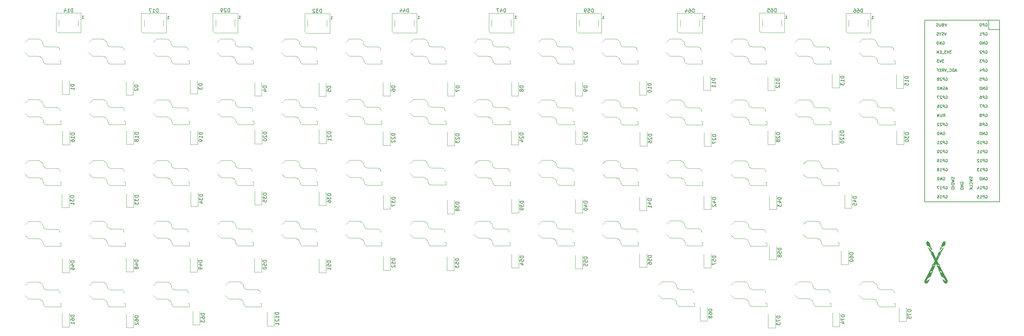
<source format=gbr>
%TF.GenerationSoftware,KiCad,Pcbnew,9.0.6*%
%TF.CreationDate,2025-12-29T21:40:30-05:00*%
%TF.ProjectId,keyboardepi pico,6b657962-6f61-4726-9465-706920706963,rev?*%
%TF.SameCoordinates,Original*%
%TF.FileFunction,Legend,Bot*%
%TF.FilePolarity,Positive*%
%FSLAX46Y46*%
G04 Gerber Fmt 4.6, Leading zero omitted, Abs format (unit mm)*
G04 Created by KiCad (PCBNEW 9.0.6) date 2025-12-29 21:40:30*
%MOMM*%
%LPD*%
G01*
G04 APERTURE LIST*
%ADD10C,0.150000*%
%ADD11C,0.120000*%
%ADD12C,0.000000*%
G04 APERTURE END LIST*
D10*
X253043685Y-10087619D02*
X253043685Y-9087619D01*
X253043685Y-9087619D02*
X252805590Y-9087619D01*
X252805590Y-9087619D02*
X252662733Y-9135238D01*
X252662733Y-9135238D02*
X252567495Y-9230476D01*
X252567495Y-9230476D02*
X252519876Y-9325714D01*
X252519876Y-9325714D02*
X252472257Y-9516190D01*
X252472257Y-9516190D02*
X252472257Y-9659047D01*
X252472257Y-9659047D02*
X252519876Y-9849523D01*
X252519876Y-9849523D02*
X252567495Y-9944761D01*
X252567495Y-9944761D02*
X252662733Y-10040000D01*
X252662733Y-10040000D02*
X252805590Y-10087619D01*
X252805590Y-10087619D02*
X253043685Y-10087619D01*
X251615114Y-9087619D02*
X251805590Y-9087619D01*
X251805590Y-9087619D02*
X251900828Y-9135238D01*
X251900828Y-9135238D02*
X251948447Y-9182857D01*
X251948447Y-9182857D02*
X252043685Y-9325714D01*
X252043685Y-9325714D02*
X252091304Y-9516190D01*
X252091304Y-9516190D02*
X252091304Y-9897142D01*
X252091304Y-9897142D02*
X252043685Y-9992380D01*
X252043685Y-9992380D02*
X251996066Y-10040000D01*
X251996066Y-10040000D02*
X251900828Y-10087619D01*
X251900828Y-10087619D02*
X251710352Y-10087619D01*
X251710352Y-10087619D02*
X251615114Y-10040000D01*
X251615114Y-10040000D02*
X251567495Y-9992380D01*
X251567495Y-9992380D02*
X251519876Y-9897142D01*
X251519876Y-9897142D02*
X251519876Y-9659047D01*
X251519876Y-9659047D02*
X251567495Y-9563809D01*
X251567495Y-9563809D02*
X251615114Y-9516190D01*
X251615114Y-9516190D02*
X251710352Y-9468571D01*
X251710352Y-9468571D02*
X251900828Y-9468571D01*
X251900828Y-9468571D02*
X251996066Y-9516190D01*
X251996066Y-9516190D02*
X252043685Y-9563809D01*
X252043685Y-9563809D02*
X252091304Y-9659047D01*
X250662733Y-9087619D02*
X250853209Y-9087619D01*
X250853209Y-9087619D02*
X250948447Y-9135238D01*
X250948447Y-9135238D02*
X250996066Y-9182857D01*
X250996066Y-9182857D02*
X251091304Y-9325714D01*
X251091304Y-9325714D02*
X251138923Y-9516190D01*
X251138923Y-9516190D02*
X251138923Y-9897142D01*
X251138923Y-9897142D02*
X251091304Y-9992380D01*
X251091304Y-9992380D02*
X251043685Y-10040000D01*
X251043685Y-10040000D02*
X250948447Y-10087619D01*
X250948447Y-10087619D02*
X250757971Y-10087619D01*
X250757971Y-10087619D02*
X250662733Y-10040000D01*
X250662733Y-10040000D02*
X250615114Y-9992380D01*
X250615114Y-9992380D02*
X250567495Y-9897142D01*
X250567495Y-9897142D02*
X250567495Y-9659047D01*
X250567495Y-9659047D02*
X250615114Y-9563809D01*
X250615114Y-9563809D02*
X250662733Y-9516190D01*
X250662733Y-9516190D02*
X250757971Y-9468571D01*
X250757971Y-9468571D02*
X250948447Y-9468571D01*
X250948447Y-9468571D02*
X251043685Y-9516190D01*
X251043685Y-9516190D02*
X251091304Y-9563809D01*
X251091304Y-9563809D02*
X251138923Y-9659047D01*
X255600828Y-11895095D02*
X256057971Y-11895095D01*
X255829399Y-11895095D02*
X255829399Y-11095095D01*
X255829399Y-11095095D02*
X255905590Y-11209380D01*
X255905590Y-11209380D02*
X255981780Y-11285571D01*
X255981780Y-11285571D02*
X256057971Y-11323666D01*
X228812085Y-9960619D02*
X228812085Y-8960619D01*
X228812085Y-8960619D02*
X228573990Y-8960619D01*
X228573990Y-8960619D02*
X228431133Y-9008238D01*
X228431133Y-9008238D02*
X228335895Y-9103476D01*
X228335895Y-9103476D02*
X228288276Y-9198714D01*
X228288276Y-9198714D02*
X228240657Y-9389190D01*
X228240657Y-9389190D02*
X228240657Y-9532047D01*
X228240657Y-9532047D02*
X228288276Y-9722523D01*
X228288276Y-9722523D02*
X228335895Y-9817761D01*
X228335895Y-9817761D02*
X228431133Y-9913000D01*
X228431133Y-9913000D02*
X228573990Y-9960619D01*
X228573990Y-9960619D02*
X228812085Y-9960619D01*
X227383514Y-8960619D02*
X227573990Y-8960619D01*
X227573990Y-8960619D02*
X227669228Y-9008238D01*
X227669228Y-9008238D02*
X227716847Y-9055857D01*
X227716847Y-9055857D02*
X227812085Y-9198714D01*
X227812085Y-9198714D02*
X227859704Y-9389190D01*
X227859704Y-9389190D02*
X227859704Y-9770142D01*
X227859704Y-9770142D02*
X227812085Y-9865380D01*
X227812085Y-9865380D02*
X227764466Y-9913000D01*
X227764466Y-9913000D02*
X227669228Y-9960619D01*
X227669228Y-9960619D02*
X227478752Y-9960619D01*
X227478752Y-9960619D02*
X227383514Y-9913000D01*
X227383514Y-9913000D02*
X227335895Y-9865380D01*
X227335895Y-9865380D02*
X227288276Y-9770142D01*
X227288276Y-9770142D02*
X227288276Y-9532047D01*
X227288276Y-9532047D02*
X227335895Y-9436809D01*
X227335895Y-9436809D02*
X227383514Y-9389190D01*
X227383514Y-9389190D02*
X227478752Y-9341571D01*
X227478752Y-9341571D02*
X227669228Y-9341571D01*
X227669228Y-9341571D02*
X227764466Y-9389190D01*
X227764466Y-9389190D02*
X227812085Y-9436809D01*
X227812085Y-9436809D02*
X227859704Y-9532047D01*
X226383514Y-8960619D02*
X226859704Y-8960619D01*
X226859704Y-8960619D02*
X226907323Y-9436809D01*
X226907323Y-9436809D02*
X226859704Y-9389190D01*
X226859704Y-9389190D02*
X226764466Y-9341571D01*
X226764466Y-9341571D02*
X226526371Y-9341571D01*
X226526371Y-9341571D02*
X226431133Y-9389190D01*
X226431133Y-9389190D02*
X226383514Y-9436809D01*
X226383514Y-9436809D02*
X226335895Y-9532047D01*
X226335895Y-9532047D02*
X226335895Y-9770142D01*
X226335895Y-9770142D02*
X226383514Y-9865380D01*
X226383514Y-9865380D02*
X226431133Y-9913000D01*
X226431133Y-9913000D02*
X226526371Y-9960619D01*
X226526371Y-9960619D02*
X226764466Y-9960619D01*
X226764466Y-9960619D02*
X226859704Y-9913000D01*
X226859704Y-9913000D02*
X226907323Y-9865380D01*
X231369228Y-11768095D02*
X231826371Y-11768095D01*
X231597799Y-11768095D02*
X231597799Y-10968095D01*
X231597799Y-10968095D02*
X231673990Y-11082380D01*
X231673990Y-11082380D02*
X231750180Y-11158571D01*
X231750180Y-11158571D02*
X231826371Y-11196666D01*
X205774285Y-10085619D02*
X205774285Y-9085619D01*
X205774285Y-9085619D02*
X205536190Y-9085619D01*
X205536190Y-9085619D02*
X205393333Y-9133238D01*
X205393333Y-9133238D02*
X205298095Y-9228476D01*
X205298095Y-9228476D02*
X205250476Y-9323714D01*
X205250476Y-9323714D02*
X205202857Y-9514190D01*
X205202857Y-9514190D02*
X205202857Y-9657047D01*
X205202857Y-9657047D02*
X205250476Y-9847523D01*
X205250476Y-9847523D02*
X205298095Y-9942761D01*
X205298095Y-9942761D02*
X205393333Y-10038000D01*
X205393333Y-10038000D02*
X205536190Y-10085619D01*
X205536190Y-10085619D02*
X205774285Y-10085619D01*
X204345714Y-9085619D02*
X204536190Y-9085619D01*
X204536190Y-9085619D02*
X204631428Y-9133238D01*
X204631428Y-9133238D02*
X204679047Y-9180857D01*
X204679047Y-9180857D02*
X204774285Y-9323714D01*
X204774285Y-9323714D02*
X204821904Y-9514190D01*
X204821904Y-9514190D02*
X204821904Y-9895142D01*
X204821904Y-9895142D02*
X204774285Y-9990380D01*
X204774285Y-9990380D02*
X204726666Y-10038000D01*
X204726666Y-10038000D02*
X204631428Y-10085619D01*
X204631428Y-10085619D02*
X204440952Y-10085619D01*
X204440952Y-10085619D02*
X204345714Y-10038000D01*
X204345714Y-10038000D02*
X204298095Y-9990380D01*
X204298095Y-9990380D02*
X204250476Y-9895142D01*
X204250476Y-9895142D02*
X204250476Y-9657047D01*
X204250476Y-9657047D02*
X204298095Y-9561809D01*
X204298095Y-9561809D02*
X204345714Y-9514190D01*
X204345714Y-9514190D02*
X204440952Y-9466571D01*
X204440952Y-9466571D02*
X204631428Y-9466571D01*
X204631428Y-9466571D02*
X204726666Y-9514190D01*
X204726666Y-9514190D02*
X204774285Y-9561809D01*
X204774285Y-9561809D02*
X204821904Y-9657047D01*
X203393333Y-9418952D02*
X203393333Y-10085619D01*
X203631428Y-9038000D02*
X203869523Y-9752285D01*
X203869523Y-9752285D02*
X203250476Y-9752285D01*
X208331428Y-11893095D02*
X208788571Y-11893095D01*
X208559999Y-11893095D02*
X208559999Y-11093095D01*
X208559999Y-11093095D02*
X208636190Y-11207380D01*
X208636190Y-11207380D02*
X208712380Y-11283571D01*
X208712380Y-11283571D02*
X208788571Y-11321666D01*
X177478685Y-10062219D02*
X177478685Y-9062219D01*
X177478685Y-9062219D02*
X177240590Y-9062219D01*
X177240590Y-9062219D02*
X177097733Y-9109838D01*
X177097733Y-9109838D02*
X177002495Y-9205076D01*
X177002495Y-9205076D02*
X176954876Y-9300314D01*
X176954876Y-9300314D02*
X176907257Y-9490790D01*
X176907257Y-9490790D02*
X176907257Y-9633647D01*
X176907257Y-9633647D02*
X176954876Y-9824123D01*
X176954876Y-9824123D02*
X177002495Y-9919361D01*
X177002495Y-9919361D02*
X177097733Y-10014600D01*
X177097733Y-10014600D02*
X177240590Y-10062219D01*
X177240590Y-10062219D02*
X177478685Y-10062219D01*
X176002495Y-9062219D02*
X176478685Y-9062219D01*
X176478685Y-9062219D02*
X176526304Y-9538409D01*
X176526304Y-9538409D02*
X176478685Y-9490790D01*
X176478685Y-9490790D02*
X176383447Y-9443171D01*
X176383447Y-9443171D02*
X176145352Y-9443171D01*
X176145352Y-9443171D02*
X176050114Y-9490790D01*
X176050114Y-9490790D02*
X176002495Y-9538409D01*
X176002495Y-9538409D02*
X175954876Y-9633647D01*
X175954876Y-9633647D02*
X175954876Y-9871742D01*
X175954876Y-9871742D02*
X176002495Y-9966980D01*
X176002495Y-9966980D02*
X176050114Y-10014600D01*
X176050114Y-10014600D02*
X176145352Y-10062219D01*
X176145352Y-10062219D02*
X176383447Y-10062219D01*
X176383447Y-10062219D02*
X176478685Y-10014600D01*
X176478685Y-10014600D02*
X176526304Y-9966980D01*
X175478685Y-10062219D02*
X175288209Y-10062219D01*
X175288209Y-10062219D02*
X175192971Y-10014600D01*
X175192971Y-10014600D02*
X175145352Y-9966980D01*
X175145352Y-9966980D02*
X175050114Y-9824123D01*
X175050114Y-9824123D02*
X175002495Y-9633647D01*
X175002495Y-9633647D02*
X175002495Y-9252695D01*
X175002495Y-9252695D02*
X175050114Y-9157457D01*
X175050114Y-9157457D02*
X175097733Y-9109838D01*
X175097733Y-9109838D02*
X175192971Y-9062219D01*
X175192971Y-9062219D02*
X175383447Y-9062219D01*
X175383447Y-9062219D02*
X175478685Y-9109838D01*
X175478685Y-9109838D02*
X175526304Y-9157457D01*
X175526304Y-9157457D02*
X175573923Y-9252695D01*
X175573923Y-9252695D02*
X175573923Y-9490790D01*
X175573923Y-9490790D02*
X175526304Y-9586028D01*
X175526304Y-9586028D02*
X175478685Y-9633647D01*
X175478685Y-9633647D02*
X175383447Y-9681266D01*
X175383447Y-9681266D02*
X175192971Y-9681266D01*
X175192971Y-9681266D02*
X175097733Y-9633647D01*
X175097733Y-9633647D02*
X175050114Y-9586028D01*
X175050114Y-9586028D02*
X175002495Y-9490790D01*
X180035828Y-11869695D02*
X180492971Y-11869695D01*
X180264399Y-11869695D02*
X180264399Y-11069695D01*
X180264399Y-11069695D02*
X180340590Y-11183980D01*
X180340590Y-11183980D02*
X180416780Y-11260171D01*
X180416780Y-11260171D02*
X180492971Y-11298266D01*
X152891485Y-10009419D02*
X152891485Y-9009419D01*
X152891485Y-9009419D02*
X152653390Y-9009419D01*
X152653390Y-9009419D02*
X152510533Y-9057038D01*
X152510533Y-9057038D02*
X152415295Y-9152276D01*
X152415295Y-9152276D02*
X152367676Y-9247514D01*
X152367676Y-9247514D02*
X152320057Y-9437990D01*
X152320057Y-9437990D02*
X152320057Y-9580847D01*
X152320057Y-9580847D02*
X152367676Y-9771323D01*
X152367676Y-9771323D02*
X152415295Y-9866561D01*
X152415295Y-9866561D02*
X152510533Y-9961800D01*
X152510533Y-9961800D02*
X152653390Y-10009419D01*
X152653390Y-10009419D02*
X152891485Y-10009419D01*
X151462914Y-9342752D02*
X151462914Y-10009419D01*
X151701009Y-8961800D02*
X151939104Y-9676085D01*
X151939104Y-9676085D02*
X151320057Y-9676085D01*
X151034342Y-9009419D02*
X150367676Y-9009419D01*
X150367676Y-9009419D02*
X150796247Y-10009419D01*
X155448628Y-11816895D02*
X155905771Y-11816895D01*
X155677199Y-11816895D02*
X155677199Y-11016895D01*
X155677199Y-11016895D02*
X155753390Y-11131180D01*
X155753390Y-11131180D02*
X155829580Y-11207371D01*
X155829580Y-11207371D02*
X155905771Y-11245466D01*
X125713485Y-10034819D02*
X125713485Y-9034819D01*
X125713485Y-9034819D02*
X125475390Y-9034819D01*
X125475390Y-9034819D02*
X125332533Y-9082438D01*
X125332533Y-9082438D02*
X125237295Y-9177676D01*
X125237295Y-9177676D02*
X125189676Y-9272914D01*
X125189676Y-9272914D02*
X125142057Y-9463390D01*
X125142057Y-9463390D02*
X125142057Y-9606247D01*
X125142057Y-9606247D02*
X125189676Y-9796723D01*
X125189676Y-9796723D02*
X125237295Y-9891961D01*
X125237295Y-9891961D02*
X125332533Y-9987200D01*
X125332533Y-9987200D02*
X125475390Y-10034819D01*
X125475390Y-10034819D02*
X125713485Y-10034819D01*
X124284914Y-9368152D02*
X124284914Y-10034819D01*
X124523009Y-8987200D02*
X124761104Y-9701485D01*
X124761104Y-9701485D02*
X124142057Y-9701485D01*
X123332533Y-9368152D02*
X123332533Y-10034819D01*
X123570628Y-8987200D02*
X123808723Y-9701485D01*
X123808723Y-9701485D02*
X123189676Y-9701485D01*
X128270628Y-11842295D02*
X128727771Y-11842295D01*
X128499199Y-11842295D02*
X128499199Y-11042295D01*
X128499199Y-11042295D02*
X128575390Y-11156580D01*
X128575390Y-11156580D02*
X128651580Y-11232771D01*
X128651580Y-11232771D02*
X128727771Y-11270866D01*
X101278685Y-10161819D02*
X101278685Y-9161819D01*
X101278685Y-9161819D02*
X101040590Y-9161819D01*
X101040590Y-9161819D02*
X100897733Y-9209438D01*
X100897733Y-9209438D02*
X100802495Y-9304676D01*
X100802495Y-9304676D02*
X100754876Y-9399914D01*
X100754876Y-9399914D02*
X100707257Y-9590390D01*
X100707257Y-9590390D02*
X100707257Y-9733247D01*
X100707257Y-9733247D02*
X100754876Y-9923723D01*
X100754876Y-9923723D02*
X100802495Y-10018961D01*
X100802495Y-10018961D02*
X100897733Y-10114200D01*
X100897733Y-10114200D02*
X101040590Y-10161819D01*
X101040590Y-10161819D02*
X101278685Y-10161819D01*
X100373923Y-9161819D02*
X99754876Y-9161819D01*
X99754876Y-9161819D02*
X100088209Y-9542771D01*
X100088209Y-9542771D02*
X99945352Y-9542771D01*
X99945352Y-9542771D02*
X99850114Y-9590390D01*
X99850114Y-9590390D02*
X99802495Y-9638009D01*
X99802495Y-9638009D02*
X99754876Y-9733247D01*
X99754876Y-9733247D02*
X99754876Y-9971342D01*
X99754876Y-9971342D02*
X99802495Y-10066580D01*
X99802495Y-10066580D02*
X99850114Y-10114200D01*
X99850114Y-10114200D02*
X99945352Y-10161819D01*
X99945352Y-10161819D02*
X100231066Y-10161819D01*
X100231066Y-10161819D02*
X100326304Y-10114200D01*
X100326304Y-10114200D02*
X100373923Y-10066580D01*
X99373923Y-9257057D02*
X99326304Y-9209438D01*
X99326304Y-9209438D02*
X99231066Y-9161819D01*
X99231066Y-9161819D02*
X98992971Y-9161819D01*
X98992971Y-9161819D02*
X98897733Y-9209438D01*
X98897733Y-9209438D02*
X98850114Y-9257057D01*
X98850114Y-9257057D02*
X98802495Y-9352295D01*
X98802495Y-9352295D02*
X98802495Y-9447533D01*
X98802495Y-9447533D02*
X98850114Y-9590390D01*
X98850114Y-9590390D02*
X99421542Y-10161819D01*
X99421542Y-10161819D02*
X98802495Y-10161819D01*
X103835828Y-11969295D02*
X104292971Y-11969295D01*
X104064399Y-11969295D02*
X104064399Y-11169295D01*
X104064399Y-11169295D02*
X104140590Y-11283580D01*
X104140590Y-11283580D02*
X104216780Y-11359771D01*
X104216780Y-11359771D02*
X104292971Y-11397866D01*
X75472285Y-10011419D02*
X75472285Y-9011419D01*
X75472285Y-9011419D02*
X75234190Y-9011419D01*
X75234190Y-9011419D02*
X75091333Y-9059038D01*
X75091333Y-9059038D02*
X74996095Y-9154276D01*
X74996095Y-9154276D02*
X74948476Y-9249514D01*
X74948476Y-9249514D02*
X74900857Y-9439990D01*
X74900857Y-9439990D02*
X74900857Y-9582847D01*
X74900857Y-9582847D02*
X74948476Y-9773323D01*
X74948476Y-9773323D02*
X74996095Y-9868561D01*
X74996095Y-9868561D02*
X75091333Y-9963800D01*
X75091333Y-9963800D02*
X75234190Y-10011419D01*
X75234190Y-10011419D02*
X75472285Y-10011419D01*
X74519904Y-9106657D02*
X74472285Y-9059038D01*
X74472285Y-9059038D02*
X74377047Y-9011419D01*
X74377047Y-9011419D02*
X74138952Y-9011419D01*
X74138952Y-9011419D02*
X74043714Y-9059038D01*
X74043714Y-9059038D02*
X73996095Y-9106657D01*
X73996095Y-9106657D02*
X73948476Y-9201895D01*
X73948476Y-9201895D02*
X73948476Y-9297133D01*
X73948476Y-9297133D02*
X73996095Y-9439990D01*
X73996095Y-9439990D02*
X74567523Y-10011419D01*
X74567523Y-10011419D02*
X73948476Y-10011419D01*
X73472285Y-10011419D02*
X73281809Y-10011419D01*
X73281809Y-10011419D02*
X73186571Y-9963800D01*
X73186571Y-9963800D02*
X73138952Y-9916180D01*
X73138952Y-9916180D02*
X73043714Y-9773323D01*
X73043714Y-9773323D02*
X72996095Y-9582847D01*
X72996095Y-9582847D02*
X72996095Y-9201895D01*
X72996095Y-9201895D02*
X73043714Y-9106657D01*
X73043714Y-9106657D02*
X73091333Y-9059038D01*
X73091333Y-9059038D02*
X73186571Y-9011419D01*
X73186571Y-9011419D02*
X73377047Y-9011419D01*
X73377047Y-9011419D02*
X73472285Y-9059038D01*
X73472285Y-9059038D02*
X73519904Y-9106657D01*
X73519904Y-9106657D02*
X73567523Y-9201895D01*
X73567523Y-9201895D02*
X73567523Y-9439990D01*
X73567523Y-9439990D02*
X73519904Y-9535228D01*
X73519904Y-9535228D02*
X73472285Y-9582847D01*
X73472285Y-9582847D02*
X73377047Y-9630466D01*
X73377047Y-9630466D02*
X73186571Y-9630466D01*
X73186571Y-9630466D02*
X73091333Y-9582847D01*
X73091333Y-9582847D02*
X73043714Y-9535228D01*
X73043714Y-9535228D02*
X72996095Y-9439990D01*
X78029428Y-11818895D02*
X78486571Y-11818895D01*
X78257999Y-11818895D02*
X78257999Y-11018895D01*
X78257999Y-11018895D02*
X78334190Y-11133180D01*
X78334190Y-11133180D02*
X78410380Y-11209371D01*
X78410380Y-11209371D02*
X78486571Y-11247466D01*
X55406285Y-10060219D02*
X55406285Y-9060219D01*
X55406285Y-9060219D02*
X55168190Y-9060219D01*
X55168190Y-9060219D02*
X55025333Y-9107838D01*
X55025333Y-9107838D02*
X54930095Y-9203076D01*
X54930095Y-9203076D02*
X54882476Y-9298314D01*
X54882476Y-9298314D02*
X54834857Y-9488790D01*
X54834857Y-9488790D02*
X54834857Y-9631647D01*
X54834857Y-9631647D02*
X54882476Y-9822123D01*
X54882476Y-9822123D02*
X54930095Y-9917361D01*
X54930095Y-9917361D02*
X55025333Y-10012600D01*
X55025333Y-10012600D02*
X55168190Y-10060219D01*
X55168190Y-10060219D02*
X55406285Y-10060219D01*
X53882476Y-10060219D02*
X54453904Y-10060219D01*
X54168190Y-10060219D02*
X54168190Y-9060219D01*
X54168190Y-9060219D02*
X54263428Y-9203076D01*
X54263428Y-9203076D02*
X54358666Y-9298314D01*
X54358666Y-9298314D02*
X54453904Y-9345933D01*
X53549142Y-9060219D02*
X52882476Y-9060219D01*
X52882476Y-9060219D02*
X53311047Y-10060219D01*
X57963428Y-11867695D02*
X58420571Y-11867695D01*
X58191999Y-11867695D02*
X58191999Y-11067695D01*
X58191999Y-11067695D02*
X58268190Y-11181980D01*
X58268190Y-11181980D02*
X58344380Y-11258171D01*
X58344380Y-11258171D02*
X58420571Y-11296266D01*
X31479485Y-9984019D02*
X31479485Y-8984019D01*
X31479485Y-8984019D02*
X31241390Y-8984019D01*
X31241390Y-8984019D02*
X31098533Y-9031638D01*
X31098533Y-9031638D02*
X31003295Y-9126876D01*
X31003295Y-9126876D02*
X30955676Y-9222114D01*
X30955676Y-9222114D02*
X30908057Y-9412590D01*
X30908057Y-9412590D02*
X30908057Y-9555447D01*
X30908057Y-9555447D02*
X30955676Y-9745923D01*
X30955676Y-9745923D02*
X31003295Y-9841161D01*
X31003295Y-9841161D02*
X31098533Y-9936400D01*
X31098533Y-9936400D02*
X31241390Y-9984019D01*
X31241390Y-9984019D02*
X31479485Y-9984019D01*
X29955676Y-9984019D02*
X30527104Y-9984019D01*
X30241390Y-9984019D02*
X30241390Y-8984019D01*
X30241390Y-8984019D02*
X30336628Y-9126876D01*
X30336628Y-9126876D02*
X30431866Y-9222114D01*
X30431866Y-9222114D02*
X30527104Y-9269733D01*
X29098533Y-9317352D02*
X29098533Y-9984019D01*
X29336628Y-8936400D02*
X29574723Y-9650685D01*
X29574723Y-9650685D02*
X28955676Y-9650685D01*
X34036628Y-11791495D02*
X34493771Y-11791495D01*
X34265199Y-11791495D02*
X34265199Y-10991495D01*
X34265199Y-10991495D02*
X34341390Y-11105780D01*
X34341390Y-11105780D02*
X34417580Y-11181971D01*
X34417580Y-11181971D02*
X34493771Y-11220066D01*
X265859419Y-28097314D02*
X264859419Y-28097314D01*
X264859419Y-28097314D02*
X264859419Y-28335409D01*
X264859419Y-28335409D02*
X264907038Y-28478266D01*
X264907038Y-28478266D02*
X265002276Y-28573504D01*
X265002276Y-28573504D02*
X265097514Y-28621123D01*
X265097514Y-28621123D02*
X265287990Y-28668742D01*
X265287990Y-28668742D02*
X265430847Y-28668742D01*
X265430847Y-28668742D02*
X265621323Y-28621123D01*
X265621323Y-28621123D02*
X265716561Y-28573504D01*
X265716561Y-28573504D02*
X265811800Y-28478266D01*
X265811800Y-28478266D02*
X265859419Y-28335409D01*
X265859419Y-28335409D02*
X265859419Y-28097314D01*
X265859419Y-29621123D02*
X265859419Y-29049695D01*
X265859419Y-29335409D02*
X264859419Y-29335409D01*
X264859419Y-29335409D02*
X265002276Y-29240171D01*
X265002276Y-29240171D02*
X265097514Y-29144933D01*
X265097514Y-29144933D02*
X265145133Y-29049695D01*
X264859419Y-30525885D02*
X264859419Y-30049695D01*
X264859419Y-30049695D02*
X265335609Y-30002076D01*
X265335609Y-30002076D02*
X265287990Y-30049695D01*
X265287990Y-30049695D02*
X265240371Y-30144933D01*
X265240371Y-30144933D02*
X265240371Y-30383028D01*
X265240371Y-30383028D02*
X265287990Y-30478266D01*
X265287990Y-30478266D02*
X265335609Y-30525885D01*
X265335609Y-30525885D02*
X265430847Y-30573504D01*
X265430847Y-30573504D02*
X265668942Y-30573504D01*
X265668942Y-30573504D02*
X265764180Y-30525885D01*
X265764180Y-30525885D02*
X265811800Y-30478266D01*
X265811800Y-30478266D02*
X265859419Y-30383028D01*
X265859419Y-30383028D02*
X265859419Y-30144933D01*
X265859419Y-30144933D02*
X265811800Y-30049695D01*
X265811800Y-30049695D02*
X265764180Y-30002076D01*
X31773019Y-61599914D02*
X30773019Y-61599914D01*
X30773019Y-61599914D02*
X30773019Y-61838009D01*
X30773019Y-61838009D02*
X30820638Y-61980866D01*
X30820638Y-61980866D02*
X30915876Y-62076104D01*
X30915876Y-62076104D02*
X31011114Y-62123723D01*
X31011114Y-62123723D02*
X31201590Y-62171342D01*
X31201590Y-62171342D02*
X31344447Y-62171342D01*
X31344447Y-62171342D02*
X31534923Y-62123723D01*
X31534923Y-62123723D02*
X31630161Y-62076104D01*
X31630161Y-62076104D02*
X31725400Y-61980866D01*
X31725400Y-61980866D02*
X31773019Y-61838009D01*
X31773019Y-61838009D02*
X31773019Y-61599914D01*
X30773019Y-62504676D02*
X30773019Y-63123723D01*
X30773019Y-63123723D02*
X31153971Y-62790390D01*
X31153971Y-62790390D02*
X31153971Y-62933247D01*
X31153971Y-62933247D02*
X31201590Y-63028485D01*
X31201590Y-63028485D02*
X31249209Y-63076104D01*
X31249209Y-63076104D02*
X31344447Y-63123723D01*
X31344447Y-63123723D02*
X31582542Y-63123723D01*
X31582542Y-63123723D02*
X31677780Y-63076104D01*
X31677780Y-63076104D02*
X31725400Y-63028485D01*
X31725400Y-63028485D02*
X31773019Y-62933247D01*
X31773019Y-62933247D02*
X31773019Y-62647533D01*
X31773019Y-62647533D02*
X31725400Y-62552295D01*
X31725400Y-62552295D02*
X31677780Y-62504676D01*
X31773019Y-64076104D02*
X31773019Y-63504676D01*
X31773019Y-63790390D02*
X30773019Y-63790390D01*
X30773019Y-63790390D02*
X30915876Y-63695152D01*
X30915876Y-63695152D02*
X31011114Y-63599914D01*
X31011114Y-63599914D02*
X31058733Y-63504676D01*
X210817619Y-93400714D02*
X209817619Y-93400714D01*
X209817619Y-93400714D02*
X209817619Y-93638809D01*
X209817619Y-93638809D02*
X209865238Y-93781666D01*
X209865238Y-93781666D02*
X209960476Y-93876904D01*
X209960476Y-93876904D02*
X210055714Y-93924523D01*
X210055714Y-93924523D02*
X210246190Y-93972142D01*
X210246190Y-93972142D02*
X210389047Y-93972142D01*
X210389047Y-93972142D02*
X210579523Y-93924523D01*
X210579523Y-93924523D02*
X210674761Y-93876904D01*
X210674761Y-93876904D02*
X210770000Y-93781666D01*
X210770000Y-93781666D02*
X210817619Y-93638809D01*
X210817619Y-93638809D02*
X210817619Y-93400714D01*
X209817619Y-94829285D02*
X209817619Y-94638809D01*
X209817619Y-94638809D02*
X209865238Y-94543571D01*
X209865238Y-94543571D02*
X209912857Y-94495952D01*
X209912857Y-94495952D02*
X210055714Y-94400714D01*
X210055714Y-94400714D02*
X210246190Y-94353095D01*
X210246190Y-94353095D02*
X210627142Y-94353095D01*
X210627142Y-94353095D02*
X210722380Y-94400714D01*
X210722380Y-94400714D02*
X210770000Y-94448333D01*
X210770000Y-94448333D02*
X210817619Y-94543571D01*
X210817619Y-94543571D02*
X210817619Y-94734047D01*
X210817619Y-94734047D02*
X210770000Y-94829285D01*
X210770000Y-94829285D02*
X210722380Y-94876904D01*
X210722380Y-94876904D02*
X210627142Y-94924523D01*
X210627142Y-94924523D02*
X210389047Y-94924523D01*
X210389047Y-94924523D02*
X210293809Y-94876904D01*
X210293809Y-94876904D02*
X210246190Y-94829285D01*
X210246190Y-94829285D02*
X210198571Y-94734047D01*
X210198571Y-94734047D02*
X210198571Y-94543571D01*
X210198571Y-94543571D02*
X210246190Y-94448333D01*
X210246190Y-94448333D02*
X210293809Y-94400714D01*
X210293809Y-94400714D02*
X210389047Y-94353095D01*
X210246190Y-95495952D02*
X210198571Y-95400714D01*
X210198571Y-95400714D02*
X210150952Y-95353095D01*
X210150952Y-95353095D02*
X210055714Y-95305476D01*
X210055714Y-95305476D02*
X210008095Y-95305476D01*
X210008095Y-95305476D02*
X209912857Y-95353095D01*
X209912857Y-95353095D02*
X209865238Y-95400714D01*
X209865238Y-95400714D02*
X209817619Y-95495952D01*
X209817619Y-95495952D02*
X209817619Y-95686428D01*
X209817619Y-95686428D02*
X209865238Y-95781666D01*
X209865238Y-95781666D02*
X209912857Y-95829285D01*
X209912857Y-95829285D02*
X210008095Y-95876904D01*
X210008095Y-95876904D02*
X210055714Y-95876904D01*
X210055714Y-95876904D02*
X210150952Y-95829285D01*
X210150952Y-95829285D02*
X210198571Y-95781666D01*
X210198571Y-95781666D02*
X210246190Y-95686428D01*
X210246190Y-95686428D02*
X210246190Y-95495952D01*
X210246190Y-95495952D02*
X210293809Y-95400714D01*
X210293809Y-95400714D02*
X210341428Y-95353095D01*
X210341428Y-95353095D02*
X210436666Y-95305476D01*
X210436666Y-95305476D02*
X210627142Y-95305476D01*
X210627142Y-95305476D02*
X210722380Y-95353095D01*
X210722380Y-95353095D02*
X210770000Y-95400714D01*
X210770000Y-95400714D02*
X210817619Y-95495952D01*
X210817619Y-95495952D02*
X210817619Y-95686428D01*
X210817619Y-95686428D02*
X210770000Y-95781666D01*
X210770000Y-95781666D02*
X210722380Y-95829285D01*
X210722380Y-95829285D02*
X210627142Y-95876904D01*
X210627142Y-95876904D02*
X210436666Y-95876904D01*
X210436666Y-95876904D02*
X210341428Y-95829285D01*
X210341428Y-95829285D02*
X210293809Y-95781666D01*
X210293809Y-95781666D02*
X210246190Y-95686428D01*
X229766019Y-28757714D02*
X228766019Y-28757714D01*
X228766019Y-28757714D02*
X228766019Y-28995809D01*
X228766019Y-28995809D02*
X228813638Y-29138666D01*
X228813638Y-29138666D02*
X228908876Y-29233904D01*
X228908876Y-29233904D02*
X229004114Y-29281523D01*
X229004114Y-29281523D02*
X229194590Y-29329142D01*
X229194590Y-29329142D02*
X229337447Y-29329142D01*
X229337447Y-29329142D02*
X229527923Y-29281523D01*
X229527923Y-29281523D02*
X229623161Y-29233904D01*
X229623161Y-29233904D02*
X229718400Y-29138666D01*
X229718400Y-29138666D02*
X229766019Y-28995809D01*
X229766019Y-28995809D02*
X229766019Y-28757714D01*
X229766019Y-30281523D02*
X229766019Y-29710095D01*
X229766019Y-29995809D02*
X228766019Y-29995809D01*
X228766019Y-29995809D02*
X228908876Y-29900571D01*
X228908876Y-29900571D02*
X229004114Y-29805333D01*
X229004114Y-29805333D02*
X229051733Y-29710095D01*
X228861257Y-30662476D02*
X228813638Y-30710095D01*
X228813638Y-30710095D02*
X228766019Y-30805333D01*
X228766019Y-30805333D02*
X228766019Y-31043428D01*
X228766019Y-31043428D02*
X228813638Y-31138666D01*
X228813638Y-31138666D02*
X228861257Y-31186285D01*
X228861257Y-31186285D02*
X228956495Y-31233904D01*
X228956495Y-31233904D02*
X229051733Y-31233904D01*
X229051733Y-31233904D02*
X229194590Y-31186285D01*
X229194590Y-31186285D02*
X229766019Y-30614857D01*
X229766019Y-30614857D02*
X229766019Y-31233904D01*
X139951619Y-30757905D02*
X138951619Y-30757905D01*
X138951619Y-30757905D02*
X138951619Y-30996000D01*
X138951619Y-30996000D02*
X138999238Y-31138857D01*
X138999238Y-31138857D02*
X139094476Y-31234095D01*
X139094476Y-31234095D02*
X139189714Y-31281714D01*
X139189714Y-31281714D02*
X139380190Y-31329333D01*
X139380190Y-31329333D02*
X139523047Y-31329333D01*
X139523047Y-31329333D02*
X139713523Y-31281714D01*
X139713523Y-31281714D02*
X139808761Y-31234095D01*
X139808761Y-31234095D02*
X139904000Y-31138857D01*
X139904000Y-31138857D02*
X139951619Y-30996000D01*
X139951619Y-30996000D02*
X139951619Y-30757905D01*
X138951619Y-31662667D02*
X138951619Y-32329333D01*
X138951619Y-32329333D02*
X139951619Y-31900762D01*
X121917619Y-62006314D02*
X120917619Y-62006314D01*
X120917619Y-62006314D02*
X120917619Y-62244409D01*
X120917619Y-62244409D02*
X120965238Y-62387266D01*
X120965238Y-62387266D02*
X121060476Y-62482504D01*
X121060476Y-62482504D02*
X121155714Y-62530123D01*
X121155714Y-62530123D02*
X121346190Y-62577742D01*
X121346190Y-62577742D02*
X121489047Y-62577742D01*
X121489047Y-62577742D02*
X121679523Y-62530123D01*
X121679523Y-62530123D02*
X121774761Y-62482504D01*
X121774761Y-62482504D02*
X121870000Y-62387266D01*
X121870000Y-62387266D02*
X121917619Y-62244409D01*
X121917619Y-62244409D02*
X121917619Y-62006314D01*
X120917619Y-62911076D02*
X120917619Y-63530123D01*
X120917619Y-63530123D02*
X121298571Y-63196790D01*
X121298571Y-63196790D02*
X121298571Y-63339647D01*
X121298571Y-63339647D02*
X121346190Y-63434885D01*
X121346190Y-63434885D02*
X121393809Y-63482504D01*
X121393809Y-63482504D02*
X121489047Y-63530123D01*
X121489047Y-63530123D02*
X121727142Y-63530123D01*
X121727142Y-63530123D02*
X121822380Y-63482504D01*
X121822380Y-63482504D02*
X121870000Y-63434885D01*
X121870000Y-63434885D02*
X121917619Y-63339647D01*
X121917619Y-63339647D02*
X121917619Y-63053933D01*
X121917619Y-63053933D02*
X121870000Y-62958695D01*
X121870000Y-62958695D02*
X121822380Y-62911076D01*
X120917619Y-63863457D02*
X120917619Y-64530123D01*
X120917619Y-64530123D02*
X121917619Y-64101552D01*
X49781619Y-30503905D02*
X48781619Y-30503905D01*
X48781619Y-30503905D02*
X48781619Y-30742000D01*
X48781619Y-30742000D02*
X48829238Y-30884857D01*
X48829238Y-30884857D02*
X48924476Y-30980095D01*
X48924476Y-30980095D02*
X49019714Y-31027714D01*
X49019714Y-31027714D02*
X49210190Y-31075333D01*
X49210190Y-31075333D02*
X49353047Y-31075333D01*
X49353047Y-31075333D02*
X49543523Y-31027714D01*
X49543523Y-31027714D02*
X49638761Y-30980095D01*
X49638761Y-30980095D02*
X49734000Y-30884857D01*
X49734000Y-30884857D02*
X49781619Y-30742000D01*
X49781619Y-30742000D02*
X49781619Y-30503905D01*
X48876857Y-31456286D02*
X48829238Y-31503905D01*
X48829238Y-31503905D02*
X48781619Y-31599143D01*
X48781619Y-31599143D02*
X48781619Y-31837238D01*
X48781619Y-31837238D02*
X48829238Y-31932476D01*
X48829238Y-31932476D02*
X48876857Y-31980095D01*
X48876857Y-31980095D02*
X48972095Y-32027714D01*
X48972095Y-32027714D02*
X49067333Y-32027714D01*
X49067333Y-32027714D02*
X49210190Y-31980095D01*
X49210190Y-31980095D02*
X49781619Y-31408667D01*
X49781619Y-31408667D02*
X49781619Y-32027714D01*
X103858219Y-30834105D02*
X102858219Y-30834105D01*
X102858219Y-30834105D02*
X102858219Y-31072200D01*
X102858219Y-31072200D02*
X102905838Y-31215057D01*
X102905838Y-31215057D02*
X103001076Y-31310295D01*
X103001076Y-31310295D02*
X103096314Y-31357914D01*
X103096314Y-31357914D02*
X103286790Y-31405533D01*
X103286790Y-31405533D02*
X103429647Y-31405533D01*
X103429647Y-31405533D02*
X103620123Y-31357914D01*
X103620123Y-31357914D02*
X103715361Y-31310295D01*
X103715361Y-31310295D02*
X103810600Y-31215057D01*
X103810600Y-31215057D02*
X103858219Y-31072200D01*
X103858219Y-31072200D02*
X103858219Y-30834105D01*
X102858219Y-32310295D02*
X102858219Y-31834105D01*
X102858219Y-31834105D02*
X103334409Y-31786486D01*
X103334409Y-31786486D02*
X103286790Y-31834105D01*
X103286790Y-31834105D02*
X103239171Y-31929343D01*
X103239171Y-31929343D02*
X103239171Y-32167438D01*
X103239171Y-32167438D02*
X103286790Y-32262676D01*
X103286790Y-32262676D02*
X103334409Y-32310295D01*
X103334409Y-32310295D02*
X103429647Y-32357914D01*
X103429647Y-32357914D02*
X103667742Y-32357914D01*
X103667742Y-32357914D02*
X103762980Y-32310295D01*
X103762980Y-32310295D02*
X103810600Y-32262676D01*
X103810600Y-32262676D02*
X103858219Y-32167438D01*
X103858219Y-32167438D02*
X103858219Y-31929343D01*
X103858219Y-31929343D02*
X103810600Y-31834105D01*
X103810600Y-31834105D02*
X103762980Y-31786486D01*
X68476019Y-94543714D02*
X67476019Y-94543714D01*
X67476019Y-94543714D02*
X67476019Y-94781809D01*
X67476019Y-94781809D02*
X67523638Y-94924666D01*
X67523638Y-94924666D02*
X67618876Y-95019904D01*
X67618876Y-95019904D02*
X67714114Y-95067523D01*
X67714114Y-95067523D02*
X67904590Y-95115142D01*
X67904590Y-95115142D02*
X68047447Y-95115142D01*
X68047447Y-95115142D02*
X68237923Y-95067523D01*
X68237923Y-95067523D02*
X68333161Y-95019904D01*
X68333161Y-95019904D02*
X68428400Y-94924666D01*
X68428400Y-94924666D02*
X68476019Y-94781809D01*
X68476019Y-94781809D02*
X68476019Y-94543714D01*
X67476019Y-95972285D02*
X67476019Y-95781809D01*
X67476019Y-95781809D02*
X67523638Y-95686571D01*
X67523638Y-95686571D02*
X67571257Y-95638952D01*
X67571257Y-95638952D02*
X67714114Y-95543714D01*
X67714114Y-95543714D02*
X67904590Y-95496095D01*
X67904590Y-95496095D02*
X68285542Y-95496095D01*
X68285542Y-95496095D02*
X68380780Y-95543714D01*
X68380780Y-95543714D02*
X68428400Y-95591333D01*
X68428400Y-95591333D02*
X68476019Y-95686571D01*
X68476019Y-95686571D02*
X68476019Y-95877047D01*
X68476019Y-95877047D02*
X68428400Y-95972285D01*
X68428400Y-95972285D02*
X68380780Y-96019904D01*
X68380780Y-96019904D02*
X68285542Y-96067523D01*
X68285542Y-96067523D02*
X68047447Y-96067523D01*
X68047447Y-96067523D02*
X67952209Y-96019904D01*
X67952209Y-96019904D02*
X67904590Y-95972285D01*
X67904590Y-95972285D02*
X67856971Y-95877047D01*
X67856971Y-95877047D02*
X67856971Y-95686571D01*
X67856971Y-95686571D02*
X67904590Y-95591333D01*
X67904590Y-95591333D02*
X67952209Y-95543714D01*
X67952209Y-95543714D02*
X68047447Y-95496095D01*
X67476019Y-96400857D02*
X67476019Y-97019904D01*
X67476019Y-97019904D02*
X67856971Y-96686571D01*
X67856971Y-96686571D02*
X67856971Y-96829428D01*
X67856971Y-96829428D02*
X67904590Y-96924666D01*
X67904590Y-96924666D02*
X67952209Y-96972285D01*
X67952209Y-96972285D02*
X68047447Y-97019904D01*
X68047447Y-97019904D02*
X68285542Y-97019904D01*
X68285542Y-97019904D02*
X68380780Y-96972285D01*
X68380780Y-96972285D02*
X68428400Y-96924666D01*
X68428400Y-96924666D02*
X68476019Y-96829428D01*
X68476019Y-96829428D02*
X68476019Y-96543714D01*
X68476019Y-96543714D02*
X68428400Y-96448476D01*
X68428400Y-96448476D02*
X68380780Y-96400857D01*
X157934819Y-63073114D02*
X156934819Y-63073114D01*
X156934819Y-63073114D02*
X156934819Y-63311209D01*
X156934819Y-63311209D02*
X156982438Y-63454066D01*
X156982438Y-63454066D02*
X157077676Y-63549304D01*
X157077676Y-63549304D02*
X157172914Y-63596923D01*
X157172914Y-63596923D02*
X157363390Y-63644542D01*
X157363390Y-63644542D02*
X157506247Y-63644542D01*
X157506247Y-63644542D02*
X157696723Y-63596923D01*
X157696723Y-63596923D02*
X157791961Y-63549304D01*
X157791961Y-63549304D02*
X157887200Y-63454066D01*
X157887200Y-63454066D02*
X157934819Y-63311209D01*
X157934819Y-63311209D02*
X157934819Y-63073114D01*
X156934819Y-63977876D02*
X156934819Y-64596923D01*
X156934819Y-64596923D02*
X157315771Y-64263590D01*
X157315771Y-64263590D02*
X157315771Y-64406447D01*
X157315771Y-64406447D02*
X157363390Y-64501685D01*
X157363390Y-64501685D02*
X157411009Y-64549304D01*
X157411009Y-64549304D02*
X157506247Y-64596923D01*
X157506247Y-64596923D02*
X157744342Y-64596923D01*
X157744342Y-64596923D02*
X157839580Y-64549304D01*
X157839580Y-64549304D02*
X157887200Y-64501685D01*
X157887200Y-64501685D02*
X157934819Y-64406447D01*
X157934819Y-64406447D02*
X157934819Y-64120733D01*
X157934819Y-64120733D02*
X157887200Y-64025495D01*
X157887200Y-64025495D02*
X157839580Y-63977876D01*
X157934819Y-65073114D02*
X157934819Y-65263590D01*
X157934819Y-65263590D02*
X157887200Y-65358828D01*
X157887200Y-65358828D02*
X157839580Y-65406447D01*
X157839580Y-65406447D02*
X157696723Y-65501685D01*
X157696723Y-65501685D02*
X157506247Y-65549304D01*
X157506247Y-65549304D02*
X157125295Y-65549304D01*
X157125295Y-65549304D02*
X157030057Y-65501685D01*
X157030057Y-65501685D02*
X156982438Y-65454066D01*
X156982438Y-65454066D02*
X156934819Y-65358828D01*
X156934819Y-65358828D02*
X156934819Y-65168352D01*
X156934819Y-65168352D02*
X156982438Y-65073114D01*
X156982438Y-65073114D02*
X157030057Y-65025495D01*
X157030057Y-65025495D02*
X157125295Y-64977876D01*
X157125295Y-64977876D02*
X157363390Y-64977876D01*
X157363390Y-64977876D02*
X157458628Y-65025495D01*
X157458628Y-65025495D02*
X157506247Y-65073114D01*
X157506247Y-65073114D02*
X157553866Y-65168352D01*
X157553866Y-65168352D02*
X157553866Y-65358828D01*
X157553866Y-65358828D02*
X157506247Y-65454066D01*
X157506247Y-65454066D02*
X157458628Y-65501685D01*
X157458628Y-65501685D02*
X157363390Y-65549304D01*
X121866819Y-44099314D02*
X120866819Y-44099314D01*
X120866819Y-44099314D02*
X120866819Y-44337409D01*
X120866819Y-44337409D02*
X120914438Y-44480266D01*
X120914438Y-44480266D02*
X121009676Y-44575504D01*
X121009676Y-44575504D02*
X121104914Y-44623123D01*
X121104914Y-44623123D02*
X121295390Y-44670742D01*
X121295390Y-44670742D02*
X121438247Y-44670742D01*
X121438247Y-44670742D02*
X121628723Y-44623123D01*
X121628723Y-44623123D02*
X121723961Y-44575504D01*
X121723961Y-44575504D02*
X121819200Y-44480266D01*
X121819200Y-44480266D02*
X121866819Y-44337409D01*
X121866819Y-44337409D02*
X121866819Y-44099314D01*
X120962057Y-45051695D02*
X120914438Y-45099314D01*
X120914438Y-45099314D02*
X120866819Y-45194552D01*
X120866819Y-45194552D02*
X120866819Y-45432647D01*
X120866819Y-45432647D02*
X120914438Y-45527885D01*
X120914438Y-45527885D02*
X120962057Y-45575504D01*
X120962057Y-45575504D02*
X121057295Y-45623123D01*
X121057295Y-45623123D02*
X121152533Y-45623123D01*
X121152533Y-45623123D02*
X121295390Y-45575504D01*
X121295390Y-45575504D02*
X121866819Y-45004076D01*
X121866819Y-45004076D02*
X121866819Y-45623123D01*
X120962057Y-46004076D02*
X120914438Y-46051695D01*
X120914438Y-46051695D02*
X120866819Y-46146933D01*
X120866819Y-46146933D02*
X120866819Y-46385028D01*
X120866819Y-46385028D02*
X120914438Y-46480266D01*
X120914438Y-46480266D02*
X120962057Y-46527885D01*
X120962057Y-46527885D02*
X121057295Y-46575504D01*
X121057295Y-46575504D02*
X121152533Y-46575504D01*
X121152533Y-46575504D02*
X121295390Y-46527885D01*
X121295390Y-46527885D02*
X121866819Y-45956457D01*
X121866819Y-45956457D02*
X121866819Y-46575504D01*
X266646819Y-93578514D02*
X265646819Y-93578514D01*
X265646819Y-93578514D02*
X265646819Y-93816609D01*
X265646819Y-93816609D02*
X265694438Y-93959466D01*
X265694438Y-93959466D02*
X265789676Y-94054704D01*
X265789676Y-94054704D02*
X265884914Y-94102323D01*
X265884914Y-94102323D02*
X266075390Y-94149942D01*
X266075390Y-94149942D02*
X266218247Y-94149942D01*
X266218247Y-94149942D02*
X266408723Y-94102323D01*
X266408723Y-94102323D02*
X266503961Y-94054704D01*
X266503961Y-94054704D02*
X266599200Y-93959466D01*
X266599200Y-93959466D02*
X266646819Y-93816609D01*
X266646819Y-93816609D02*
X266646819Y-93578514D01*
X265646819Y-94483276D02*
X265646819Y-95149942D01*
X265646819Y-95149942D02*
X266646819Y-94721371D01*
X265646819Y-96007085D02*
X265646819Y-95530895D01*
X265646819Y-95530895D02*
X266123009Y-95483276D01*
X266123009Y-95483276D02*
X266075390Y-95530895D01*
X266075390Y-95530895D02*
X266027771Y-95626133D01*
X266027771Y-95626133D02*
X266027771Y-95864228D01*
X266027771Y-95864228D02*
X266075390Y-95959466D01*
X266075390Y-95959466D02*
X266123009Y-96007085D01*
X266123009Y-96007085D02*
X266218247Y-96054704D01*
X266218247Y-96054704D02*
X266456342Y-96054704D01*
X266456342Y-96054704D02*
X266551580Y-96007085D01*
X266551580Y-96007085D02*
X266599200Y-95959466D01*
X266599200Y-95959466D02*
X266646819Y-95864228D01*
X266646819Y-95864228D02*
X266646819Y-95626133D01*
X266646819Y-95626133D02*
X266599200Y-95530895D01*
X266599200Y-95530895D02*
X266551580Y-95483276D01*
X103909019Y-43616714D02*
X102909019Y-43616714D01*
X102909019Y-43616714D02*
X102909019Y-43854809D01*
X102909019Y-43854809D02*
X102956638Y-43997666D01*
X102956638Y-43997666D02*
X103051876Y-44092904D01*
X103051876Y-44092904D02*
X103147114Y-44140523D01*
X103147114Y-44140523D02*
X103337590Y-44188142D01*
X103337590Y-44188142D02*
X103480447Y-44188142D01*
X103480447Y-44188142D02*
X103670923Y-44140523D01*
X103670923Y-44140523D02*
X103766161Y-44092904D01*
X103766161Y-44092904D02*
X103861400Y-43997666D01*
X103861400Y-43997666D02*
X103909019Y-43854809D01*
X103909019Y-43854809D02*
X103909019Y-43616714D01*
X103004257Y-44569095D02*
X102956638Y-44616714D01*
X102956638Y-44616714D02*
X102909019Y-44711952D01*
X102909019Y-44711952D02*
X102909019Y-44950047D01*
X102909019Y-44950047D02*
X102956638Y-45045285D01*
X102956638Y-45045285D02*
X103004257Y-45092904D01*
X103004257Y-45092904D02*
X103099495Y-45140523D01*
X103099495Y-45140523D02*
X103194733Y-45140523D01*
X103194733Y-45140523D02*
X103337590Y-45092904D01*
X103337590Y-45092904D02*
X103909019Y-44521476D01*
X103909019Y-44521476D02*
X103909019Y-45140523D01*
X103909019Y-46092904D02*
X103909019Y-45521476D01*
X103909019Y-45807190D02*
X102909019Y-45807190D01*
X102909019Y-45807190D02*
X103051876Y-45711952D01*
X103051876Y-45711952D02*
X103147114Y-45616714D01*
X103147114Y-45616714D02*
X103194733Y-45521476D01*
X157833219Y-43949914D02*
X156833219Y-43949914D01*
X156833219Y-43949914D02*
X156833219Y-44188009D01*
X156833219Y-44188009D02*
X156880838Y-44330866D01*
X156880838Y-44330866D02*
X156976076Y-44426104D01*
X156976076Y-44426104D02*
X157071314Y-44473723D01*
X157071314Y-44473723D02*
X157261790Y-44521342D01*
X157261790Y-44521342D02*
X157404647Y-44521342D01*
X157404647Y-44521342D02*
X157595123Y-44473723D01*
X157595123Y-44473723D02*
X157690361Y-44426104D01*
X157690361Y-44426104D02*
X157785600Y-44330866D01*
X157785600Y-44330866D02*
X157833219Y-44188009D01*
X157833219Y-44188009D02*
X157833219Y-43949914D01*
X156928457Y-44902295D02*
X156880838Y-44949914D01*
X156880838Y-44949914D02*
X156833219Y-45045152D01*
X156833219Y-45045152D02*
X156833219Y-45283247D01*
X156833219Y-45283247D02*
X156880838Y-45378485D01*
X156880838Y-45378485D02*
X156928457Y-45426104D01*
X156928457Y-45426104D02*
X157023695Y-45473723D01*
X157023695Y-45473723D02*
X157118933Y-45473723D01*
X157118933Y-45473723D02*
X157261790Y-45426104D01*
X157261790Y-45426104D02*
X157833219Y-44854676D01*
X157833219Y-44854676D02*
X157833219Y-45473723D01*
X157166552Y-46330866D02*
X157833219Y-46330866D01*
X156785600Y-46092771D02*
X157499885Y-45854676D01*
X157499885Y-45854676D02*
X157499885Y-46473723D01*
X230223219Y-62060114D02*
X229223219Y-62060114D01*
X229223219Y-62060114D02*
X229223219Y-62298209D01*
X229223219Y-62298209D02*
X229270838Y-62441066D01*
X229270838Y-62441066D02*
X229366076Y-62536304D01*
X229366076Y-62536304D02*
X229461314Y-62583923D01*
X229461314Y-62583923D02*
X229651790Y-62631542D01*
X229651790Y-62631542D02*
X229794647Y-62631542D01*
X229794647Y-62631542D02*
X229985123Y-62583923D01*
X229985123Y-62583923D02*
X230080361Y-62536304D01*
X230080361Y-62536304D02*
X230175600Y-62441066D01*
X230175600Y-62441066D02*
X230223219Y-62298209D01*
X230223219Y-62298209D02*
X230223219Y-62060114D01*
X229556552Y-63488685D02*
X230223219Y-63488685D01*
X229175600Y-63250590D02*
X229889885Y-63012495D01*
X229889885Y-63012495D02*
X229889885Y-63631542D01*
X229223219Y-63917257D02*
X229223219Y-64536304D01*
X229223219Y-64536304D02*
X229604171Y-64202971D01*
X229604171Y-64202971D02*
X229604171Y-64345828D01*
X229604171Y-64345828D02*
X229651790Y-64441066D01*
X229651790Y-64441066D02*
X229699409Y-64488685D01*
X229699409Y-64488685D02*
X229794647Y-64536304D01*
X229794647Y-64536304D02*
X230032742Y-64536304D01*
X230032742Y-64536304D02*
X230127980Y-64488685D01*
X230127980Y-64488685D02*
X230175600Y-64441066D01*
X230175600Y-64441066D02*
X230223219Y-64345828D01*
X230223219Y-64345828D02*
X230223219Y-64060114D01*
X230223219Y-64060114D02*
X230175600Y-63964876D01*
X230175600Y-63964876D02*
X230127980Y-63917257D01*
X251356019Y-61777714D02*
X250356019Y-61777714D01*
X250356019Y-61777714D02*
X250356019Y-62015809D01*
X250356019Y-62015809D02*
X250403638Y-62158666D01*
X250403638Y-62158666D02*
X250498876Y-62253904D01*
X250498876Y-62253904D02*
X250594114Y-62301523D01*
X250594114Y-62301523D02*
X250784590Y-62349142D01*
X250784590Y-62349142D02*
X250927447Y-62349142D01*
X250927447Y-62349142D02*
X251117923Y-62301523D01*
X251117923Y-62301523D02*
X251213161Y-62253904D01*
X251213161Y-62253904D02*
X251308400Y-62158666D01*
X251308400Y-62158666D02*
X251356019Y-62015809D01*
X251356019Y-62015809D02*
X251356019Y-61777714D01*
X250689352Y-63206285D02*
X251356019Y-63206285D01*
X250308400Y-62968190D02*
X251022685Y-62730095D01*
X251022685Y-62730095D02*
X251022685Y-63349142D01*
X250356019Y-64206285D02*
X250356019Y-63730095D01*
X250356019Y-63730095D02*
X250832209Y-63682476D01*
X250832209Y-63682476D02*
X250784590Y-63730095D01*
X250784590Y-63730095D02*
X250736971Y-63825333D01*
X250736971Y-63825333D02*
X250736971Y-64063428D01*
X250736971Y-64063428D02*
X250784590Y-64158666D01*
X250784590Y-64158666D02*
X250832209Y-64206285D01*
X250832209Y-64206285D02*
X250927447Y-64253904D01*
X250927447Y-64253904D02*
X251165542Y-64253904D01*
X251165542Y-64253904D02*
X251260780Y-64206285D01*
X251260780Y-64206285D02*
X251308400Y-64158666D01*
X251308400Y-64158666D02*
X251356019Y-64063428D01*
X251356019Y-64063428D02*
X251356019Y-63825333D01*
X251356019Y-63825333D02*
X251308400Y-63730095D01*
X251308400Y-63730095D02*
X251260780Y-63682476D01*
X157884019Y-30732505D02*
X156884019Y-30732505D01*
X156884019Y-30732505D02*
X156884019Y-30970600D01*
X156884019Y-30970600D02*
X156931638Y-31113457D01*
X156931638Y-31113457D02*
X157026876Y-31208695D01*
X157026876Y-31208695D02*
X157122114Y-31256314D01*
X157122114Y-31256314D02*
X157312590Y-31303933D01*
X157312590Y-31303933D02*
X157455447Y-31303933D01*
X157455447Y-31303933D02*
X157645923Y-31256314D01*
X157645923Y-31256314D02*
X157741161Y-31208695D01*
X157741161Y-31208695D02*
X157836400Y-31113457D01*
X157836400Y-31113457D02*
X157884019Y-30970600D01*
X157884019Y-30970600D02*
X157884019Y-30732505D01*
X157312590Y-31875362D02*
X157264971Y-31780124D01*
X157264971Y-31780124D02*
X157217352Y-31732505D01*
X157217352Y-31732505D02*
X157122114Y-31684886D01*
X157122114Y-31684886D02*
X157074495Y-31684886D01*
X157074495Y-31684886D02*
X156979257Y-31732505D01*
X156979257Y-31732505D02*
X156931638Y-31780124D01*
X156931638Y-31780124D02*
X156884019Y-31875362D01*
X156884019Y-31875362D02*
X156884019Y-32065838D01*
X156884019Y-32065838D02*
X156931638Y-32161076D01*
X156931638Y-32161076D02*
X156979257Y-32208695D01*
X156979257Y-32208695D02*
X157074495Y-32256314D01*
X157074495Y-32256314D02*
X157122114Y-32256314D01*
X157122114Y-32256314D02*
X157217352Y-32208695D01*
X157217352Y-32208695D02*
X157264971Y-32161076D01*
X157264971Y-32161076D02*
X157312590Y-32065838D01*
X157312590Y-32065838D02*
X157312590Y-31875362D01*
X157312590Y-31875362D02*
X157360209Y-31780124D01*
X157360209Y-31780124D02*
X157407828Y-31732505D01*
X157407828Y-31732505D02*
X157503066Y-31684886D01*
X157503066Y-31684886D02*
X157693542Y-31684886D01*
X157693542Y-31684886D02*
X157788780Y-31732505D01*
X157788780Y-31732505D02*
X157836400Y-31780124D01*
X157836400Y-31780124D02*
X157884019Y-31875362D01*
X157884019Y-31875362D02*
X157884019Y-32065838D01*
X157884019Y-32065838D02*
X157836400Y-32161076D01*
X157836400Y-32161076D02*
X157788780Y-32208695D01*
X157788780Y-32208695D02*
X157693542Y-32256314D01*
X157693542Y-32256314D02*
X157503066Y-32256314D01*
X157503066Y-32256314D02*
X157407828Y-32208695D01*
X157407828Y-32208695D02*
X157360209Y-32161076D01*
X157360209Y-32161076D02*
X157312590Y-32065838D01*
X211706619Y-28608314D02*
X210706619Y-28608314D01*
X210706619Y-28608314D02*
X210706619Y-28846409D01*
X210706619Y-28846409D02*
X210754238Y-28989266D01*
X210754238Y-28989266D02*
X210849476Y-29084504D01*
X210849476Y-29084504D02*
X210944714Y-29132123D01*
X210944714Y-29132123D02*
X211135190Y-29179742D01*
X211135190Y-29179742D02*
X211278047Y-29179742D01*
X211278047Y-29179742D02*
X211468523Y-29132123D01*
X211468523Y-29132123D02*
X211563761Y-29084504D01*
X211563761Y-29084504D02*
X211659000Y-28989266D01*
X211659000Y-28989266D02*
X211706619Y-28846409D01*
X211706619Y-28846409D02*
X211706619Y-28608314D01*
X211706619Y-30132123D02*
X211706619Y-29560695D01*
X211706619Y-29846409D02*
X210706619Y-29846409D01*
X210706619Y-29846409D02*
X210849476Y-29751171D01*
X210849476Y-29751171D02*
X210944714Y-29655933D01*
X210944714Y-29655933D02*
X210992333Y-29560695D01*
X211706619Y-31084504D02*
X211706619Y-30513076D01*
X211706619Y-30798790D02*
X210706619Y-30798790D01*
X210706619Y-30798790D02*
X210849476Y-30703552D01*
X210849476Y-30703552D02*
X210944714Y-30608314D01*
X210944714Y-30608314D02*
X210992333Y-30513076D01*
X193774219Y-62438114D02*
X192774219Y-62438114D01*
X192774219Y-62438114D02*
X192774219Y-62676209D01*
X192774219Y-62676209D02*
X192821838Y-62819066D01*
X192821838Y-62819066D02*
X192917076Y-62914304D01*
X192917076Y-62914304D02*
X193012314Y-62961923D01*
X193012314Y-62961923D02*
X193202790Y-63009542D01*
X193202790Y-63009542D02*
X193345647Y-63009542D01*
X193345647Y-63009542D02*
X193536123Y-62961923D01*
X193536123Y-62961923D02*
X193631361Y-62914304D01*
X193631361Y-62914304D02*
X193726600Y-62819066D01*
X193726600Y-62819066D02*
X193774219Y-62676209D01*
X193774219Y-62676209D02*
X193774219Y-62438114D01*
X193107552Y-63866685D02*
X193774219Y-63866685D01*
X192726600Y-63628590D02*
X193440885Y-63390495D01*
X193440885Y-63390495D02*
X193440885Y-64009542D01*
X193774219Y-64914304D02*
X193774219Y-64342876D01*
X193774219Y-64628590D02*
X192774219Y-64628590D01*
X192774219Y-64628590D02*
X192917076Y-64533352D01*
X192917076Y-64533352D02*
X193012314Y-64438114D01*
X193012314Y-64438114D02*
X193059933Y-64342876D01*
X247800019Y-43343724D02*
X246800019Y-43343724D01*
X246800019Y-43343724D02*
X246800019Y-43581819D01*
X246800019Y-43581819D02*
X246847638Y-43724676D01*
X246847638Y-43724676D02*
X246942876Y-43819914D01*
X246942876Y-43819914D02*
X247038114Y-43867533D01*
X247038114Y-43867533D02*
X247228590Y-43915152D01*
X247228590Y-43915152D02*
X247371447Y-43915152D01*
X247371447Y-43915152D02*
X247561923Y-43867533D01*
X247561923Y-43867533D02*
X247657161Y-43819914D01*
X247657161Y-43819914D02*
X247752400Y-43724676D01*
X247752400Y-43724676D02*
X247800019Y-43581819D01*
X247800019Y-43581819D02*
X247800019Y-43343724D01*
X247800019Y-44867533D02*
X247800019Y-44296105D01*
X247800019Y-44581819D02*
X246800019Y-44581819D01*
X246800019Y-44581819D02*
X246942876Y-44486581D01*
X246942876Y-44486581D02*
X247038114Y-44391343D01*
X247038114Y-44391343D02*
X247085733Y-44296105D01*
X246895257Y-45248486D02*
X246847638Y-45296105D01*
X246847638Y-45296105D02*
X246800019Y-45391343D01*
X246800019Y-45391343D02*
X246800019Y-45629438D01*
X246800019Y-45629438D02*
X246847638Y-45724676D01*
X246847638Y-45724676D02*
X246895257Y-45772295D01*
X246895257Y-45772295D02*
X246990495Y-45819914D01*
X246990495Y-45819914D02*
X247085733Y-45819914D01*
X247085733Y-45819914D02*
X247228590Y-45772295D01*
X247228590Y-45772295D02*
X247800019Y-45200867D01*
X247800019Y-45200867D02*
X247800019Y-45819914D01*
X246800019Y-46438962D02*
X246800019Y-46534200D01*
X246800019Y-46534200D02*
X246847638Y-46629438D01*
X246847638Y-46629438D02*
X246895257Y-46677057D01*
X246895257Y-46677057D02*
X246990495Y-46724676D01*
X246990495Y-46724676D02*
X247180971Y-46772295D01*
X247180971Y-46772295D02*
X247419066Y-46772295D01*
X247419066Y-46772295D02*
X247609542Y-46724676D01*
X247609542Y-46724676D02*
X247704780Y-46677057D01*
X247704780Y-46677057D02*
X247752400Y-46629438D01*
X247752400Y-46629438D02*
X247800019Y-46534200D01*
X247800019Y-46534200D02*
X247800019Y-46438962D01*
X247800019Y-46438962D02*
X247752400Y-46343724D01*
X247752400Y-46343724D02*
X247704780Y-46296105D01*
X247704780Y-46296105D02*
X247609542Y-46248486D01*
X247609542Y-46248486D02*
X247419066Y-46200867D01*
X247419066Y-46200867D02*
X247180971Y-46200867D01*
X247180971Y-46200867D02*
X246990495Y-46248486D01*
X246990495Y-46248486D02*
X246895257Y-46296105D01*
X246895257Y-46296105D02*
X246847638Y-46343724D01*
X246847638Y-46343724D02*
X246800019Y-46438962D01*
X211909819Y-44404114D02*
X210909819Y-44404114D01*
X210909819Y-44404114D02*
X210909819Y-44642209D01*
X210909819Y-44642209D02*
X210957438Y-44785066D01*
X210957438Y-44785066D02*
X211052676Y-44880304D01*
X211052676Y-44880304D02*
X211147914Y-44927923D01*
X211147914Y-44927923D02*
X211338390Y-44975542D01*
X211338390Y-44975542D02*
X211481247Y-44975542D01*
X211481247Y-44975542D02*
X211671723Y-44927923D01*
X211671723Y-44927923D02*
X211766961Y-44880304D01*
X211766961Y-44880304D02*
X211862200Y-44785066D01*
X211862200Y-44785066D02*
X211909819Y-44642209D01*
X211909819Y-44642209D02*
X211909819Y-44404114D01*
X211005057Y-45356495D02*
X210957438Y-45404114D01*
X210957438Y-45404114D02*
X210909819Y-45499352D01*
X210909819Y-45499352D02*
X210909819Y-45737447D01*
X210909819Y-45737447D02*
X210957438Y-45832685D01*
X210957438Y-45832685D02*
X211005057Y-45880304D01*
X211005057Y-45880304D02*
X211100295Y-45927923D01*
X211100295Y-45927923D02*
X211195533Y-45927923D01*
X211195533Y-45927923D02*
X211338390Y-45880304D01*
X211338390Y-45880304D02*
X211909819Y-45308876D01*
X211909819Y-45308876D02*
X211909819Y-45927923D01*
X210909819Y-46261257D02*
X210909819Y-46927923D01*
X210909819Y-46927923D02*
X211909819Y-46499352D01*
X67942619Y-61193514D02*
X66942619Y-61193514D01*
X66942619Y-61193514D02*
X66942619Y-61431609D01*
X66942619Y-61431609D02*
X66990238Y-61574466D01*
X66990238Y-61574466D02*
X67085476Y-61669704D01*
X67085476Y-61669704D02*
X67180714Y-61717323D01*
X67180714Y-61717323D02*
X67371190Y-61764942D01*
X67371190Y-61764942D02*
X67514047Y-61764942D01*
X67514047Y-61764942D02*
X67704523Y-61717323D01*
X67704523Y-61717323D02*
X67799761Y-61669704D01*
X67799761Y-61669704D02*
X67895000Y-61574466D01*
X67895000Y-61574466D02*
X67942619Y-61431609D01*
X67942619Y-61431609D02*
X67942619Y-61193514D01*
X66942619Y-62098276D02*
X66942619Y-62717323D01*
X66942619Y-62717323D02*
X67323571Y-62383990D01*
X67323571Y-62383990D02*
X67323571Y-62526847D01*
X67323571Y-62526847D02*
X67371190Y-62622085D01*
X67371190Y-62622085D02*
X67418809Y-62669704D01*
X67418809Y-62669704D02*
X67514047Y-62717323D01*
X67514047Y-62717323D02*
X67752142Y-62717323D01*
X67752142Y-62717323D02*
X67847380Y-62669704D01*
X67847380Y-62669704D02*
X67895000Y-62622085D01*
X67895000Y-62622085D02*
X67942619Y-62526847D01*
X67942619Y-62526847D02*
X67942619Y-62241133D01*
X67942619Y-62241133D02*
X67895000Y-62145895D01*
X67895000Y-62145895D02*
X67847380Y-62098276D01*
X67275952Y-63574466D02*
X67942619Y-63574466D01*
X66895000Y-63336371D02*
X67609285Y-63098276D01*
X67609285Y-63098276D02*
X67609285Y-63717323D01*
X265961019Y-43896114D02*
X264961019Y-43896114D01*
X264961019Y-43896114D02*
X264961019Y-44134209D01*
X264961019Y-44134209D02*
X265008638Y-44277066D01*
X265008638Y-44277066D02*
X265103876Y-44372304D01*
X265103876Y-44372304D02*
X265199114Y-44419923D01*
X265199114Y-44419923D02*
X265389590Y-44467542D01*
X265389590Y-44467542D02*
X265532447Y-44467542D01*
X265532447Y-44467542D02*
X265722923Y-44419923D01*
X265722923Y-44419923D02*
X265818161Y-44372304D01*
X265818161Y-44372304D02*
X265913400Y-44277066D01*
X265913400Y-44277066D02*
X265961019Y-44134209D01*
X265961019Y-44134209D02*
X265961019Y-43896114D01*
X264961019Y-44800876D02*
X264961019Y-45419923D01*
X264961019Y-45419923D02*
X265341971Y-45086590D01*
X265341971Y-45086590D02*
X265341971Y-45229447D01*
X265341971Y-45229447D02*
X265389590Y-45324685D01*
X265389590Y-45324685D02*
X265437209Y-45372304D01*
X265437209Y-45372304D02*
X265532447Y-45419923D01*
X265532447Y-45419923D02*
X265770542Y-45419923D01*
X265770542Y-45419923D02*
X265865780Y-45372304D01*
X265865780Y-45372304D02*
X265913400Y-45324685D01*
X265913400Y-45324685D02*
X265961019Y-45229447D01*
X265961019Y-45229447D02*
X265961019Y-44943733D01*
X265961019Y-44943733D02*
X265913400Y-44848495D01*
X265913400Y-44848495D02*
X265865780Y-44800876D01*
X264961019Y-46038971D02*
X264961019Y-46134209D01*
X264961019Y-46134209D02*
X265008638Y-46229447D01*
X265008638Y-46229447D02*
X265056257Y-46277066D01*
X265056257Y-46277066D02*
X265151495Y-46324685D01*
X265151495Y-46324685D02*
X265341971Y-46372304D01*
X265341971Y-46372304D02*
X265580066Y-46372304D01*
X265580066Y-46372304D02*
X265770542Y-46324685D01*
X265770542Y-46324685D02*
X265865780Y-46277066D01*
X265865780Y-46277066D02*
X265913400Y-46229447D01*
X265913400Y-46229447D02*
X265961019Y-46134209D01*
X265961019Y-46134209D02*
X265961019Y-46038971D01*
X265961019Y-46038971D02*
X265913400Y-45943733D01*
X265913400Y-45943733D02*
X265865780Y-45896114D01*
X265865780Y-45896114D02*
X265770542Y-45848495D01*
X265770542Y-45848495D02*
X265580066Y-45800876D01*
X265580066Y-45800876D02*
X265341971Y-45800876D01*
X265341971Y-45800876D02*
X265151495Y-45848495D01*
X265151495Y-45848495D02*
X265056257Y-45896114D01*
X265056257Y-45896114D02*
X265008638Y-45943733D01*
X265008638Y-45943733D02*
X264961019Y-46038971D01*
X193901219Y-44277114D02*
X192901219Y-44277114D01*
X192901219Y-44277114D02*
X192901219Y-44515209D01*
X192901219Y-44515209D02*
X192948838Y-44658066D01*
X192948838Y-44658066D02*
X193044076Y-44753304D01*
X193044076Y-44753304D02*
X193139314Y-44800923D01*
X193139314Y-44800923D02*
X193329790Y-44848542D01*
X193329790Y-44848542D02*
X193472647Y-44848542D01*
X193472647Y-44848542D02*
X193663123Y-44800923D01*
X193663123Y-44800923D02*
X193758361Y-44753304D01*
X193758361Y-44753304D02*
X193853600Y-44658066D01*
X193853600Y-44658066D02*
X193901219Y-44515209D01*
X193901219Y-44515209D02*
X193901219Y-44277114D01*
X192996457Y-45229495D02*
X192948838Y-45277114D01*
X192948838Y-45277114D02*
X192901219Y-45372352D01*
X192901219Y-45372352D02*
X192901219Y-45610447D01*
X192901219Y-45610447D02*
X192948838Y-45705685D01*
X192948838Y-45705685D02*
X192996457Y-45753304D01*
X192996457Y-45753304D02*
X193091695Y-45800923D01*
X193091695Y-45800923D02*
X193186933Y-45800923D01*
X193186933Y-45800923D02*
X193329790Y-45753304D01*
X193329790Y-45753304D02*
X193901219Y-45181876D01*
X193901219Y-45181876D02*
X193901219Y-45800923D01*
X192901219Y-46658066D02*
X192901219Y-46467590D01*
X192901219Y-46467590D02*
X192948838Y-46372352D01*
X192948838Y-46372352D02*
X192996457Y-46324733D01*
X192996457Y-46324733D02*
X193139314Y-46229495D01*
X193139314Y-46229495D02*
X193329790Y-46181876D01*
X193329790Y-46181876D02*
X193710742Y-46181876D01*
X193710742Y-46181876D02*
X193805980Y-46229495D01*
X193805980Y-46229495D02*
X193853600Y-46277114D01*
X193853600Y-46277114D02*
X193901219Y-46372352D01*
X193901219Y-46372352D02*
X193901219Y-46562828D01*
X193901219Y-46562828D02*
X193853600Y-46658066D01*
X193853600Y-46658066D02*
X193805980Y-46705685D01*
X193805980Y-46705685D02*
X193710742Y-46753304D01*
X193710742Y-46753304D02*
X193472647Y-46753304D01*
X193472647Y-46753304D02*
X193377409Y-46705685D01*
X193377409Y-46705685D02*
X193329790Y-46658066D01*
X193329790Y-46658066D02*
X193282171Y-46562828D01*
X193282171Y-46562828D02*
X193282171Y-46372352D01*
X193282171Y-46372352D02*
X193329790Y-46277114D01*
X193329790Y-46277114D02*
X193377409Y-46229495D01*
X193377409Y-46229495D02*
X193472647Y-46181876D01*
X31874619Y-95077114D02*
X30874619Y-95077114D01*
X30874619Y-95077114D02*
X30874619Y-95315209D01*
X30874619Y-95315209D02*
X30922238Y-95458066D01*
X30922238Y-95458066D02*
X31017476Y-95553304D01*
X31017476Y-95553304D02*
X31112714Y-95600923D01*
X31112714Y-95600923D02*
X31303190Y-95648542D01*
X31303190Y-95648542D02*
X31446047Y-95648542D01*
X31446047Y-95648542D02*
X31636523Y-95600923D01*
X31636523Y-95600923D02*
X31731761Y-95553304D01*
X31731761Y-95553304D02*
X31827000Y-95458066D01*
X31827000Y-95458066D02*
X31874619Y-95315209D01*
X31874619Y-95315209D02*
X31874619Y-95077114D01*
X30874619Y-96505685D02*
X30874619Y-96315209D01*
X30874619Y-96315209D02*
X30922238Y-96219971D01*
X30922238Y-96219971D02*
X30969857Y-96172352D01*
X30969857Y-96172352D02*
X31112714Y-96077114D01*
X31112714Y-96077114D02*
X31303190Y-96029495D01*
X31303190Y-96029495D02*
X31684142Y-96029495D01*
X31684142Y-96029495D02*
X31779380Y-96077114D01*
X31779380Y-96077114D02*
X31827000Y-96124733D01*
X31827000Y-96124733D02*
X31874619Y-96219971D01*
X31874619Y-96219971D02*
X31874619Y-96410447D01*
X31874619Y-96410447D02*
X31827000Y-96505685D01*
X31827000Y-96505685D02*
X31779380Y-96553304D01*
X31779380Y-96553304D02*
X31684142Y-96600923D01*
X31684142Y-96600923D02*
X31446047Y-96600923D01*
X31446047Y-96600923D02*
X31350809Y-96553304D01*
X31350809Y-96553304D02*
X31303190Y-96505685D01*
X31303190Y-96505685D02*
X31255571Y-96410447D01*
X31255571Y-96410447D02*
X31255571Y-96219971D01*
X31255571Y-96219971D02*
X31303190Y-96124733D01*
X31303190Y-96124733D02*
X31350809Y-96077114D01*
X31350809Y-96077114D02*
X31446047Y-96029495D01*
X31874619Y-97553304D02*
X31874619Y-96981876D01*
X31874619Y-97267590D02*
X30874619Y-97267590D01*
X30874619Y-97267590D02*
X31017476Y-97172352D01*
X31017476Y-97172352D02*
X31112714Y-97077114D01*
X31112714Y-97077114D02*
X31160333Y-96981876D01*
X175816419Y-63123914D02*
X174816419Y-63123914D01*
X174816419Y-63123914D02*
X174816419Y-63362009D01*
X174816419Y-63362009D02*
X174864038Y-63504866D01*
X174864038Y-63504866D02*
X174959276Y-63600104D01*
X174959276Y-63600104D02*
X175054514Y-63647723D01*
X175054514Y-63647723D02*
X175244990Y-63695342D01*
X175244990Y-63695342D02*
X175387847Y-63695342D01*
X175387847Y-63695342D02*
X175578323Y-63647723D01*
X175578323Y-63647723D02*
X175673561Y-63600104D01*
X175673561Y-63600104D02*
X175768800Y-63504866D01*
X175768800Y-63504866D02*
X175816419Y-63362009D01*
X175816419Y-63362009D02*
X175816419Y-63123914D01*
X175149752Y-64552485D02*
X175816419Y-64552485D01*
X174768800Y-64314390D02*
X175483085Y-64076295D01*
X175483085Y-64076295D02*
X175483085Y-64695342D01*
X174816419Y-65266771D02*
X174816419Y-65362009D01*
X174816419Y-65362009D02*
X174864038Y-65457247D01*
X174864038Y-65457247D02*
X174911657Y-65504866D01*
X174911657Y-65504866D02*
X175006895Y-65552485D01*
X175006895Y-65552485D02*
X175197371Y-65600104D01*
X175197371Y-65600104D02*
X175435466Y-65600104D01*
X175435466Y-65600104D02*
X175625942Y-65552485D01*
X175625942Y-65552485D02*
X175721180Y-65504866D01*
X175721180Y-65504866D02*
X175768800Y-65457247D01*
X175768800Y-65457247D02*
X175816419Y-65362009D01*
X175816419Y-65362009D02*
X175816419Y-65266771D01*
X175816419Y-65266771D02*
X175768800Y-65171533D01*
X175768800Y-65171533D02*
X175721180Y-65123914D01*
X175721180Y-65123914D02*
X175625942Y-65076295D01*
X175625942Y-65076295D02*
X175435466Y-65028676D01*
X175435466Y-65028676D02*
X175197371Y-65028676D01*
X175197371Y-65028676D02*
X175006895Y-65076295D01*
X175006895Y-65076295D02*
X174911657Y-65123914D01*
X174911657Y-65123914D02*
X174864038Y-65171533D01*
X174864038Y-65171533D02*
X174816419Y-65266771D01*
X121866819Y-30732505D02*
X120866819Y-30732505D01*
X120866819Y-30732505D02*
X120866819Y-30970600D01*
X120866819Y-30970600D02*
X120914438Y-31113457D01*
X120914438Y-31113457D02*
X121009676Y-31208695D01*
X121009676Y-31208695D02*
X121104914Y-31256314D01*
X121104914Y-31256314D02*
X121295390Y-31303933D01*
X121295390Y-31303933D02*
X121438247Y-31303933D01*
X121438247Y-31303933D02*
X121628723Y-31256314D01*
X121628723Y-31256314D02*
X121723961Y-31208695D01*
X121723961Y-31208695D02*
X121819200Y-31113457D01*
X121819200Y-31113457D02*
X121866819Y-30970600D01*
X121866819Y-30970600D02*
X121866819Y-30732505D01*
X120866819Y-32161076D02*
X120866819Y-31970600D01*
X120866819Y-31970600D02*
X120914438Y-31875362D01*
X120914438Y-31875362D02*
X120962057Y-31827743D01*
X120962057Y-31827743D02*
X121104914Y-31732505D01*
X121104914Y-31732505D02*
X121295390Y-31684886D01*
X121295390Y-31684886D02*
X121676342Y-31684886D01*
X121676342Y-31684886D02*
X121771580Y-31732505D01*
X121771580Y-31732505D02*
X121819200Y-31780124D01*
X121819200Y-31780124D02*
X121866819Y-31875362D01*
X121866819Y-31875362D02*
X121866819Y-32065838D01*
X121866819Y-32065838D02*
X121819200Y-32161076D01*
X121819200Y-32161076D02*
X121771580Y-32208695D01*
X121771580Y-32208695D02*
X121676342Y-32256314D01*
X121676342Y-32256314D02*
X121438247Y-32256314D01*
X121438247Y-32256314D02*
X121343009Y-32208695D01*
X121343009Y-32208695D02*
X121295390Y-32161076D01*
X121295390Y-32161076D02*
X121247771Y-32065838D01*
X121247771Y-32065838D02*
X121247771Y-31875362D01*
X121247771Y-31875362D02*
X121295390Y-31780124D01*
X121295390Y-31780124D02*
X121343009Y-31732505D01*
X121343009Y-31732505D02*
X121438247Y-31684886D01*
X287591781Y-46260190D02*
X287667971Y-46222095D01*
X287667971Y-46222095D02*
X287782257Y-46222095D01*
X287782257Y-46222095D02*
X287896543Y-46260190D01*
X287896543Y-46260190D02*
X287972733Y-46336380D01*
X287972733Y-46336380D02*
X288010828Y-46412571D01*
X288010828Y-46412571D02*
X288048924Y-46564952D01*
X288048924Y-46564952D02*
X288048924Y-46679238D01*
X288048924Y-46679238D02*
X288010828Y-46831619D01*
X288010828Y-46831619D02*
X287972733Y-46907809D01*
X287972733Y-46907809D02*
X287896543Y-46984000D01*
X287896543Y-46984000D02*
X287782257Y-47022095D01*
X287782257Y-47022095D02*
X287706066Y-47022095D01*
X287706066Y-47022095D02*
X287591781Y-46984000D01*
X287591781Y-46984000D02*
X287553685Y-46945904D01*
X287553685Y-46945904D02*
X287553685Y-46679238D01*
X287553685Y-46679238D02*
X287706066Y-46679238D01*
X287210828Y-47022095D02*
X287210828Y-46222095D01*
X287210828Y-46222095D02*
X286906066Y-46222095D01*
X286906066Y-46222095D02*
X286829876Y-46260190D01*
X286829876Y-46260190D02*
X286791781Y-46298285D01*
X286791781Y-46298285D02*
X286753685Y-46374476D01*
X286753685Y-46374476D02*
X286753685Y-46488761D01*
X286753685Y-46488761D02*
X286791781Y-46564952D01*
X286791781Y-46564952D02*
X286829876Y-46603047D01*
X286829876Y-46603047D02*
X286906066Y-46641142D01*
X286906066Y-46641142D02*
X287210828Y-46641142D01*
X285991781Y-47022095D02*
X286448924Y-47022095D01*
X286220352Y-47022095D02*
X286220352Y-46222095D01*
X286220352Y-46222095D02*
X286296543Y-46336380D01*
X286296543Y-46336380D02*
X286372733Y-46412571D01*
X286372733Y-46412571D02*
X286448924Y-46450666D01*
X285496542Y-46222095D02*
X285420352Y-46222095D01*
X285420352Y-46222095D02*
X285344161Y-46260190D01*
X285344161Y-46260190D02*
X285306066Y-46298285D01*
X285306066Y-46298285D02*
X285267971Y-46374476D01*
X285267971Y-46374476D02*
X285229876Y-46526857D01*
X285229876Y-46526857D02*
X285229876Y-46717333D01*
X285229876Y-46717333D02*
X285267971Y-46869714D01*
X285267971Y-46869714D02*
X285306066Y-46945904D01*
X285306066Y-46945904D02*
X285344161Y-46984000D01*
X285344161Y-46984000D02*
X285420352Y-47022095D01*
X285420352Y-47022095D02*
X285496542Y-47022095D01*
X285496542Y-47022095D02*
X285572733Y-46984000D01*
X285572733Y-46984000D02*
X285610828Y-46945904D01*
X285610828Y-46945904D02*
X285648923Y-46869714D01*
X285648923Y-46869714D02*
X285687019Y-46717333D01*
X285687019Y-46717333D02*
X285687019Y-46526857D01*
X285687019Y-46526857D02*
X285648923Y-46374476D01*
X285648923Y-46374476D02*
X285610828Y-46298285D01*
X285610828Y-46298285D02*
X285572733Y-46260190D01*
X285572733Y-46260190D02*
X285496542Y-46222095D01*
X287560828Y-25940190D02*
X287637018Y-25902095D01*
X287637018Y-25902095D02*
X287751304Y-25902095D01*
X287751304Y-25902095D02*
X287865590Y-25940190D01*
X287865590Y-25940190D02*
X287941780Y-26016380D01*
X287941780Y-26016380D02*
X287979875Y-26092571D01*
X287979875Y-26092571D02*
X288017971Y-26244952D01*
X288017971Y-26244952D02*
X288017971Y-26359238D01*
X288017971Y-26359238D02*
X287979875Y-26511619D01*
X287979875Y-26511619D02*
X287941780Y-26587809D01*
X287941780Y-26587809D02*
X287865590Y-26664000D01*
X287865590Y-26664000D02*
X287751304Y-26702095D01*
X287751304Y-26702095D02*
X287675113Y-26702095D01*
X287675113Y-26702095D02*
X287560828Y-26664000D01*
X287560828Y-26664000D02*
X287522732Y-26625904D01*
X287522732Y-26625904D02*
X287522732Y-26359238D01*
X287522732Y-26359238D02*
X287675113Y-26359238D01*
X287179875Y-26702095D02*
X287179875Y-25902095D01*
X287179875Y-25902095D02*
X286875113Y-25902095D01*
X286875113Y-25902095D02*
X286798923Y-25940190D01*
X286798923Y-25940190D02*
X286760828Y-25978285D01*
X286760828Y-25978285D02*
X286722732Y-26054476D01*
X286722732Y-26054476D02*
X286722732Y-26168761D01*
X286722732Y-26168761D02*
X286760828Y-26244952D01*
X286760828Y-26244952D02*
X286798923Y-26283047D01*
X286798923Y-26283047D02*
X286875113Y-26321142D01*
X286875113Y-26321142D02*
X287179875Y-26321142D01*
X286037018Y-26168761D02*
X286037018Y-26702095D01*
X286227494Y-25864000D02*
X286417971Y-26435428D01*
X286417971Y-26435428D02*
X285922732Y-26435428D01*
X275668923Y-56420190D02*
X275745113Y-56382095D01*
X275745113Y-56382095D02*
X275859399Y-56382095D01*
X275859399Y-56382095D02*
X275973685Y-56420190D01*
X275973685Y-56420190D02*
X276049875Y-56496380D01*
X276049875Y-56496380D02*
X276087970Y-56572571D01*
X276087970Y-56572571D02*
X276126066Y-56724952D01*
X276126066Y-56724952D02*
X276126066Y-56839238D01*
X276126066Y-56839238D02*
X276087970Y-56991619D01*
X276087970Y-56991619D02*
X276049875Y-57067809D01*
X276049875Y-57067809D02*
X275973685Y-57144000D01*
X275973685Y-57144000D02*
X275859399Y-57182095D01*
X275859399Y-57182095D02*
X275783208Y-57182095D01*
X275783208Y-57182095D02*
X275668923Y-57144000D01*
X275668923Y-57144000D02*
X275630827Y-57105904D01*
X275630827Y-57105904D02*
X275630827Y-56839238D01*
X275630827Y-56839238D02*
X275783208Y-56839238D01*
X275287970Y-57182095D02*
X275287970Y-56382095D01*
X275287970Y-56382095D02*
X274830827Y-57182095D01*
X274830827Y-57182095D02*
X274830827Y-56382095D01*
X274449875Y-57182095D02*
X274449875Y-56382095D01*
X274449875Y-56382095D02*
X274259399Y-56382095D01*
X274259399Y-56382095D02*
X274145113Y-56420190D01*
X274145113Y-56420190D02*
X274068923Y-56496380D01*
X274068923Y-56496380D02*
X274030828Y-56572571D01*
X274030828Y-56572571D02*
X273992732Y-56724952D01*
X273992732Y-56724952D02*
X273992732Y-56839238D01*
X273992732Y-56839238D02*
X274030828Y-56991619D01*
X274030828Y-56991619D02*
X274068923Y-57067809D01*
X274068923Y-57067809D02*
X274145113Y-57144000D01*
X274145113Y-57144000D02*
X274259399Y-57182095D01*
X274259399Y-57182095D02*
X274449875Y-57182095D01*
X276361781Y-46270190D02*
X276437971Y-46232095D01*
X276437971Y-46232095D02*
X276552257Y-46232095D01*
X276552257Y-46232095D02*
X276666543Y-46270190D01*
X276666543Y-46270190D02*
X276742733Y-46346380D01*
X276742733Y-46346380D02*
X276780828Y-46422571D01*
X276780828Y-46422571D02*
X276818924Y-46574952D01*
X276818924Y-46574952D02*
X276818924Y-46689238D01*
X276818924Y-46689238D02*
X276780828Y-46841619D01*
X276780828Y-46841619D02*
X276742733Y-46917809D01*
X276742733Y-46917809D02*
X276666543Y-46994000D01*
X276666543Y-46994000D02*
X276552257Y-47032095D01*
X276552257Y-47032095D02*
X276476066Y-47032095D01*
X276476066Y-47032095D02*
X276361781Y-46994000D01*
X276361781Y-46994000D02*
X276323685Y-46955904D01*
X276323685Y-46955904D02*
X276323685Y-46689238D01*
X276323685Y-46689238D02*
X276476066Y-46689238D01*
X275980828Y-47032095D02*
X275980828Y-46232095D01*
X275980828Y-46232095D02*
X275676066Y-46232095D01*
X275676066Y-46232095D02*
X275599876Y-46270190D01*
X275599876Y-46270190D02*
X275561781Y-46308285D01*
X275561781Y-46308285D02*
X275523685Y-46384476D01*
X275523685Y-46384476D02*
X275523685Y-46498761D01*
X275523685Y-46498761D02*
X275561781Y-46574952D01*
X275561781Y-46574952D02*
X275599876Y-46613047D01*
X275599876Y-46613047D02*
X275676066Y-46651142D01*
X275676066Y-46651142D02*
X275980828Y-46651142D01*
X275218924Y-46308285D02*
X275180828Y-46270190D01*
X275180828Y-46270190D02*
X275104638Y-46232095D01*
X275104638Y-46232095D02*
X274914162Y-46232095D01*
X274914162Y-46232095D02*
X274837971Y-46270190D01*
X274837971Y-46270190D02*
X274799876Y-46308285D01*
X274799876Y-46308285D02*
X274761781Y-46384476D01*
X274761781Y-46384476D02*
X274761781Y-46460666D01*
X274761781Y-46460666D02*
X274799876Y-46574952D01*
X274799876Y-46574952D02*
X275257019Y-47032095D01*
X275257019Y-47032095D02*
X274761781Y-47032095D01*
X273999876Y-47032095D02*
X274457019Y-47032095D01*
X274228447Y-47032095D02*
X274228447Y-46232095D01*
X274228447Y-46232095D02*
X274304638Y-46346380D01*
X274304638Y-46346380D02*
X274380828Y-46422571D01*
X274380828Y-46422571D02*
X274457019Y-46460666D01*
X287591781Y-53880190D02*
X287667971Y-53842095D01*
X287667971Y-53842095D02*
X287782257Y-53842095D01*
X287782257Y-53842095D02*
X287896543Y-53880190D01*
X287896543Y-53880190D02*
X287972733Y-53956380D01*
X287972733Y-53956380D02*
X288010828Y-54032571D01*
X288010828Y-54032571D02*
X288048924Y-54184952D01*
X288048924Y-54184952D02*
X288048924Y-54299238D01*
X288048924Y-54299238D02*
X288010828Y-54451619D01*
X288010828Y-54451619D02*
X287972733Y-54527809D01*
X287972733Y-54527809D02*
X287896543Y-54604000D01*
X287896543Y-54604000D02*
X287782257Y-54642095D01*
X287782257Y-54642095D02*
X287706066Y-54642095D01*
X287706066Y-54642095D02*
X287591781Y-54604000D01*
X287591781Y-54604000D02*
X287553685Y-54565904D01*
X287553685Y-54565904D02*
X287553685Y-54299238D01*
X287553685Y-54299238D02*
X287706066Y-54299238D01*
X287210828Y-54642095D02*
X287210828Y-53842095D01*
X287210828Y-53842095D02*
X286906066Y-53842095D01*
X286906066Y-53842095D02*
X286829876Y-53880190D01*
X286829876Y-53880190D02*
X286791781Y-53918285D01*
X286791781Y-53918285D02*
X286753685Y-53994476D01*
X286753685Y-53994476D02*
X286753685Y-54108761D01*
X286753685Y-54108761D02*
X286791781Y-54184952D01*
X286791781Y-54184952D02*
X286829876Y-54223047D01*
X286829876Y-54223047D02*
X286906066Y-54261142D01*
X286906066Y-54261142D02*
X287210828Y-54261142D01*
X285991781Y-54642095D02*
X286448924Y-54642095D01*
X286220352Y-54642095D02*
X286220352Y-53842095D01*
X286220352Y-53842095D02*
X286296543Y-53956380D01*
X286296543Y-53956380D02*
X286372733Y-54032571D01*
X286372733Y-54032571D02*
X286448924Y-54070666D01*
X285725114Y-53842095D02*
X285229876Y-53842095D01*
X285229876Y-53842095D02*
X285496542Y-54146857D01*
X285496542Y-54146857D02*
X285382257Y-54146857D01*
X285382257Y-54146857D02*
X285306066Y-54184952D01*
X285306066Y-54184952D02*
X285267971Y-54223047D01*
X285267971Y-54223047D02*
X285229876Y-54299238D01*
X285229876Y-54299238D02*
X285229876Y-54489714D01*
X285229876Y-54489714D02*
X285267971Y-54565904D01*
X285267971Y-54565904D02*
X285306066Y-54604000D01*
X285306066Y-54604000D02*
X285382257Y-54642095D01*
X285382257Y-54642095D02*
X285610828Y-54642095D01*
X285610828Y-54642095D02*
X285687019Y-54604000D01*
X285687019Y-54604000D02*
X285725114Y-54565904D01*
X276361781Y-53880190D02*
X276437971Y-53842095D01*
X276437971Y-53842095D02*
X276552257Y-53842095D01*
X276552257Y-53842095D02*
X276666543Y-53880190D01*
X276666543Y-53880190D02*
X276742733Y-53956380D01*
X276742733Y-53956380D02*
X276780828Y-54032571D01*
X276780828Y-54032571D02*
X276818924Y-54184952D01*
X276818924Y-54184952D02*
X276818924Y-54299238D01*
X276818924Y-54299238D02*
X276780828Y-54451619D01*
X276780828Y-54451619D02*
X276742733Y-54527809D01*
X276742733Y-54527809D02*
X276666543Y-54604000D01*
X276666543Y-54604000D02*
X276552257Y-54642095D01*
X276552257Y-54642095D02*
X276476066Y-54642095D01*
X276476066Y-54642095D02*
X276361781Y-54604000D01*
X276361781Y-54604000D02*
X276323685Y-54565904D01*
X276323685Y-54565904D02*
X276323685Y-54299238D01*
X276323685Y-54299238D02*
X276476066Y-54299238D01*
X275980828Y-54642095D02*
X275980828Y-53842095D01*
X275980828Y-53842095D02*
X275676066Y-53842095D01*
X275676066Y-53842095D02*
X275599876Y-53880190D01*
X275599876Y-53880190D02*
X275561781Y-53918285D01*
X275561781Y-53918285D02*
X275523685Y-53994476D01*
X275523685Y-53994476D02*
X275523685Y-54108761D01*
X275523685Y-54108761D02*
X275561781Y-54184952D01*
X275561781Y-54184952D02*
X275599876Y-54223047D01*
X275599876Y-54223047D02*
X275676066Y-54261142D01*
X275676066Y-54261142D02*
X275980828Y-54261142D01*
X274761781Y-54642095D02*
X275218924Y-54642095D01*
X274990352Y-54642095D02*
X274990352Y-53842095D01*
X274990352Y-53842095D02*
X275066543Y-53956380D01*
X275066543Y-53956380D02*
X275142733Y-54032571D01*
X275142733Y-54032571D02*
X275218924Y-54070666D01*
X274304638Y-54184952D02*
X274380828Y-54146857D01*
X274380828Y-54146857D02*
X274418923Y-54108761D01*
X274418923Y-54108761D02*
X274457019Y-54032571D01*
X274457019Y-54032571D02*
X274457019Y-53994476D01*
X274457019Y-53994476D02*
X274418923Y-53918285D01*
X274418923Y-53918285D02*
X274380828Y-53880190D01*
X274380828Y-53880190D02*
X274304638Y-53842095D01*
X274304638Y-53842095D02*
X274152257Y-53842095D01*
X274152257Y-53842095D02*
X274076066Y-53880190D01*
X274076066Y-53880190D02*
X274037971Y-53918285D01*
X274037971Y-53918285D02*
X273999876Y-53994476D01*
X273999876Y-53994476D02*
X273999876Y-54032571D01*
X273999876Y-54032571D02*
X274037971Y-54108761D01*
X274037971Y-54108761D02*
X274076066Y-54146857D01*
X274076066Y-54146857D02*
X274152257Y-54184952D01*
X274152257Y-54184952D02*
X274304638Y-54184952D01*
X274304638Y-54184952D02*
X274380828Y-54223047D01*
X274380828Y-54223047D02*
X274418923Y-54261142D01*
X274418923Y-54261142D02*
X274457019Y-54337333D01*
X274457019Y-54337333D02*
X274457019Y-54489714D01*
X274457019Y-54489714D02*
X274418923Y-54565904D01*
X274418923Y-54565904D02*
X274380828Y-54604000D01*
X274380828Y-54604000D02*
X274304638Y-54642095D01*
X274304638Y-54642095D02*
X274152257Y-54642095D01*
X274152257Y-54642095D02*
X274076066Y-54604000D01*
X274076066Y-54604000D02*
X274037971Y-54565904D01*
X274037971Y-54565904D02*
X273999876Y-54489714D01*
X273999876Y-54489714D02*
X273999876Y-54337333D01*
X273999876Y-54337333D02*
X274037971Y-54261142D01*
X274037971Y-54261142D02*
X274076066Y-54223047D01*
X274076066Y-54223047D02*
X274152257Y-54184952D01*
X276361781Y-33570190D02*
X276437971Y-33532095D01*
X276437971Y-33532095D02*
X276552257Y-33532095D01*
X276552257Y-33532095D02*
X276666543Y-33570190D01*
X276666543Y-33570190D02*
X276742733Y-33646380D01*
X276742733Y-33646380D02*
X276780828Y-33722571D01*
X276780828Y-33722571D02*
X276818924Y-33874952D01*
X276818924Y-33874952D02*
X276818924Y-33989238D01*
X276818924Y-33989238D02*
X276780828Y-34141619D01*
X276780828Y-34141619D02*
X276742733Y-34217809D01*
X276742733Y-34217809D02*
X276666543Y-34294000D01*
X276666543Y-34294000D02*
X276552257Y-34332095D01*
X276552257Y-34332095D02*
X276476066Y-34332095D01*
X276476066Y-34332095D02*
X276361781Y-34294000D01*
X276361781Y-34294000D02*
X276323685Y-34255904D01*
X276323685Y-34255904D02*
X276323685Y-33989238D01*
X276323685Y-33989238D02*
X276476066Y-33989238D01*
X275980828Y-34332095D02*
X275980828Y-33532095D01*
X275980828Y-33532095D02*
X275676066Y-33532095D01*
X275676066Y-33532095D02*
X275599876Y-33570190D01*
X275599876Y-33570190D02*
X275561781Y-33608285D01*
X275561781Y-33608285D02*
X275523685Y-33684476D01*
X275523685Y-33684476D02*
X275523685Y-33798761D01*
X275523685Y-33798761D02*
X275561781Y-33874952D01*
X275561781Y-33874952D02*
X275599876Y-33913047D01*
X275599876Y-33913047D02*
X275676066Y-33951142D01*
X275676066Y-33951142D02*
X275980828Y-33951142D01*
X275218924Y-33608285D02*
X275180828Y-33570190D01*
X275180828Y-33570190D02*
X275104638Y-33532095D01*
X275104638Y-33532095D02*
X274914162Y-33532095D01*
X274914162Y-33532095D02*
X274837971Y-33570190D01*
X274837971Y-33570190D02*
X274799876Y-33608285D01*
X274799876Y-33608285D02*
X274761781Y-33684476D01*
X274761781Y-33684476D02*
X274761781Y-33760666D01*
X274761781Y-33760666D02*
X274799876Y-33874952D01*
X274799876Y-33874952D02*
X275257019Y-34332095D01*
X275257019Y-34332095D02*
X274761781Y-34332095D01*
X274495114Y-33532095D02*
X273961780Y-33532095D01*
X273961780Y-33532095D02*
X274304638Y-34332095D01*
X276361781Y-28480190D02*
X276437971Y-28442095D01*
X276437971Y-28442095D02*
X276552257Y-28442095D01*
X276552257Y-28442095D02*
X276666543Y-28480190D01*
X276666543Y-28480190D02*
X276742733Y-28556380D01*
X276742733Y-28556380D02*
X276780828Y-28632571D01*
X276780828Y-28632571D02*
X276818924Y-28784952D01*
X276818924Y-28784952D02*
X276818924Y-28899238D01*
X276818924Y-28899238D02*
X276780828Y-29051619D01*
X276780828Y-29051619D02*
X276742733Y-29127809D01*
X276742733Y-29127809D02*
X276666543Y-29204000D01*
X276666543Y-29204000D02*
X276552257Y-29242095D01*
X276552257Y-29242095D02*
X276476066Y-29242095D01*
X276476066Y-29242095D02*
X276361781Y-29204000D01*
X276361781Y-29204000D02*
X276323685Y-29165904D01*
X276323685Y-29165904D02*
X276323685Y-28899238D01*
X276323685Y-28899238D02*
X276476066Y-28899238D01*
X275980828Y-29242095D02*
X275980828Y-28442095D01*
X275980828Y-28442095D02*
X275676066Y-28442095D01*
X275676066Y-28442095D02*
X275599876Y-28480190D01*
X275599876Y-28480190D02*
X275561781Y-28518285D01*
X275561781Y-28518285D02*
X275523685Y-28594476D01*
X275523685Y-28594476D02*
X275523685Y-28708761D01*
X275523685Y-28708761D02*
X275561781Y-28784952D01*
X275561781Y-28784952D02*
X275599876Y-28823047D01*
X275599876Y-28823047D02*
X275676066Y-28861142D01*
X275676066Y-28861142D02*
X275980828Y-28861142D01*
X275218924Y-28518285D02*
X275180828Y-28480190D01*
X275180828Y-28480190D02*
X275104638Y-28442095D01*
X275104638Y-28442095D02*
X274914162Y-28442095D01*
X274914162Y-28442095D02*
X274837971Y-28480190D01*
X274837971Y-28480190D02*
X274799876Y-28518285D01*
X274799876Y-28518285D02*
X274761781Y-28594476D01*
X274761781Y-28594476D02*
X274761781Y-28670666D01*
X274761781Y-28670666D02*
X274799876Y-28784952D01*
X274799876Y-28784952D02*
X275257019Y-29242095D01*
X275257019Y-29242095D02*
X274761781Y-29242095D01*
X274304638Y-28784952D02*
X274380828Y-28746857D01*
X274380828Y-28746857D02*
X274418923Y-28708761D01*
X274418923Y-28708761D02*
X274457019Y-28632571D01*
X274457019Y-28632571D02*
X274457019Y-28594476D01*
X274457019Y-28594476D02*
X274418923Y-28518285D01*
X274418923Y-28518285D02*
X274380828Y-28480190D01*
X274380828Y-28480190D02*
X274304638Y-28442095D01*
X274304638Y-28442095D02*
X274152257Y-28442095D01*
X274152257Y-28442095D02*
X274076066Y-28480190D01*
X274076066Y-28480190D02*
X274037971Y-28518285D01*
X274037971Y-28518285D02*
X273999876Y-28594476D01*
X273999876Y-28594476D02*
X273999876Y-28632571D01*
X273999876Y-28632571D02*
X274037971Y-28708761D01*
X274037971Y-28708761D02*
X274076066Y-28746857D01*
X274076066Y-28746857D02*
X274152257Y-28784952D01*
X274152257Y-28784952D02*
X274304638Y-28784952D01*
X274304638Y-28784952D02*
X274380828Y-28823047D01*
X274380828Y-28823047D02*
X274418923Y-28861142D01*
X274418923Y-28861142D02*
X274457019Y-28937333D01*
X274457019Y-28937333D02*
X274457019Y-29089714D01*
X274457019Y-29089714D02*
X274418923Y-29165904D01*
X274418923Y-29165904D02*
X274380828Y-29204000D01*
X274380828Y-29204000D02*
X274304638Y-29242095D01*
X274304638Y-29242095D02*
X274152257Y-29242095D01*
X274152257Y-29242095D02*
X274076066Y-29204000D01*
X274076066Y-29204000D02*
X274037971Y-29165904D01*
X274037971Y-29165904D02*
X273999876Y-29089714D01*
X273999876Y-29089714D02*
X273999876Y-28937333D01*
X273999876Y-28937333D02*
X274037971Y-28861142D01*
X274037971Y-28861142D02*
X274076066Y-28823047D01*
X274076066Y-28823047D02*
X274152257Y-28784952D01*
X279402257Y-26473523D02*
X279021304Y-26473523D01*
X279478447Y-26702095D02*
X279211780Y-25902095D01*
X279211780Y-25902095D02*
X278945114Y-26702095D01*
X278678447Y-26702095D02*
X278678447Y-25902095D01*
X278678447Y-25902095D02*
X278487971Y-25902095D01*
X278487971Y-25902095D02*
X278373685Y-25940190D01*
X278373685Y-25940190D02*
X278297495Y-26016380D01*
X278297495Y-26016380D02*
X278259400Y-26092571D01*
X278259400Y-26092571D02*
X278221304Y-26244952D01*
X278221304Y-26244952D02*
X278221304Y-26359238D01*
X278221304Y-26359238D02*
X278259400Y-26511619D01*
X278259400Y-26511619D02*
X278297495Y-26587809D01*
X278297495Y-26587809D02*
X278373685Y-26664000D01*
X278373685Y-26664000D02*
X278487971Y-26702095D01*
X278487971Y-26702095D02*
X278678447Y-26702095D01*
X277421304Y-26625904D02*
X277459400Y-26664000D01*
X277459400Y-26664000D02*
X277573685Y-26702095D01*
X277573685Y-26702095D02*
X277649876Y-26702095D01*
X277649876Y-26702095D02*
X277764162Y-26664000D01*
X277764162Y-26664000D02*
X277840352Y-26587809D01*
X277840352Y-26587809D02*
X277878447Y-26511619D01*
X277878447Y-26511619D02*
X277916543Y-26359238D01*
X277916543Y-26359238D02*
X277916543Y-26244952D01*
X277916543Y-26244952D02*
X277878447Y-26092571D01*
X277878447Y-26092571D02*
X277840352Y-26016380D01*
X277840352Y-26016380D02*
X277764162Y-25940190D01*
X277764162Y-25940190D02*
X277649876Y-25902095D01*
X277649876Y-25902095D02*
X277573685Y-25902095D01*
X277573685Y-25902095D02*
X277459400Y-25940190D01*
X277459400Y-25940190D02*
X277421304Y-25978285D01*
X277268924Y-26778285D02*
X276659400Y-26778285D01*
X276583209Y-25902095D02*
X276316542Y-26702095D01*
X276316542Y-26702095D02*
X276049876Y-25902095D01*
X275326066Y-26702095D02*
X275592733Y-26321142D01*
X275783209Y-26702095D02*
X275783209Y-25902095D01*
X275783209Y-25902095D02*
X275478447Y-25902095D01*
X275478447Y-25902095D02*
X275402257Y-25940190D01*
X275402257Y-25940190D02*
X275364162Y-25978285D01*
X275364162Y-25978285D02*
X275326066Y-26054476D01*
X275326066Y-26054476D02*
X275326066Y-26168761D01*
X275326066Y-26168761D02*
X275364162Y-26244952D01*
X275364162Y-26244952D02*
X275402257Y-26283047D01*
X275402257Y-26283047D02*
X275478447Y-26321142D01*
X275478447Y-26321142D02*
X275783209Y-26321142D01*
X274983209Y-26283047D02*
X274716543Y-26283047D01*
X274602257Y-26702095D02*
X274983209Y-26702095D01*
X274983209Y-26702095D02*
X274983209Y-25902095D01*
X274983209Y-25902095D02*
X274602257Y-25902095D01*
X273992733Y-26283047D02*
X274259399Y-26283047D01*
X274259399Y-26702095D02*
X274259399Y-25902095D01*
X274259399Y-25902095D02*
X273878447Y-25902095D01*
X276361781Y-51340190D02*
X276437971Y-51302095D01*
X276437971Y-51302095D02*
X276552257Y-51302095D01*
X276552257Y-51302095D02*
X276666543Y-51340190D01*
X276666543Y-51340190D02*
X276742733Y-51416380D01*
X276742733Y-51416380D02*
X276780828Y-51492571D01*
X276780828Y-51492571D02*
X276818924Y-51644952D01*
X276818924Y-51644952D02*
X276818924Y-51759238D01*
X276818924Y-51759238D02*
X276780828Y-51911619D01*
X276780828Y-51911619D02*
X276742733Y-51987809D01*
X276742733Y-51987809D02*
X276666543Y-52064000D01*
X276666543Y-52064000D02*
X276552257Y-52102095D01*
X276552257Y-52102095D02*
X276476066Y-52102095D01*
X276476066Y-52102095D02*
X276361781Y-52064000D01*
X276361781Y-52064000D02*
X276323685Y-52025904D01*
X276323685Y-52025904D02*
X276323685Y-51759238D01*
X276323685Y-51759238D02*
X276476066Y-51759238D01*
X275980828Y-52102095D02*
X275980828Y-51302095D01*
X275980828Y-51302095D02*
X275676066Y-51302095D01*
X275676066Y-51302095D02*
X275599876Y-51340190D01*
X275599876Y-51340190D02*
X275561781Y-51378285D01*
X275561781Y-51378285D02*
X275523685Y-51454476D01*
X275523685Y-51454476D02*
X275523685Y-51568761D01*
X275523685Y-51568761D02*
X275561781Y-51644952D01*
X275561781Y-51644952D02*
X275599876Y-51683047D01*
X275599876Y-51683047D02*
X275676066Y-51721142D01*
X275676066Y-51721142D02*
X275980828Y-51721142D01*
X274761781Y-52102095D02*
X275218924Y-52102095D01*
X274990352Y-52102095D02*
X274990352Y-51302095D01*
X274990352Y-51302095D02*
X275066543Y-51416380D01*
X275066543Y-51416380D02*
X275142733Y-51492571D01*
X275142733Y-51492571D02*
X275218924Y-51530666D01*
X274380828Y-52102095D02*
X274228447Y-52102095D01*
X274228447Y-52102095D02*
X274152257Y-52064000D01*
X274152257Y-52064000D02*
X274114161Y-52025904D01*
X274114161Y-52025904D02*
X274037971Y-51911619D01*
X274037971Y-51911619D02*
X273999876Y-51759238D01*
X273999876Y-51759238D02*
X273999876Y-51454476D01*
X273999876Y-51454476D02*
X274037971Y-51378285D01*
X274037971Y-51378285D02*
X274076066Y-51340190D01*
X274076066Y-51340190D02*
X274152257Y-51302095D01*
X274152257Y-51302095D02*
X274304638Y-51302095D01*
X274304638Y-51302095D02*
X274380828Y-51340190D01*
X274380828Y-51340190D02*
X274418923Y-51378285D01*
X274418923Y-51378285D02*
X274457019Y-51454476D01*
X274457019Y-51454476D02*
X274457019Y-51644952D01*
X274457019Y-51644952D02*
X274418923Y-51721142D01*
X274418923Y-51721142D02*
X274380828Y-51759238D01*
X274380828Y-51759238D02*
X274304638Y-51797333D01*
X274304638Y-51797333D02*
X274152257Y-51797333D01*
X274152257Y-51797333D02*
X274076066Y-51759238D01*
X274076066Y-51759238D02*
X274037971Y-51721142D01*
X274037971Y-51721142D02*
X273999876Y-51644952D01*
X276530828Y-15742095D02*
X276264161Y-16542095D01*
X276264161Y-16542095D02*
X275997495Y-15742095D01*
X275768924Y-16504000D02*
X275654638Y-16542095D01*
X275654638Y-16542095D02*
X275464162Y-16542095D01*
X275464162Y-16542095D02*
X275387971Y-16504000D01*
X275387971Y-16504000D02*
X275349876Y-16465904D01*
X275349876Y-16465904D02*
X275311781Y-16389714D01*
X275311781Y-16389714D02*
X275311781Y-16313523D01*
X275311781Y-16313523D02*
X275349876Y-16237333D01*
X275349876Y-16237333D02*
X275387971Y-16199238D01*
X275387971Y-16199238D02*
X275464162Y-16161142D01*
X275464162Y-16161142D02*
X275616543Y-16123047D01*
X275616543Y-16123047D02*
X275692733Y-16084952D01*
X275692733Y-16084952D02*
X275730828Y-16046857D01*
X275730828Y-16046857D02*
X275768924Y-15970666D01*
X275768924Y-15970666D02*
X275768924Y-15894476D01*
X275768924Y-15894476D02*
X275730828Y-15818285D01*
X275730828Y-15818285D02*
X275692733Y-15780190D01*
X275692733Y-15780190D02*
X275616543Y-15742095D01*
X275616543Y-15742095D02*
X275426066Y-15742095D01*
X275426066Y-15742095D02*
X275311781Y-15780190D01*
X274816542Y-16161142D02*
X274816542Y-16542095D01*
X275083209Y-15742095D02*
X274816542Y-16161142D01*
X274816542Y-16161142D02*
X274549876Y-15742095D01*
X274321305Y-16504000D02*
X274207019Y-16542095D01*
X274207019Y-16542095D02*
X274016543Y-16542095D01*
X274016543Y-16542095D02*
X273940352Y-16504000D01*
X273940352Y-16504000D02*
X273902257Y-16465904D01*
X273902257Y-16465904D02*
X273864162Y-16389714D01*
X273864162Y-16389714D02*
X273864162Y-16313523D01*
X273864162Y-16313523D02*
X273902257Y-16237333D01*
X273902257Y-16237333D02*
X273940352Y-16199238D01*
X273940352Y-16199238D02*
X274016543Y-16161142D01*
X274016543Y-16161142D02*
X274168924Y-16123047D01*
X274168924Y-16123047D02*
X274245114Y-16084952D01*
X274245114Y-16084952D02*
X274283209Y-16046857D01*
X274283209Y-16046857D02*
X274321305Y-15970666D01*
X274321305Y-15970666D02*
X274321305Y-15894476D01*
X274321305Y-15894476D02*
X274283209Y-15818285D01*
X274283209Y-15818285D02*
X274245114Y-15780190D01*
X274245114Y-15780190D02*
X274168924Y-15742095D01*
X274168924Y-15742095D02*
X273978447Y-15742095D01*
X273978447Y-15742095D02*
X273864162Y-15780190D01*
X287591781Y-51340190D02*
X287667971Y-51302095D01*
X287667971Y-51302095D02*
X287782257Y-51302095D01*
X287782257Y-51302095D02*
X287896543Y-51340190D01*
X287896543Y-51340190D02*
X287972733Y-51416380D01*
X287972733Y-51416380D02*
X288010828Y-51492571D01*
X288010828Y-51492571D02*
X288048924Y-51644952D01*
X288048924Y-51644952D02*
X288048924Y-51759238D01*
X288048924Y-51759238D02*
X288010828Y-51911619D01*
X288010828Y-51911619D02*
X287972733Y-51987809D01*
X287972733Y-51987809D02*
X287896543Y-52064000D01*
X287896543Y-52064000D02*
X287782257Y-52102095D01*
X287782257Y-52102095D02*
X287706066Y-52102095D01*
X287706066Y-52102095D02*
X287591781Y-52064000D01*
X287591781Y-52064000D02*
X287553685Y-52025904D01*
X287553685Y-52025904D02*
X287553685Y-51759238D01*
X287553685Y-51759238D02*
X287706066Y-51759238D01*
X287210828Y-52102095D02*
X287210828Y-51302095D01*
X287210828Y-51302095D02*
X286906066Y-51302095D01*
X286906066Y-51302095D02*
X286829876Y-51340190D01*
X286829876Y-51340190D02*
X286791781Y-51378285D01*
X286791781Y-51378285D02*
X286753685Y-51454476D01*
X286753685Y-51454476D02*
X286753685Y-51568761D01*
X286753685Y-51568761D02*
X286791781Y-51644952D01*
X286791781Y-51644952D02*
X286829876Y-51683047D01*
X286829876Y-51683047D02*
X286906066Y-51721142D01*
X286906066Y-51721142D02*
X287210828Y-51721142D01*
X285991781Y-52102095D02*
X286448924Y-52102095D01*
X286220352Y-52102095D02*
X286220352Y-51302095D01*
X286220352Y-51302095D02*
X286296543Y-51416380D01*
X286296543Y-51416380D02*
X286372733Y-51492571D01*
X286372733Y-51492571D02*
X286448924Y-51530666D01*
X285687019Y-51378285D02*
X285648923Y-51340190D01*
X285648923Y-51340190D02*
X285572733Y-51302095D01*
X285572733Y-51302095D02*
X285382257Y-51302095D01*
X285382257Y-51302095D02*
X285306066Y-51340190D01*
X285306066Y-51340190D02*
X285267971Y-51378285D01*
X285267971Y-51378285D02*
X285229876Y-51454476D01*
X285229876Y-51454476D02*
X285229876Y-51530666D01*
X285229876Y-51530666D02*
X285267971Y-51644952D01*
X285267971Y-51644952D02*
X285725114Y-52102095D01*
X285725114Y-52102095D02*
X285229876Y-52102095D01*
X276361781Y-58960190D02*
X276437971Y-58922095D01*
X276437971Y-58922095D02*
X276552257Y-58922095D01*
X276552257Y-58922095D02*
X276666543Y-58960190D01*
X276666543Y-58960190D02*
X276742733Y-59036380D01*
X276742733Y-59036380D02*
X276780828Y-59112571D01*
X276780828Y-59112571D02*
X276818924Y-59264952D01*
X276818924Y-59264952D02*
X276818924Y-59379238D01*
X276818924Y-59379238D02*
X276780828Y-59531619D01*
X276780828Y-59531619D02*
X276742733Y-59607809D01*
X276742733Y-59607809D02*
X276666543Y-59684000D01*
X276666543Y-59684000D02*
X276552257Y-59722095D01*
X276552257Y-59722095D02*
X276476066Y-59722095D01*
X276476066Y-59722095D02*
X276361781Y-59684000D01*
X276361781Y-59684000D02*
X276323685Y-59645904D01*
X276323685Y-59645904D02*
X276323685Y-59379238D01*
X276323685Y-59379238D02*
X276476066Y-59379238D01*
X275980828Y-59722095D02*
X275980828Y-58922095D01*
X275980828Y-58922095D02*
X275676066Y-58922095D01*
X275676066Y-58922095D02*
X275599876Y-58960190D01*
X275599876Y-58960190D02*
X275561781Y-58998285D01*
X275561781Y-58998285D02*
X275523685Y-59074476D01*
X275523685Y-59074476D02*
X275523685Y-59188761D01*
X275523685Y-59188761D02*
X275561781Y-59264952D01*
X275561781Y-59264952D02*
X275599876Y-59303047D01*
X275599876Y-59303047D02*
X275676066Y-59341142D01*
X275676066Y-59341142D02*
X275980828Y-59341142D01*
X274761781Y-59722095D02*
X275218924Y-59722095D01*
X274990352Y-59722095D02*
X274990352Y-58922095D01*
X274990352Y-58922095D02*
X275066543Y-59036380D01*
X275066543Y-59036380D02*
X275142733Y-59112571D01*
X275142733Y-59112571D02*
X275218924Y-59150666D01*
X274495114Y-58922095D02*
X273961780Y-58922095D01*
X273961780Y-58922095D02*
X274304638Y-59722095D01*
X275899876Y-23362095D02*
X275404638Y-23362095D01*
X275404638Y-23362095D02*
X275671304Y-23666857D01*
X275671304Y-23666857D02*
X275557019Y-23666857D01*
X275557019Y-23666857D02*
X275480828Y-23704952D01*
X275480828Y-23704952D02*
X275442733Y-23743047D01*
X275442733Y-23743047D02*
X275404638Y-23819238D01*
X275404638Y-23819238D02*
X275404638Y-24009714D01*
X275404638Y-24009714D02*
X275442733Y-24085904D01*
X275442733Y-24085904D02*
X275480828Y-24124000D01*
X275480828Y-24124000D02*
X275557019Y-24162095D01*
X275557019Y-24162095D02*
X275785590Y-24162095D01*
X275785590Y-24162095D02*
X275861781Y-24124000D01*
X275861781Y-24124000D02*
X275899876Y-24085904D01*
X275176066Y-23362095D02*
X274909399Y-24162095D01*
X274909399Y-24162095D02*
X274642733Y-23362095D01*
X274452257Y-23362095D02*
X273957019Y-23362095D01*
X273957019Y-23362095D02*
X274223685Y-23666857D01*
X274223685Y-23666857D02*
X274109400Y-23666857D01*
X274109400Y-23666857D02*
X274033209Y-23704952D01*
X274033209Y-23704952D02*
X273995114Y-23743047D01*
X273995114Y-23743047D02*
X273957019Y-23819238D01*
X273957019Y-23819238D02*
X273957019Y-24009714D01*
X273957019Y-24009714D02*
X273995114Y-24085904D01*
X273995114Y-24085904D02*
X274033209Y-24124000D01*
X274033209Y-24124000D02*
X274109400Y-24162095D01*
X274109400Y-24162095D02*
X274337971Y-24162095D01*
X274337971Y-24162095D02*
X274414162Y-24124000D01*
X274414162Y-24124000D02*
X274452257Y-24085904D01*
X287560828Y-38640190D02*
X287637018Y-38602095D01*
X287637018Y-38602095D02*
X287751304Y-38602095D01*
X287751304Y-38602095D02*
X287865590Y-38640190D01*
X287865590Y-38640190D02*
X287941780Y-38716380D01*
X287941780Y-38716380D02*
X287979875Y-38792571D01*
X287979875Y-38792571D02*
X288017971Y-38944952D01*
X288017971Y-38944952D02*
X288017971Y-39059238D01*
X288017971Y-39059238D02*
X287979875Y-39211619D01*
X287979875Y-39211619D02*
X287941780Y-39287809D01*
X287941780Y-39287809D02*
X287865590Y-39364000D01*
X287865590Y-39364000D02*
X287751304Y-39402095D01*
X287751304Y-39402095D02*
X287675113Y-39402095D01*
X287675113Y-39402095D02*
X287560828Y-39364000D01*
X287560828Y-39364000D02*
X287522732Y-39325904D01*
X287522732Y-39325904D02*
X287522732Y-39059238D01*
X287522732Y-39059238D02*
X287675113Y-39059238D01*
X287179875Y-39402095D02*
X287179875Y-38602095D01*
X287179875Y-38602095D02*
X286875113Y-38602095D01*
X286875113Y-38602095D02*
X286798923Y-38640190D01*
X286798923Y-38640190D02*
X286760828Y-38678285D01*
X286760828Y-38678285D02*
X286722732Y-38754476D01*
X286722732Y-38754476D02*
X286722732Y-38868761D01*
X286722732Y-38868761D02*
X286760828Y-38944952D01*
X286760828Y-38944952D02*
X286798923Y-38983047D01*
X286798923Y-38983047D02*
X286875113Y-39021142D01*
X286875113Y-39021142D02*
X287179875Y-39021142D01*
X286265590Y-38944952D02*
X286341780Y-38906857D01*
X286341780Y-38906857D02*
X286379875Y-38868761D01*
X286379875Y-38868761D02*
X286417971Y-38792571D01*
X286417971Y-38792571D02*
X286417971Y-38754476D01*
X286417971Y-38754476D02*
X286379875Y-38678285D01*
X286379875Y-38678285D02*
X286341780Y-38640190D01*
X286341780Y-38640190D02*
X286265590Y-38602095D01*
X286265590Y-38602095D02*
X286113209Y-38602095D01*
X286113209Y-38602095D02*
X286037018Y-38640190D01*
X286037018Y-38640190D02*
X285998923Y-38678285D01*
X285998923Y-38678285D02*
X285960828Y-38754476D01*
X285960828Y-38754476D02*
X285960828Y-38792571D01*
X285960828Y-38792571D02*
X285998923Y-38868761D01*
X285998923Y-38868761D02*
X286037018Y-38906857D01*
X286037018Y-38906857D02*
X286113209Y-38944952D01*
X286113209Y-38944952D02*
X286265590Y-38944952D01*
X286265590Y-38944952D02*
X286341780Y-38983047D01*
X286341780Y-38983047D02*
X286379875Y-39021142D01*
X286379875Y-39021142D02*
X286417971Y-39097333D01*
X286417971Y-39097333D02*
X286417971Y-39249714D01*
X286417971Y-39249714D02*
X286379875Y-39325904D01*
X286379875Y-39325904D02*
X286341780Y-39364000D01*
X286341780Y-39364000D02*
X286265590Y-39402095D01*
X286265590Y-39402095D02*
X286113209Y-39402095D01*
X286113209Y-39402095D02*
X286037018Y-39364000D01*
X286037018Y-39364000D02*
X285998923Y-39325904D01*
X285998923Y-39325904D02*
X285960828Y-39249714D01*
X285960828Y-39249714D02*
X285960828Y-39097333D01*
X285960828Y-39097333D02*
X285998923Y-39021142D01*
X285998923Y-39021142D02*
X286037018Y-38983047D01*
X286037018Y-38983047D02*
X286113209Y-38944952D01*
X287560828Y-28480190D02*
X287637018Y-28442095D01*
X287637018Y-28442095D02*
X287751304Y-28442095D01*
X287751304Y-28442095D02*
X287865590Y-28480190D01*
X287865590Y-28480190D02*
X287941780Y-28556380D01*
X287941780Y-28556380D02*
X287979875Y-28632571D01*
X287979875Y-28632571D02*
X288017971Y-28784952D01*
X288017971Y-28784952D02*
X288017971Y-28899238D01*
X288017971Y-28899238D02*
X287979875Y-29051619D01*
X287979875Y-29051619D02*
X287941780Y-29127809D01*
X287941780Y-29127809D02*
X287865590Y-29204000D01*
X287865590Y-29204000D02*
X287751304Y-29242095D01*
X287751304Y-29242095D02*
X287675113Y-29242095D01*
X287675113Y-29242095D02*
X287560828Y-29204000D01*
X287560828Y-29204000D02*
X287522732Y-29165904D01*
X287522732Y-29165904D02*
X287522732Y-28899238D01*
X287522732Y-28899238D02*
X287675113Y-28899238D01*
X287179875Y-29242095D02*
X287179875Y-28442095D01*
X287179875Y-28442095D02*
X286875113Y-28442095D01*
X286875113Y-28442095D02*
X286798923Y-28480190D01*
X286798923Y-28480190D02*
X286760828Y-28518285D01*
X286760828Y-28518285D02*
X286722732Y-28594476D01*
X286722732Y-28594476D02*
X286722732Y-28708761D01*
X286722732Y-28708761D02*
X286760828Y-28784952D01*
X286760828Y-28784952D02*
X286798923Y-28823047D01*
X286798923Y-28823047D02*
X286875113Y-28861142D01*
X286875113Y-28861142D02*
X287179875Y-28861142D01*
X285998923Y-28442095D02*
X286379875Y-28442095D01*
X286379875Y-28442095D02*
X286417971Y-28823047D01*
X286417971Y-28823047D02*
X286379875Y-28784952D01*
X286379875Y-28784952D02*
X286303685Y-28746857D01*
X286303685Y-28746857D02*
X286113209Y-28746857D01*
X286113209Y-28746857D02*
X286037018Y-28784952D01*
X286037018Y-28784952D02*
X285998923Y-28823047D01*
X285998923Y-28823047D02*
X285960828Y-28899238D01*
X285960828Y-28899238D02*
X285960828Y-29089714D01*
X285960828Y-29089714D02*
X285998923Y-29165904D01*
X285998923Y-29165904D02*
X286037018Y-29204000D01*
X286037018Y-29204000D02*
X286113209Y-29242095D01*
X286113209Y-29242095D02*
X286303685Y-29242095D01*
X286303685Y-29242095D02*
X286379875Y-29204000D01*
X286379875Y-29204000D02*
X286417971Y-29165904D01*
X287560828Y-23400190D02*
X287637018Y-23362095D01*
X287637018Y-23362095D02*
X287751304Y-23362095D01*
X287751304Y-23362095D02*
X287865590Y-23400190D01*
X287865590Y-23400190D02*
X287941780Y-23476380D01*
X287941780Y-23476380D02*
X287979875Y-23552571D01*
X287979875Y-23552571D02*
X288017971Y-23704952D01*
X288017971Y-23704952D02*
X288017971Y-23819238D01*
X288017971Y-23819238D02*
X287979875Y-23971619D01*
X287979875Y-23971619D02*
X287941780Y-24047809D01*
X287941780Y-24047809D02*
X287865590Y-24124000D01*
X287865590Y-24124000D02*
X287751304Y-24162095D01*
X287751304Y-24162095D02*
X287675113Y-24162095D01*
X287675113Y-24162095D02*
X287560828Y-24124000D01*
X287560828Y-24124000D02*
X287522732Y-24085904D01*
X287522732Y-24085904D02*
X287522732Y-23819238D01*
X287522732Y-23819238D02*
X287675113Y-23819238D01*
X287179875Y-24162095D02*
X287179875Y-23362095D01*
X287179875Y-23362095D02*
X286875113Y-23362095D01*
X286875113Y-23362095D02*
X286798923Y-23400190D01*
X286798923Y-23400190D02*
X286760828Y-23438285D01*
X286760828Y-23438285D02*
X286722732Y-23514476D01*
X286722732Y-23514476D02*
X286722732Y-23628761D01*
X286722732Y-23628761D02*
X286760828Y-23704952D01*
X286760828Y-23704952D02*
X286798923Y-23743047D01*
X286798923Y-23743047D02*
X286875113Y-23781142D01*
X286875113Y-23781142D02*
X287179875Y-23781142D01*
X286456066Y-23362095D02*
X285960828Y-23362095D01*
X285960828Y-23362095D02*
X286227494Y-23666857D01*
X286227494Y-23666857D02*
X286113209Y-23666857D01*
X286113209Y-23666857D02*
X286037018Y-23704952D01*
X286037018Y-23704952D02*
X285998923Y-23743047D01*
X285998923Y-23743047D02*
X285960828Y-23819238D01*
X285960828Y-23819238D02*
X285960828Y-24009714D01*
X285960828Y-24009714D02*
X285998923Y-24085904D01*
X285998923Y-24085904D02*
X286037018Y-24124000D01*
X286037018Y-24124000D02*
X286113209Y-24162095D01*
X286113209Y-24162095D02*
X286341780Y-24162095D01*
X286341780Y-24162095D02*
X286417971Y-24124000D01*
X286417971Y-24124000D02*
X286456066Y-24085904D01*
X287560828Y-20860190D02*
X287637018Y-20822095D01*
X287637018Y-20822095D02*
X287751304Y-20822095D01*
X287751304Y-20822095D02*
X287865590Y-20860190D01*
X287865590Y-20860190D02*
X287941780Y-20936380D01*
X287941780Y-20936380D02*
X287979875Y-21012571D01*
X287979875Y-21012571D02*
X288017971Y-21164952D01*
X288017971Y-21164952D02*
X288017971Y-21279238D01*
X288017971Y-21279238D02*
X287979875Y-21431619D01*
X287979875Y-21431619D02*
X287941780Y-21507809D01*
X287941780Y-21507809D02*
X287865590Y-21584000D01*
X287865590Y-21584000D02*
X287751304Y-21622095D01*
X287751304Y-21622095D02*
X287675113Y-21622095D01*
X287675113Y-21622095D02*
X287560828Y-21584000D01*
X287560828Y-21584000D02*
X287522732Y-21545904D01*
X287522732Y-21545904D02*
X287522732Y-21279238D01*
X287522732Y-21279238D02*
X287675113Y-21279238D01*
X287179875Y-21622095D02*
X287179875Y-20822095D01*
X287179875Y-20822095D02*
X286875113Y-20822095D01*
X286875113Y-20822095D02*
X286798923Y-20860190D01*
X286798923Y-20860190D02*
X286760828Y-20898285D01*
X286760828Y-20898285D02*
X286722732Y-20974476D01*
X286722732Y-20974476D02*
X286722732Y-21088761D01*
X286722732Y-21088761D02*
X286760828Y-21164952D01*
X286760828Y-21164952D02*
X286798923Y-21203047D01*
X286798923Y-21203047D02*
X286875113Y-21241142D01*
X286875113Y-21241142D02*
X287179875Y-21241142D01*
X286417971Y-20898285D02*
X286379875Y-20860190D01*
X286379875Y-20860190D02*
X286303685Y-20822095D01*
X286303685Y-20822095D02*
X286113209Y-20822095D01*
X286113209Y-20822095D02*
X286037018Y-20860190D01*
X286037018Y-20860190D02*
X285998923Y-20898285D01*
X285998923Y-20898285D02*
X285960828Y-20974476D01*
X285960828Y-20974476D02*
X285960828Y-21050666D01*
X285960828Y-21050666D02*
X285998923Y-21164952D01*
X285998923Y-21164952D02*
X286456066Y-21622095D01*
X286456066Y-21622095D02*
X285960828Y-21622095D01*
X276361781Y-61500190D02*
X276437971Y-61462095D01*
X276437971Y-61462095D02*
X276552257Y-61462095D01*
X276552257Y-61462095D02*
X276666543Y-61500190D01*
X276666543Y-61500190D02*
X276742733Y-61576380D01*
X276742733Y-61576380D02*
X276780828Y-61652571D01*
X276780828Y-61652571D02*
X276818924Y-61804952D01*
X276818924Y-61804952D02*
X276818924Y-61919238D01*
X276818924Y-61919238D02*
X276780828Y-62071619D01*
X276780828Y-62071619D02*
X276742733Y-62147809D01*
X276742733Y-62147809D02*
X276666543Y-62224000D01*
X276666543Y-62224000D02*
X276552257Y-62262095D01*
X276552257Y-62262095D02*
X276476066Y-62262095D01*
X276476066Y-62262095D02*
X276361781Y-62224000D01*
X276361781Y-62224000D02*
X276323685Y-62185904D01*
X276323685Y-62185904D02*
X276323685Y-61919238D01*
X276323685Y-61919238D02*
X276476066Y-61919238D01*
X275980828Y-62262095D02*
X275980828Y-61462095D01*
X275980828Y-61462095D02*
X275676066Y-61462095D01*
X275676066Y-61462095D02*
X275599876Y-61500190D01*
X275599876Y-61500190D02*
X275561781Y-61538285D01*
X275561781Y-61538285D02*
X275523685Y-61614476D01*
X275523685Y-61614476D02*
X275523685Y-61728761D01*
X275523685Y-61728761D02*
X275561781Y-61804952D01*
X275561781Y-61804952D02*
X275599876Y-61843047D01*
X275599876Y-61843047D02*
X275676066Y-61881142D01*
X275676066Y-61881142D02*
X275980828Y-61881142D01*
X274761781Y-62262095D02*
X275218924Y-62262095D01*
X274990352Y-62262095D02*
X274990352Y-61462095D01*
X274990352Y-61462095D02*
X275066543Y-61576380D01*
X275066543Y-61576380D02*
X275142733Y-61652571D01*
X275142733Y-61652571D02*
X275218924Y-61690666D01*
X274076066Y-61462095D02*
X274228447Y-61462095D01*
X274228447Y-61462095D02*
X274304638Y-61500190D01*
X274304638Y-61500190D02*
X274342733Y-61538285D01*
X274342733Y-61538285D02*
X274418923Y-61652571D01*
X274418923Y-61652571D02*
X274457019Y-61804952D01*
X274457019Y-61804952D02*
X274457019Y-62109714D01*
X274457019Y-62109714D02*
X274418923Y-62185904D01*
X274418923Y-62185904D02*
X274380828Y-62224000D01*
X274380828Y-62224000D02*
X274304638Y-62262095D01*
X274304638Y-62262095D02*
X274152257Y-62262095D01*
X274152257Y-62262095D02*
X274076066Y-62224000D01*
X274076066Y-62224000D02*
X274037971Y-62185904D01*
X274037971Y-62185904D02*
X273999876Y-62109714D01*
X273999876Y-62109714D02*
X273999876Y-61919238D01*
X273999876Y-61919238D02*
X274037971Y-61843047D01*
X274037971Y-61843047D02*
X274076066Y-61804952D01*
X274076066Y-61804952D02*
X274152257Y-61766857D01*
X274152257Y-61766857D02*
X274304638Y-61766857D01*
X274304638Y-61766857D02*
X274380828Y-61804952D01*
X274380828Y-61804952D02*
X274418923Y-61843047D01*
X274418923Y-61843047D02*
X274457019Y-61919238D01*
X287591781Y-61500190D02*
X287667971Y-61462095D01*
X287667971Y-61462095D02*
X287782257Y-61462095D01*
X287782257Y-61462095D02*
X287896543Y-61500190D01*
X287896543Y-61500190D02*
X287972733Y-61576380D01*
X287972733Y-61576380D02*
X288010828Y-61652571D01*
X288010828Y-61652571D02*
X288048924Y-61804952D01*
X288048924Y-61804952D02*
X288048924Y-61919238D01*
X288048924Y-61919238D02*
X288010828Y-62071619D01*
X288010828Y-62071619D02*
X287972733Y-62147809D01*
X287972733Y-62147809D02*
X287896543Y-62224000D01*
X287896543Y-62224000D02*
X287782257Y-62262095D01*
X287782257Y-62262095D02*
X287706066Y-62262095D01*
X287706066Y-62262095D02*
X287591781Y-62224000D01*
X287591781Y-62224000D02*
X287553685Y-62185904D01*
X287553685Y-62185904D02*
X287553685Y-61919238D01*
X287553685Y-61919238D02*
X287706066Y-61919238D01*
X287210828Y-62262095D02*
X287210828Y-61462095D01*
X287210828Y-61462095D02*
X286906066Y-61462095D01*
X286906066Y-61462095D02*
X286829876Y-61500190D01*
X286829876Y-61500190D02*
X286791781Y-61538285D01*
X286791781Y-61538285D02*
X286753685Y-61614476D01*
X286753685Y-61614476D02*
X286753685Y-61728761D01*
X286753685Y-61728761D02*
X286791781Y-61804952D01*
X286791781Y-61804952D02*
X286829876Y-61843047D01*
X286829876Y-61843047D02*
X286906066Y-61881142D01*
X286906066Y-61881142D02*
X287210828Y-61881142D01*
X285991781Y-62262095D02*
X286448924Y-62262095D01*
X286220352Y-62262095D02*
X286220352Y-61462095D01*
X286220352Y-61462095D02*
X286296543Y-61576380D01*
X286296543Y-61576380D02*
X286372733Y-61652571D01*
X286372733Y-61652571D02*
X286448924Y-61690666D01*
X285267971Y-61462095D02*
X285648923Y-61462095D01*
X285648923Y-61462095D02*
X285687019Y-61843047D01*
X285687019Y-61843047D02*
X285648923Y-61804952D01*
X285648923Y-61804952D02*
X285572733Y-61766857D01*
X285572733Y-61766857D02*
X285382257Y-61766857D01*
X285382257Y-61766857D02*
X285306066Y-61804952D01*
X285306066Y-61804952D02*
X285267971Y-61843047D01*
X285267971Y-61843047D02*
X285229876Y-61919238D01*
X285229876Y-61919238D02*
X285229876Y-62109714D01*
X285229876Y-62109714D02*
X285267971Y-62185904D01*
X285267971Y-62185904D02*
X285306066Y-62224000D01*
X285306066Y-62224000D02*
X285382257Y-62262095D01*
X285382257Y-62262095D02*
X285572733Y-62262095D01*
X285572733Y-62262095D02*
X285648923Y-62224000D01*
X285648923Y-62224000D02*
X285687019Y-62185904D01*
X287560828Y-15770190D02*
X287637018Y-15732095D01*
X287637018Y-15732095D02*
X287751304Y-15732095D01*
X287751304Y-15732095D02*
X287865590Y-15770190D01*
X287865590Y-15770190D02*
X287941780Y-15846380D01*
X287941780Y-15846380D02*
X287979875Y-15922571D01*
X287979875Y-15922571D02*
X288017971Y-16074952D01*
X288017971Y-16074952D02*
X288017971Y-16189238D01*
X288017971Y-16189238D02*
X287979875Y-16341619D01*
X287979875Y-16341619D02*
X287941780Y-16417809D01*
X287941780Y-16417809D02*
X287865590Y-16494000D01*
X287865590Y-16494000D02*
X287751304Y-16532095D01*
X287751304Y-16532095D02*
X287675113Y-16532095D01*
X287675113Y-16532095D02*
X287560828Y-16494000D01*
X287560828Y-16494000D02*
X287522732Y-16455904D01*
X287522732Y-16455904D02*
X287522732Y-16189238D01*
X287522732Y-16189238D02*
X287675113Y-16189238D01*
X287179875Y-16532095D02*
X287179875Y-15732095D01*
X287179875Y-15732095D02*
X286875113Y-15732095D01*
X286875113Y-15732095D02*
X286798923Y-15770190D01*
X286798923Y-15770190D02*
X286760828Y-15808285D01*
X286760828Y-15808285D02*
X286722732Y-15884476D01*
X286722732Y-15884476D02*
X286722732Y-15998761D01*
X286722732Y-15998761D02*
X286760828Y-16074952D01*
X286760828Y-16074952D02*
X286798923Y-16113047D01*
X286798923Y-16113047D02*
X286875113Y-16151142D01*
X286875113Y-16151142D02*
X287179875Y-16151142D01*
X285960828Y-16532095D02*
X286417971Y-16532095D01*
X286189399Y-16532095D02*
X286189399Y-15732095D01*
X286189399Y-15732095D02*
X286265590Y-15846380D01*
X286265590Y-15846380D02*
X286341780Y-15922571D01*
X286341780Y-15922571D02*
X286417971Y-15960666D01*
X287591781Y-58960190D02*
X287667971Y-58922095D01*
X287667971Y-58922095D02*
X287782257Y-58922095D01*
X287782257Y-58922095D02*
X287896543Y-58960190D01*
X287896543Y-58960190D02*
X287972733Y-59036380D01*
X287972733Y-59036380D02*
X288010828Y-59112571D01*
X288010828Y-59112571D02*
X288048924Y-59264952D01*
X288048924Y-59264952D02*
X288048924Y-59379238D01*
X288048924Y-59379238D02*
X288010828Y-59531619D01*
X288010828Y-59531619D02*
X287972733Y-59607809D01*
X287972733Y-59607809D02*
X287896543Y-59684000D01*
X287896543Y-59684000D02*
X287782257Y-59722095D01*
X287782257Y-59722095D02*
X287706066Y-59722095D01*
X287706066Y-59722095D02*
X287591781Y-59684000D01*
X287591781Y-59684000D02*
X287553685Y-59645904D01*
X287553685Y-59645904D02*
X287553685Y-59379238D01*
X287553685Y-59379238D02*
X287706066Y-59379238D01*
X287210828Y-59722095D02*
X287210828Y-58922095D01*
X287210828Y-58922095D02*
X286906066Y-58922095D01*
X286906066Y-58922095D02*
X286829876Y-58960190D01*
X286829876Y-58960190D02*
X286791781Y-58998285D01*
X286791781Y-58998285D02*
X286753685Y-59074476D01*
X286753685Y-59074476D02*
X286753685Y-59188761D01*
X286753685Y-59188761D02*
X286791781Y-59264952D01*
X286791781Y-59264952D02*
X286829876Y-59303047D01*
X286829876Y-59303047D02*
X286906066Y-59341142D01*
X286906066Y-59341142D02*
X287210828Y-59341142D01*
X285991781Y-59722095D02*
X286448924Y-59722095D01*
X286220352Y-59722095D02*
X286220352Y-58922095D01*
X286220352Y-58922095D02*
X286296543Y-59036380D01*
X286296543Y-59036380D02*
X286372733Y-59112571D01*
X286372733Y-59112571D02*
X286448924Y-59150666D01*
X285306066Y-59188761D02*
X285306066Y-59722095D01*
X285496542Y-58884000D02*
X285687019Y-59455428D01*
X285687019Y-59455428D02*
X285191780Y-59455428D01*
X276626066Y-13202095D02*
X276359399Y-14002095D01*
X276359399Y-14002095D02*
X276092733Y-13202095D01*
X275559400Y-13583047D02*
X275445114Y-13621142D01*
X275445114Y-13621142D02*
X275407019Y-13659238D01*
X275407019Y-13659238D02*
X275368923Y-13735428D01*
X275368923Y-13735428D02*
X275368923Y-13849714D01*
X275368923Y-13849714D02*
X275407019Y-13925904D01*
X275407019Y-13925904D02*
X275445114Y-13964000D01*
X275445114Y-13964000D02*
X275521304Y-14002095D01*
X275521304Y-14002095D02*
X275826066Y-14002095D01*
X275826066Y-14002095D02*
X275826066Y-13202095D01*
X275826066Y-13202095D02*
X275559400Y-13202095D01*
X275559400Y-13202095D02*
X275483209Y-13240190D01*
X275483209Y-13240190D02*
X275445114Y-13278285D01*
X275445114Y-13278285D02*
X275407019Y-13354476D01*
X275407019Y-13354476D02*
X275407019Y-13430666D01*
X275407019Y-13430666D02*
X275445114Y-13506857D01*
X275445114Y-13506857D02*
X275483209Y-13544952D01*
X275483209Y-13544952D02*
X275559400Y-13583047D01*
X275559400Y-13583047D02*
X275826066Y-13583047D01*
X275026066Y-13202095D02*
X275026066Y-13849714D01*
X275026066Y-13849714D02*
X274987971Y-13925904D01*
X274987971Y-13925904D02*
X274949876Y-13964000D01*
X274949876Y-13964000D02*
X274873685Y-14002095D01*
X274873685Y-14002095D02*
X274721304Y-14002095D01*
X274721304Y-14002095D02*
X274645114Y-13964000D01*
X274645114Y-13964000D02*
X274607019Y-13925904D01*
X274607019Y-13925904D02*
X274568923Y-13849714D01*
X274568923Y-13849714D02*
X274568923Y-13202095D01*
X274226067Y-13964000D02*
X274111781Y-14002095D01*
X274111781Y-14002095D02*
X273921305Y-14002095D01*
X273921305Y-14002095D02*
X273845114Y-13964000D01*
X273845114Y-13964000D02*
X273807019Y-13925904D01*
X273807019Y-13925904D02*
X273768924Y-13849714D01*
X273768924Y-13849714D02*
X273768924Y-13773523D01*
X273768924Y-13773523D02*
X273807019Y-13697333D01*
X273807019Y-13697333D02*
X273845114Y-13659238D01*
X273845114Y-13659238D02*
X273921305Y-13621142D01*
X273921305Y-13621142D02*
X274073686Y-13583047D01*
X274073686Y-13583047D02*
X274149876Y-13544952D01*
X274149876Y-13544952D02*
X274187971Y-13506857D01*
X274187971Y-13506857D02*
X274226067Y-13430666D01*
X274226067Y-13430666D02*
X274226067Y-13354476D01*
X274226067Y-13354476D02*
X274187971Y-13278285D01*
X274187971Y-13278285D02*
X274149876Y-13240190D01*
X274149876Y-13240190D02*
X274073686Y-13202095D01*
X274073686Y-13202095D02*
X273883209Y-13202095D01*
X273883209Y-13202095D02*
X273768924Y-13240190D01*
X275668923Y-43720190D02*
X275745113Y-43682095D01*
X275745113Y-43682095D02*
X275859399Y-43682095D01*
X275859399Y-43682095D02*
X275973685Y-43720190D01*
X275973685Y-43720190D02*
X276049875Y-43796380D01*
X276049875Y-43796380D02*
X276087970Y-43872571D01*
X276087970Y-43872571D02*
X276126066Y-44024952D01*
X276126066Y-44024952D02*
X276126066Y-44139238D01*
X276126066Y-44139238D02*
X276087970Y-44291619D01*
X276087970Y-44291619D02*
X276049875Y-44367809D01*
X276049875Y-44367809D02*
X275973685Y-44444000D01*
X275973685Y-44444000D02*
X275859399Y-44482095D01*
X275859399Y-44482095D02*
X275783208Y-44482095D01*
X275783208Y-44482095D02*
X275668923Y-44444000D01*
X275668923Y-44444000D02*
X275630827Y-44405904D01*
X275630827Y-44405904D02*
X275630827Y-44139238D01*
X275630827Y-44139238D02*
X275783208Y-44139238D01*
X275287970Y-44482095D02*
X275287970Y-43682095D01*
X275287970Y-43682095D02*
X274830827Y-44482095D01*
X274830827Y-44482095D02*
X274830827Y-43682095D01*
X274449875Y-44482095D02*
X274449875Y-43682095D01*
X274449875Y-43682095D02*
X274259399Y-43682095D01*
X274259399Y-43682095D02*
X274145113Y-43720190D01*
X274145113Y-43720190D02*
X274068923Y-43796380D01*
X274068923Y-43796380D02*
X274030828Y-43872571D01*
X274030828Y-43872571D02*
X273992732Y-44024952D01*
X273992732Y-44024952D02*
X273992732Y-44139238D01*
X273992732Y-44139238D02*
X274030828Y-44291619D01*
X274030828Y-44291619D02*
X274068923Y-44367809D01*
X274068923Y-44367809D02*
X274145113Y-44444000D01*
X274145113Y-44444000D02*
X274259399Y-44482095D01*
X274259399Y-44482095D02*
X274449875Y-44482095D01*
X287560828Y-41180190D02*
X287637018Y-41142095D01*
X287637018Y-41142095D02*
X287751304Y-41142095D01*
X287751304Y-41142095D02*
X287865590Y-41180190D01*
X287865590Y-41180190D02*
X287941780Y-41256380D01*
X287941780Y-41256380D02*
X287979875Y-41332571D01*
X287979875Y-41332571D02*
X288017971Y-41484952D01*
X288017971Y-41484952D02*
X288017971Y-41599238D01*
X288017971Y-41599238D02*
X287979875Y-41751619D01*
X287979875Y-41751619D02*
X287941780Y-41827809D01*
X287941780Y-41827809D02*
X287865590Y-41904000D01*
X287865590Y-41904000D02*
X287751304Y-41942095D01*
X287751304Y-41942095D02*
X287675113Y-41942095D01*
X287675113Y-41942095D02*
X287560828Y-41904000D01*
X287560828Y-41904000D02*
X287522732Y-41865904D01*
X287522732Y-41865904D02*
X287522732Y-41599238D01*
X287522732Y-41599238D02*
X287675113Y-41599238D01*
X287179875Y-41942095D02*
X287179875Y-41142095D01*
X287179875Y-41142095D02*
X286875113Y-41142095D01*
X286875113Y-41142095D02*
X286798923Y-41180190D01*
X286798923Y-41180190D02*
X286760828Y-41218285D01*
X286760828Y-41218285D02*
X286722732Y-41294476D01*
X286722732Y-41294476D02*
X286722732Y-41408761D01*
X286722732Y-41408761D02*
X286760828Y-41484952D01*
X286760828Y-41484952D02*
X286798923Y-41523047D01*
X286798923Y-41523047D02*
X286875113Y-41561142D01*
X286875113Y-41561142D02*
X287179875Y-41561142D01*
X286341780Y-41942095D02*
X286189399Y-41942095D01*
X286189399Y-41942095D02*
X286113209Y-41904000D01*
X286113209Y-41904000D02*
X286075113Y-41865904D01*
X286075113Y-41865904D02*
X285998923Y-41751619D01*
X285998923Y-41751619D02*
X285960828Y-41599238D01*
X285960828Y-41599238D02*
X285960828Y-41294476D01*
X285960828Y-41294476D02*
X285998923Y-41218285D01*
X285998923Y-41218285D02*
X286037018Y-41180190D01*
X286037018Y-41180190D02*
X286113209Y-41142095D01*
X286113209Y-41142095D02*
X286265590Y-41142095D01*
X286265590Y-41142095D02*
X286341780Y-41180190D01*
X286341780Y-41180190D02*
X286379875Y-41218285D01*
X286379875Y-41218285D02*
X286417971Y-41294476D01*
X286417971Y-41294476D02*
X286417971Y-41484952D01*
X286417971Y-41484952D02*
X286379875Y-41561142D01*
X286379875Y-41561142D02*
X286341780Y-41599238D01*
X286341780Y-41599238D02*
X286265590Y-41637333D01*
X286265590Y-41637333D02*
X286113209Y-41637333D01*
X286113209Y-41637333D02*
X286037018Y-41599238D01*
X286037018Y-41599238D02*
X285998923Y-41561142D01*
X285998923Y-41561142D02*
X285960828Y-41484952D01*
X287560828Y-13240190D02*
X287637018Y-13202095D01*
X287637018Y-13202095D02*
X287751304Y-13202095D01*
X287751304Y-13202095D02*
X287865590Y-13240190D01*
X287865590Y-13240190D02*
X287941780Y-13316380D01*
X287941780Y-13316380D02*
X287979875Y-13392571D01*
X287979875Y-13392571D02*
X288017971Y-13544952D01*
X288017971Y-13544952D02*
X288017971Y-13659238D01*
X288017971Y-13659238D02*
X287979875Y-13811619D01*
X287979875Y-13811619D02*
X287941780Y-13887809D01*
X287941780Y-13887809D02*
X287865590Y-13964000D01*
X287865590Y-13964000D02*
X287751304Y-14002095D01*
X287751304Y-14002095D02*
X287675113Y-14002095D01*
X287675113Y-14002095D02*
X287560828Y-13964000D01*
X287560828Y-13964000D02*
X287522732Y-13925904D01*
X287522732Y-13925904D02*
X287522732Y-13659238D01*
X287522732Y-13659238D02*
X287675113Y-13659238D01*
X287179875Y-14002095D02*
X287179875Y-13202095D01*
X287179875Y-13202095D02*
X286875113Y-13202095D01*
X286875113Y-13202095D02*
X286798923Y-13240190D01*
X286798923Y-13240190D02*
X286760828Y-13278285D01*
X286760828Y-13278285D02*
X286722732Y-13354476D01*
X286722732Y-13354476D02*
X286722732Y-13468761D01*
X286722732Y-13468761D02*
X286760828Y-13544952D01*
X286760828Y-13544952D02*
X286798923Y-13583047D01*
X286798923Y-13583047D02*
X286875113Y-13621142D01*
X286875113Y-13621142D02*
X287179875Y-13621142D01*
X286227494Y-13202095D02*
X286151304Y-13202095D01*
X286151304Y-13202095D02*
X286075113Y-13240190D01*
X286075113Y-13240190D02*
X286037018Y-13278285D01*
X286037018Y-13278285D02*
X285998923Y-13354476D01*
X285998923Y-13354476D02*
X285960828Y-13506857D01*
X285960828Y-13506857D02*
X285960828Y-13697333D01*
X285960828Y-13697333D02*
X285998923Y-13849714D01*
X285998923Y-13849714D02*
X286037018Y-13925904D01*
X286037018Y-13925904D02*
X286075113Y-13964000D01*
X286075113Y-13964000D02*
X286151304Y-14002095D01*
X286151304Y-14002095D02*
X286227494Y-14002095D01*
X286227494Y-14002095D02*
X286303685Y-13964000D01*
X286303685Y-13964000D02*
X286341780Y-13925904D01*
X286341780Y-13925904D02*
X286379875Y-13849714D01*
X286379875Y-13849714D02*
X286417971Y-13697333D01*
X286417971Y-13697333D02*
X286417971Y-13506857D01*
X286417971Y-13506857D02*
X286379875Y-13354476D01*
X286379875Y-13354476D02*
X286341780Y-13278285D01*
X286341780Y-13278285D02*
X286303685Y-13240190D01*
X286303685Y-13240190D02*
X286227494Y-13202095D01*
X276361781Y-36100190D02*
X276437971Y-36062095D01*
X276437971Y-36062095D02*
X276552257Y-36062095D01*
X276552257Y-36062095D02*
X276666543Y-36100190D01*
X276666543Y-36100190D02*
X276742733Y-36176380D01*
X276742733Y-36176380D02*
X276780828Y-36252571D01*
X276780828Y-36252571D02*
X276818924Y-36404952D01*
X276818924Y-36404952D02*
X276818924Y-36519238D01*
X276818924Y-36519238D02*
X276780828Y-36671619D01*
X276780828Y-36671619D02*
X276742733Y-36747809D01*
X276742733Y-36747809D02*
X276666543Y-36824000D01*
X276666543Y-36824000D02*
X276552257Y-36862095D01*
X276552257Y-36862095D02*
X276476066Y-36862095D01*
X276476066Y-36862095D02*
X276361781Y-36824000D01*
X276361781Y-36824000D02*
X276323685Y-36785904D01*
X276323685Y-36785904D02*
X276323685Y-36519238D01*
X276323685Y-36519238D02*
X276476066Y-36519238D01*
X275980828Y-36862095D02*
X275980828Y-36062095D01*
X275980828Y-36062095D02*
X275676066Y-36062095D01*
X275676066Y-36062095D02*
X275599876Y-36100190D01*
X275599876Y-36100190D02*
X275561781Y-36138285D01*
X275561781Y-36138285D02*
X275523685Y-36214476D01*
X275523685Y-36214476D02*
X275523685Y-36328761D01*
X275523685Y-36328761D02*
X275561781Y-36404952D01*
X275561781Y-36404952D02*
X275599876Y-36443047D01*
X275599876Y-36443047D02*
X275676066Y-36481142D01*
X275676066Y-36481142D02*
X275980828Y-36481142D01*
X275218924Y-36138285D02*
X275180828Y-36100190D01*
X275180828Y-36100190D02*
X275104638Y-36062095D01*
X275104638Y-36062095D02*
X274914162Y-36062095D01*
X274914162Y-36062095D02*
X274837971Y-36100190D01*
X274837971Y-36100190D02*
X274799876Y-36138285D01*
X274799876Y-36138285D02*
X274761781Y-36214476D01*
X274761781Y-36214476D02*
X274761781Y-36290666D01*
X274761781Y-36290666D02*
X274799876Y-36404952D01*
X274799876Y-36404952D02*
X275257019Y-36862095D01*
X275257019Y-36862095D02*
X274761781Y-36862095D01*
X274076066Y-36062095D02*
X274228447Y-36062095D01*
X274228447Y-36062095D02*
X274304638Y-36100190D01*
X274304638Y-36100190D02*
X274342733Y-36138285D01*
X274342733Y-36138285D02*
X274418923Y-36252571D01*
X274418923Y-36252571D02*
X274457019Y-36404952D01*
X274457019Y-36404952D02*
X274457019Y-36709714D01*
X274457019Y-36709714D02*
X274418923Y-36785904D01*
X274418923Y-36785904D02*
X274380828Y-36824000D01*
X274380828Y-36824000D02*
X274304638Y-36862095D01*
X274304638Y-36862095D02*
X274152257Y-36862095D01*
X274152257Y-36862095D02*
X274076066Y-36824000D01*
X274076066Y-36824000D02*
X274037971Y-36785904D01*
X274037971Y-36785904D02*
X273999876Y-36709714D01*
X273999876Y-36709714D02*
X273999876Y-36519238D01*
X273999876Y-36519238D02*
X274037971Y-36443047D01*
X274037971Y-36443047D02*
X274076066Y-36404952D01*
X274076066Y-36404952D02*
X274152257Y-36366857D01*
X274152257Y-36366857D02*
X274304638Y-36366857D01*
X274304638Y-36366857D02*
X274380828Y-36404952D01*
X274380828Y-36404952D02*
X274418923Y-36443047D01*
X274418923Y-36443047D02*
X274457019Y-36519238D01*
X287591781Y-48800190D02*
X287667971Y-48762095D01*
X287667971Y-48762095D02*
X287782257Y-48762095D01*
X287782257Y-48762095D02*
X287896543Y-48800190D01*
X287896543Y-48800190D02*
X287972733Y-48876380D01*
X287972733Y-48876380D02*
X288010828Y-48952571D01*
X288010828Y-48952571D02*
X288048924Y-49104952D01*
X288048924Y-49104952D02*
X288048924Y-49219238D01*
X288048924Y-49219238D02*
X288010828Y-49371619D01*
X288010828Y-49371619D02*
X287972733Y-49447809D01*
X287972733Y-49447809D02*
X287896543Y-49524000D01*
X287896543Y-49524000D02*
X287782257Y-49562095D01*
X287782257Y-49562095D02*
X287706066Y-49562095D01*
X287706066Y-49562095D02*
X287591781Y-49524000D01*
X287591781Y-49524000D02*
X287553685Y-49485904D01*
X287553685Y-49485904D02*
X287553685Y-49219238D01*
X287553685Y-49219238D02*
X287706066Y-49219238D01*
X287210828Y-49562095D02*
X287210828Y-48762095D01*
X287210828Y-48762095D02*
X286906066Y-48762095D01*
X286906066Y-48762095D02*
X286829876Y-48800190D01*
X286829876Y-48800190D02*
X286791781Y-48838285D01*
X286791781Y-48838285D02*
X286753685Y-48914476D01*
X286753685Y-48914476D02*
X286753685Y-49028761D01*
X286753685Y-49028761D02*
X286791781Y-49104952D01*
X286791781Y-49104952D02*
X286829876Y-49143047D01*
X286829876Y-49143047D02*
X286906066Y-49181142D01*
X286906066Y-49181142D02*
X287210828Y-49181142D01*
X285991781Y-49562095D02*
X286448924Y-49562095D01*
X286220352Y-49562095D02*
X286220352Y-48762095D01*
X286220352Y-48762095D02*
X286296543Y-48876380D01*
X286296543Y-48876380D02*
X286372733Y-48952571D01*
X286372733Y-48952571D02*
X286448924Y-48990666D01*
X285229876Y-49562095D02*
X285687019Y-49562095D01*
X285458447Y-49562095D02*
X285458447Y-48762095D01*
X285458447Y-48762095D02*
X285534638Y-48876380D01*
X285534638Y-48876380D02*
X285610828Y-48952571D01*
X285610828Y-48952571D02*
X285687019Y-48990666D01*
X287598923Y-18320190D02*
X287675113Y-18282095D01*
X287675113Y-18282095D02*
X287789399Y-18282095D01*
X287789399Y-18282095D02*
X287903685Y-18320190D01*
X287903685Y-18320190D02*
X287979875Y-18396380D01*
X287979875Y-18396380D02*
X288017970Y-18472571D01*
X288017970Y-18472571D02*
X288056066Y-18624952D01*
X288056066Y-18624952D02*
X288056066Y-18739238D01*
X288056066Y-18739238D02*
X288017970Y-18891619D01*
X288017970Y-18891619D02*
X287979875Y-18967809D01*
X287979875Y-18967809D02*
X287903685Y-19044000D01*
X287903685Y-19044000D02*
X287789399Y-19082095D01*
X287789399Y-19082095D02*
X287713208Y-19082095D01*
X287713208Y-19082095D02*
X287598923Y-19044000D01*
X287598923Y-19044000D02*
X287560827Y-19005904D01*
X287560827Y-19005904D02*
X287560827Y-18739238D01*
X287560827Y-18739238D02*
X287713208Y-18739238D01*
X287217970Y-19082095D02*
X287217970Y-18282095D01*
X287217970Y-18282095D02*
X286760827Y-19082095D01*
X286760827Y-19082095D02*
X286760827Y-18282095D01*
X286379875Y-19082095D02*
X286379875Y-18282095D01*
X286379875Y-18282095D02*
X286189399Y-18282095D01*
X286189399Y-18282095D02*
X286075113Y-18320190D01*
X286075113Y-18320190D02*
X285998923Y-18396380D01*
X285998923Y-18396380D02*
X285960828Y-18472571D01*
X285960828Y-18472571D02*
X285922732Y-18624952D01*
X285922732Y-18624952D02*
X285922732Y-18739238D01*
X285922732Y-18739238D02*
X285960828Y-18891619D01*
X285960828Y-18891619D02*
X285998923Y-18967809D01*
X285998923Y-18967809D02*
X286075113Y-19044000D01*
X286075113Y-19044000D02*
X286189399Y-19082095D01*
X286189399Y-19082095D02*
X286379875Y-19082095D01*
X283813600Y-56210275D02*
X283851695Y-56324561D01*
X283851695Y-56324561D02*
X283851695Y-56515037D01*
X283851695Y-56515037D02*
X283813600Y-56591228D01*
X283813600Y-56591228D02*
X283775504Y-56629323D01*
X283775504Y-56629323D02*
X283699314Y-56667418D01*
X283699314Y-56667418D02*
X283623123Y-56667418D01*
X283623123Y-56667418D02*
X283546933Y-56629323D01*
X283546933Y-56629323D02*
X283508838Y-56591228D01*
X283508838Y-56591228D02*
X283470742Y-56515037D01*
X283470742Y-56515037D02*
X283432647Y-56362656D01*
X283432647Y-56362656D02*
X283394552Y-56286466D01*
X283394552Y-56286466D02*
X283356457Y-56248371D01*
X283356457Y-56248371D02*
X283280266Y-56210275D01*
X283280266Y-56210275D02*
X283204076Y-56210275D01*
X283204076Y-56210275D02*
X283127885Y-56248371D01*
X283127885Y-56248371D02*
X283089790Y-56286466D01*
X283089790Y-56286466D02*
X283051695Y-56362656D01*
X283051695Y-56362656D02*
X283051695Y-56553133D01*
X283051695Y-56553133D02*
X283089790Y-56667418D01*
X283051695Y-56934085D02*
X283851695Y-57124561D01*
X283851695Y-57124561D02*
X283280266Y-57276942D01*
X283280266Y-57276942D02*
X283851695Y-57429323D01*
X283851695Y-57429323D02*
X283051695Y-57619800D01*
X283775504Y-58381705D02*
X283813600Y-58343609D01*
X283813600Y-58343609D02*
X283851695Y-58229324D01*
X283851695Y-58229324D02*
X283851695Y-58153133D01*
X283851695Y-58153133D02*
X283813600Y-58038847D01*
X283813600Y-58038847D02*
X283737409Y-57962657D01*
X283737409Y-57962657D02*
X283661219Y-57924562D01*
X283661219Y-57924562D02*
X283508838Y-57886466D01*
X283508838Y-57886466D02*
X283394552Y-57886466D01*
X283394552Y-57886466D02*
X283242171Y-57924562D01*
X283242171Y-57924562D02*
X283165980Y-57962657D01*
X283165980Y-57962657D02*
X283089790Y-58038847D01*
X283089790Y-58038847D02*
X283051695Y-58153133D01*
X283051695Y-58153133D02*
X283051695Y-58229324D01*
X283051695Y-58229324D02*
X283089790Y-58343609D01*
X283089790Y-58343609D02*
X283127885Y-58381705D01*
X283851695Y-59105514D02*
X283851695Y-58724562D01*
X283851695Y-58724562D02*
X283051695Y-58724562D01*
X283851695Y-59372181D02*
X283051695Y-59372181D01*
X283851695Y-59829324D02*
X283394552Y-59486466D01*
X283051695Y-59829324D02*
X283508838Y-59372181D01*
X276361781Y-48800190D02*
X276437971Y-48762095D01*
X276437971Y-48762095D02*
X276552257Y-48762095D01*
X276552257Y-48762095D02*
X276666543Y-48800190D01*
X276666543Y-48800190D02*
X276742733Y-48876380D01*
X276742733Y-48876380D02*
X276780828Y-48952571D01*
X276780828Y-48952571D02*
X276818924Y-49104952D01*
X276818924Y-49104952D02*
X276818924Y-49219238D01*
X276818924Y-49219238D02*
X276780828Y-49371619D01*
X276780828Y-49371619D02*
X276742733Y-49447809D01*
X276742733Y-49447809D02*
X276666543Y-49524000D01*
X276666543Y-49524000D02*
X276552257Y-49562095D01*
X276552257Y-49562095D02*
X276476066Y-49562095D01*
X276476066Y-49562095D02*
X276361781Y-49524000D01*
X276361781Y-49524000D02*
X276323685Y-49485904D01*
X276323685Y-49485904D02*
X276323685Y-49219238D01*
X276323685Y-49219238D02*
X276476066Y-49219238D01*
X275980828Y-49562095D02*
X275980828Y-48762095D01*
X275980828Y-48762095D02*
X275676066Y-48762095D01*
X275676066Y-48762095D02*
X275599876Y-48800190D01*
X275599876Y-48800190D02*
X275561781Y-48838285D01*
X275561781Y-48838285D02*
X275523685Y-48914476D01*
X275523685Y-48914476D02*
X275523685Y-49028761D01*
X275523685Y-49028761D02*
X275561781Y-49104952D01*
X275561781Y-49104952D02*
X275599876Y-49143047D01*
X275599876Y-49143047D02*
X275676066Y-49181142D01*
X275676066Y-49181142D02*
X275980828Y-49181142D01*
X275218924Y-48838285D02*
X275180828Y-48800190D01*
X275180828Y-48800190D02*
X275104638Y-48762095D01*
X275104638Y-48762095D02*
X274914162Y-48762095D01*
X274914162Y-48762095D02*
X274837971Y-48800190D01*
X274837971Y-48800190D02*
X274799876Y-48838285D01*
X274799876Y-48838285D02*
X274761781Y-48914476D01*
X274761781Y-48914476D02*
X274761781Y-48990666D01*
X274761781Y-48990666D02*
X274799876Y-49104952D01*
X274799876Y-49104952D02*
X275257019Y-49562095D01*
X275257019Y-49562095D02*
X274761781Y-49562095D01*
X274266542Y-48762095D02*
X274190352Y-48762095D01*
X274190352Y-48762095D02*
X274114161Y-48800190D01*
X274114161Y-48800190D02*
X274076066Y-48838285D01*
X274076066Y-48838285D02*
X274037971Y-48914476D01*
X274037971Y-48914476D02*
X273999876Y-49066857D01*
X273999876Y-49066857D02*
X273999876Y-49257333D01*
X273999876Y-49257333D02*
X274037971Y-49409714D01*
X274037971Y-49409714D02*
X274076066Y-49485904D01*
X274076066Y-49485904D02*
X274114161Y-49524000D01*
X274114161Y-49524000D02*
X274190352Y-49562095D01*
X274190352Y-49562095D02*
X274266542Y-49562095D01*
X274266542Y-49562095D02*
X274342733Y-49524000D01*
X274342733Y-49524000D02*
X274380828Y-49485904D01*
X274380828Y-49485904D02*
X274418923Y-49409714D01*
X274418923Y-49409714D02*
X274457019Y-49257333D01*
X274457019Y-49257333D02*
X274457019Y-49066857D01*
X274457019Y-49066857D02*
X274418923Y-48914476D01*
X274418923Y-48914476D02*
X274380828Y-48838285D01*
X274380828Y-48838285D02*
X274342733Y-48800190D01*
X274342733Y-48800190D02*
X274266542Y-48762095D01*
X280549790Y-58160276D02*
X280511695Y-58084086D01*
X280511695Y-58084086D02*
X280511695Y-57969800D01*
X280511695Y-57969800D02*
X280549790Y-57855514D01*
X280549790Y-57855514D02*
X280625980Y-57779324D01*
X280625980Y-57779324D02*
X280702171Y-57741229D01*
X280702171Y-57741229D02*
X280854552Y-57703133D01*
X280854552Y-57703133D02*
X280968838Y-57703133D01*
X280968838Y-57703133D02*
X281121219Y-57741229D01*
X281121219Y-57741229D02*
X281197409Y-57779324D01*
X281197409Y-57779324D02*
X281273600Y-57855514D01*
X281273600Y-57855514D02*
X281311695Y-57969800D01*
X281311695Y-57969800D02*
X281311695Y-58045991D01*
X281311695Y-58045991D02*
X281273600Y-58160276D01*
X281273600Y-58160276D02*
X281235504Y-58198372D01*
X281235504Y-58198372D02*
X280968838Y-58198372D01*
X280968838Y-58198372D02*
X280968838Y-58045991D01*
X281311695Y-58541229D02*
X280511695Y-58541229D01*
X280511695Y-58541229D02*
X281311695Y-58998372D01*
X281311695Y-58998372D02*
X280511695Y-58998372D01*
X281311695Y-59379324D02*
X280511695Y-59379324D01*
X280511695Y-59379324D02*
X280511695Y-59569800D01*
X280511695Y-59569800D02*
X280549790Y-59684086D01*
X280549790Y-59684086D02*
X280625980Y-59760276D01*
X280625980Y-59760276D02*
X280702171Y-59798371D01*
X280702171Y-59798371D02*
X280854552Y-59836467D01*
X280854552Y-59836467D02*
X280968838Y-59836467D01*
X280968838Y-59836467D02*
X281121219Y-59798371D01*
X281121219Y-59798371D02*
X281197409Y-59760276D01*
X281197409Y-59760276D02*
X281273600Y-59684086D01*
X281273600Y-59684086D02*
X281311695Y-59569800D01*
X281311695Y-59569800D02*
X281311695Y-59379324D01*
X287598923Y-56420190D02*
X287675113Y-56382095D01*
X287675113Y-56382095D02*
X287789399Y-56382095D01*
X287789399Y-56382095D02*
X287903685Y-56420190D01*
X287903685Y-56420190D02*
X287979875Y-56496380D01*
X287979875Y-56496380D02*
X288017970Y-56572571D01*
X288017970Y-56572571D02*
X288056066Y-56724952D01*
X288056066Y-56724952D02*
X288056066Y-56839238D01*
X288056066Y-56839238D02*
X288017970Y-56991619D01*
X288017970Y-56991619D02*
X287979875Y-57067809D01*
X287979875Y-57067809D02*
X287903685Y-57144000D01*
X287903685Y-57144000D02*
X287789399Y-57182095D01*
X287789399Y-57182095D02*
X287713208Y-57182095D01*
X287713208Y-57182095D02*
X287598923Y-57144000D01*
X287598923Y-57144000D02*
X287560827Y-57105904D01*
X287560827Y-57105904D02*
X287560827Y-56839238D01*
X287560827Y-56839238D02*
X287713208Y-56839238D01*
X287217970Y-57182095D02*
X287217970Y-56382095D01*
X287217970Y-56382095D02*
X286760827Y-57182095D01*
X286760827Y-57182095D02*
X286760827Y-56382095D01*
X286379875Y-57182095D02*
X286379875Y-56382095D01*
X286379875Y-56382095D02*
X286189399Y-56382095D01*
X286189399Y-56382095D02*
X286075113Y-56420190D01*
X286075113Y-56420190D02*
X285998923Y-56496380D01*
X285998923Y-56496380D02*
X285960828Y-56572571D01*
X285960828Y-56572571D02*
X285922732Y-56724952D01*
X285922732Y-56724952D02*
X285922732Y-56839238D01*
X285922732Y-56839238D02*
X285960828Y-56991619D01*
X285960828Y-56991619D02*
X285998923Y-57067809D01*
X285998923Y-57067809D02*
X286075113Y-57144000D01*
X286075113Y-57144000D02*
X286189399Y-57182095D01*
X286189399Y-57182095D02*
X286379875Y-57182095D01*
X277985590Y-20822095D02*
X277490352Y-20822095D01*
X277490352Y-20822095D02*
X277757018Y-21126857D01*
X277757018Y-21126857D02*
X277642733Y-21126857D01*
X277642733Y-21126857D02*
X277566542Y-21164952D01*
X277566542Y-21164952D02*
X277528447Y-21203047D01*
X277528447Y-21203047D02*
X277490352Y-21279238D01*
X277490352Y-21279238D02*
X277490352Y-21469714D01*
X277490352Y-21469714D02*
X277528447Y-21545904D01*
X277528447Y-21545904D02*
X277566542Y-21584000D01*
X277566542Y-21584000D02*
X277642733Y-21622095D01*
X277642733Y-21622095D02*
X277871304Y-21622095D01*
X277871304Y-21622095D02*
X277947495Y-21584000D01*
X277947495Y-21584000D02*
X277985590Y-21545904D01*
X277261780Y-20822095D02*
X276995113Y-21622095D01*
X276995113Y-21622095D02*
X276728447Y-20822095D01*
X276537971Y-20822095D02*
X276042733Y-20822095D01*
X276042733Y-20822095D02*
X276309399Y-21126857D01*
X276309399Y-21126857D02*
X276195114Y-21126857D01*
X276195114Y-21126857D02*
X276118923Y-21164952D01*
X276118923Y-21164952D02*
X276080828Y-21203047D01*
X276080828Y-21203047D02*
X276042733Y-21279238D01*
X276042733Y-21279238D02*
X276042733Y-21469714D01*
X276042733Y-21469714D02*
X276080828Y-21545904D01*
X276080828Y-21545904D02*
X276118923Y-21584000D01*
X276118923Y-21584000D02*
X276195114Y-21622095D01*
X276195114Y-21622095D02*
X276423685Y-21622095D01*
X276423685Y-21622095D02*
X276499876Y-21584000D01*
X276499876Y-21584000D02*
X276537971Y-21545904D01*
X275890352Y-21698285D02*
X275280828Y-21698285D01*
X275090351Y-21203047D02*
X274823685Y-21203047D01*
X274709399Y-21622095D02*
X275090351Y-21622095D01*
X275090351Y-21622095D02*
X275090351Y-20822095D01*
X275090351Y-20822095D02*
X274709399Y-20822095D01*
X274366541Y-21622095D02*
X274366541Y-20822095D01*
X274366541Y-20822095D02*
X273909398Y-21622095D01*
X273909398Y-21622095D02*
X273909398Y-20822095D01*
X287560828Y-33560190D02*
X287637018Y-33522095D01*
X287637018Y-33522095D02*
X287751304Y-33522095D01*
X287751304Y-33522095D02*
X287865590Y-33560190D01*
X287865590Y-33560190D02*
X287941780Y-33636380D01*
X287941780Y-33636380D02*
X287979875Y-33712571D01*
X287979875Y-33712571D02*
X288017971Y-33864952D01*
X288017971Y-33864952D02*
X288017971Y-33979238D01*
X288017971Y-33979238D02*
X287979875Y-34131619D01*
X287979875Y-34131619D02*
X287941780Y-34207809D01*
X287941780Y-34207809D02*
X287865590Y-34284000D01*
X287865590Y-34284000D02*
X287751304Y-34322095D01*
X287751304Y-34322095D02*
X287675113Y-34322095D01*
X287675113Y-34322095D02*
X287560828Y-34284000D01*
X287560828Y-34284000D02*
X287522732Y-34245904D01*
X287522732Y-34245904D02*
X287522732Y-33979238D01*
X287522732Y-33979238D02*
X287675113Y-33979238D01*
X287179875Y-34322095D02*
X287179875Y-33522095D01*
X287179875Y-33522095D02*
X286875113Y-33522095D01*
X286875113Y-33522095D02*
X286798923Y-33560190D01*
X286798923Y-33560190D02*
X286760828Y-33598285D01*
X286760828Y-33598285D02*
X286722732Y-33674476D01*
X286722732Y-33674476D02*
X286722732Y-33788761D01*
X286722732Y-33788761D02*
X286760828Y-33864952D01*
X286760828Y-33864952D02*
X286798923Y-33903047D01*
X286798923Y-33903047D02*
X286875113Y-33941142D01*
X286875113Y-33941142D02*
X287179875Y-33941142D01*
X286037018Y-33522095D02*
X286189399Y-33522095D01*
X286189399Y-33522095D02*
X286265590Y-33560190D01*
X286265590Y-33560190D02*
X286303685Y-33598285D01*
X286303685Y-33598285D02*
X286379875Y-33712571D01*
X286379875Y-33712571D02*
X286417971Y-33864952D01*
X286417971Y-33864952D02*
X286417971Y-34169714D01*
X286417971Y-34169714D02*
X286379875Y-34245904D01*
X286379875Y-34245904D02*
X286341780Y-34284000D01*
X286341780Y-34284000D02*
X286265590Y-34322095D01*
X286265590Y-34322095D02*
X286113209Y-34322095D01*
X286113209Y-34322095D02*
X286037018Y-34284000D01*
X286037018Y-34284000D02*
X285998923Y-34245904D01*
X285998923Y-34245904D02*
X285960828Y-34169714D01*
X285960828Y-34169714D02*
X285960828Y-33979238D01*
X285960828Y-33979238D02*
X285998923Y-33903047D01*
X285998923Y-33903047D02*
X286037018Y-33864952D01*
X286037018Y-33864952D02*
X286113209Y-33826857D01*
X286113209Y-33826857D02*
X286265590Y-33826857D01*
X286265590Y-33826857D02*
X286341780Y-33864952D01*
X286341780Y-33864952D02*
X286379875Y-33903047D01*
X286379875Y-33903047D02*
X286417971Y-33979238D01*
X275649875Y-39402095D02*
X275916542Y-39021142D01*
X276107018Y-39402095D02*
X276107018Y-38602095D01*
X276107018Y-38602095D02*
X275802256Y-38602095D01*
X275802256Y-38602095D02*
X275726066Y-38640190D01*
X275726066Y-38640190D02*
X275687971Y-38678285D01*
X275687971Y-38678285D02*
X275649875Y-38754476D01*
X275649875Y-38754476D02*
X275649875Y-38868761D01*
X275649875Y-38868761D02*
X275687971Y-38944952D01*
X275687971Y-38944952D02*
X275726066Y-38983047D01*
X275726066Y-38983047D02*
X275802256Y-39021142D01*
X275802256Y-39021142D02*
X276107018Y-39021142D01*
X275307018Y-38602095D02*
X275307018Y-39249714D01*
X275307018Y-39249714D02*
X275268923Y-39325904D01*
X275268923Y-39325904D02*
X275230828Y-39364000D01*
X275230828Y-39364000D02*
X275154637Y-39402095D01*
X275154637Y-39402095D02*
X275002256Y-39402095D01*
X275002256Y-39402095D02*
X274926066Y-39364000D01*
X274926066Y-39364000D02*
X274887971Y-39325904D01*
X274887971Y-39325904D02*
X274849875Y-39249714D01*
X274849875Y-39249714D02*
X274849875Y-38602095D01*
X274468923Y-39402095D02*
X274468923Y-38602095D01*
X274468923Y-38602095D02*
X274011780Y-39402095D01*
X274011780Y-39402095D02*
X274011780Y-38602095D01*
X278733600Y-56324561D02*
X278771695Y-56438847D01*
X278771695Y-56438847D02*
X278771695Y-56629323D01*
X278771695Y-56629323D02*
X278733600Y-56705514D01*
X278733600Y-56705514D02*
X278695504Y-56743609D01*
X278695504Y-56743609D02*
X278619314Y-56781704D01*
X278619314Y-56781704D02*
X278543123Y-56781704D01*
X278543123Y-56781704D02*
X278466933Y-56743609D01*
X278466933Y-56743609D02*
X278428838Y-56705514D01*
X278428838Y-56705514D02*
X278390742Y-56629323D01*
X278390742Y-56629323D02*
X278352647Y-56476942D01*
X278352647Y-56476942D02*
X278314552Y-56400752D01*
X278314552Y-56400752D02*
X278276457Y-56362657D01*
X278276457Y-56362657D02*
X278200266Y-56324561D01*
X278200266Y-56324561D02*
X278124076Y-56324561D01*
X278124076Y-56324561D02*
X278047885Y-56362657D01*
X278047885Y-56362657D02*
X278009790Y-56400752D01*
X278009790Y-56400752D02*
X277971695Y-56476942D01*
X277971695Y-56476942D02*
X277971695Y-56667419D01*
X277971695Y-56667419D02*
X278009790Y-56781704D01*
X277971695Y-57048371D02*
X278771695Y-57238847D01*
X278771695Y-57238847D02*
X278200266Y-57391228D01*
X278200266Y-57391228D02*
X278771695Y-57543609D01*
X278771695Y-57543609D02*
X277971695Y-57734086D01*
X278771695Y-58038848D02*
X277971695Y-58038848D01*
X277971695Y-58038848D02*
X277971695Y-58229324D01*
X277971695Y-58229324D02*
X278009790Y-58343610D01*
X278009790Y-58343610D02*
X278085980Y-58419800D01*
X278085980Y-58419800D02*
X278162171Y-58457895D01*
X278162171Y-58457895D02*
X278314552Y-58495991D01*
X278314552Y-58495991D02*
X278428838Y-58495991D01*
X278428838Y-58495991D02*
X278581219Y-58457895D01*
X278581219Y-58457895D02*
X278657409Y-58419800D01*
X278657409Y-58419800D02*
X278733600Y-58343610D01*
X278733600Y-58343610D02*
X278771695Y-58229324D01*
X278771695Y-58229324D02*
X278771695Y-58038848D01*
X278771695Y-58838848D02*
X277971695Y-58838848D01*
X277971695Y-59372181D02*
X277971695Y-59524562D01*
X277971695Y-59524562D02*
X278009790Y-59600752D01*
X278009790Y-59600752D02*
X278085980Y-59676943D01*
X278085980Y-59676943D02*
X278238361Y-59715038D01*
X278238361Y-59715038D02*
X278505028Y-59715038D01*
X278505028Y-59715038D02*
X278657409Y-59676943D01*
X278657409Y-59676943D02*
X278733600Y-59600752D01*
X278733600Y-59600752D02*
X278771695Y-59524562D01*
X278771695Y-59524562D02*
X278771695Y-59372181D01*
X278771695Y-59372181D02*
X278733600Y-59295990D01*
X278733600Y-59295990D02*
X278657409Y-59219800D01*
X278657409Y-59219800D02*
X278505028Y-59181704D01*
X278505028Y-59181704D02*
X278238361Y-59181704D01*
X278238361Y-59181704D02*
X278085980Y-59219800D01*
X278085980Y-59219800D02*
X278009790Y-59295990D01*
X278009790Y-59295990D02*
X277971695Y-59372181D01*
X287598923Y-31020190D02*
X287675113Y-30982095D01*
X287675113Y-30982095D02*
X287789399Y-30982095D01*
X287789399Y-30982095D02*
X287903685Y-31020190D01*
X287903685Y-31020190D02*
X287979875Y-31096380D01*
X287979875Y-31096380D02*
X288017970Y-31172571D01*
X288017970Y-31172571D02*
X288056066Y-31324952D01*
X288056066Y-31324952D02*
X288056066Y-31439238D01*
X288056066Y-31439238D02*
X288017970Y-31591619D01*
X288017970Y-31591619D02*
X287979875Y-31667809D01*
X287979875Y-31667809D02*
X287903685Y-31744000D01*
X287903685Y-31744000D02*
X287789399Y-31782095D01*
X287789399Y-31782095D02*
X287713208Y-31782095D01*
X287713208Y-31782095D02*
X287598923Y-31744000D01*
X287598923Y-31744000D02*
X287560827Y-31705904D01*
X287560827Y-31705904D02*
X287560827Y-31439238D01*
X287560827Y-31439238D02*
X287713208Y-31439238D01*
X287217970Y-31782095D02*
X287217970Y-30982095D01*
X287217970Y-30982095D02*
X286760827Y-31782095D01*
X286760827Y-31782095D02*
X286760827Y-30982095D01*
X286379875Y-31782095D02*
X286379875Y-30982095D01*
X286379875Y-30982095D02*
X286189399Y-30982095D01*
X286189399Y-30982095D02*
X286075113Y-31020190D01*
X286075113Y-31020190D02*
X285998923Y-31096380D01*
X285998923Y-31096380D02*
X285960828Y-31172571D01*
X285960828Y-31172571D02*
X285922732Y-31324952D01*
X285922732Y-31324952D02*
X285922732Y-31439238D01*
X285922732Y-31439238D02*
X285960828Y-31591619D01*
X285960828Y-31591619D02*
X285998923Y-31667809D01*
X285998923Y-31667809D02*
X286075113Y-31744000D01*
X286075113Y-31744000D02*
X286189399Y-31782095D01*
X286189399Y-31782095D02*
X286379875Y-31782095D01*
X276361781Y-41180190D02*
X276437971Y-41142095D01*
X276437971Y-41142095D02*
X276552257Y-41142095D01*
X276552257Y-41142095D02*
X276666543Y-41180190D01*
X276666543Y-41180190D02*
X276742733Y-41256380D01*
X276742733Y-41256380D02*
X276780828Y-41332571D01*
X276780828Y-41332571D02*
X276818924Y-41484952D01*
X276818924Y-41484952D02*
X276818924Y-41599238D01*
X276818924Y-41599238D02*
X276780828Y-41751619D01*
X276780828Y-41751619D02*
X276742733Y-41827809D01*
X276742733Y-41827809D02*
X276666543Y-41904000D01*
X276666543Y-41904000D02*
X276552257Y-41942095D01*
X276552257Y-41942095D02*
X276476066Y-41942095D01*
X276476066Y-41942095D02*
X276361781Y-41904000D01*
X276361781Y-41904000D02*
X276323685Y-41865904D01*
X276323685Y-41865904D02*
X276323685Y-41599238D01*
X276323685Y-41599238D02*
X276476066Y-41599238D01*
X275980828Y-41942095D02*
X275980828Y-41142095D01*
X275980828Y-41142095D02*
X275676066Y-41142095D01*
X275676066Y-41142095D02*
X275599876Y-41180190D01*
X275599876Y-41180190D02*
X275561781Y-41218285D01*
X275561781Y-41218285D02*
X275523685Y-41294476D01*
X275523685Y-41294476D02*
X275523685Y-41408761D01*
X275523685Y-41408761D02*
X275561781Y-41484952D01*
X275561781Y-41484952D02*
X275599876Y-41523047D01*
X275599876Y-41523047D02*
X275676066Y-41561142D01*
X275676066Y-41561142D02*
X275980828Y-41561142D01*
X275218924Y-41218285D02*
X275180828Y-41180190D01*
X275180828Y-41180190D02*
X275104638Y-41142095D01*
X275104638Y-41142095D02*
X274914162Y-41142095D01*
X274914162Y-41142095D02*
X274837971Y-41180190D01*
X274837971Y-41180190D02*
X274799876Y-41218285D01*
X274799876Y-41218285D02*
X274761781Y-41294476D01*
X274761781Y-41294476D02*
X274761781Y-41370666D01*
X274761781Y-41370666D02*
X274799876Y-41484952D01*
X274799876Y-41484952D02*
X275257019Y-41942095D01*
X275257019Y-41942095D02*
X274761781Y-41942095D01*
X274457019Y-41218285D02*
X274418923Y-41180190D01*
X274418923Y-41180190D02*
X274342733Y-41142095D01*
X274342733Y-41142095D02*
X274152257Y-41142095D01*
X274152257Y-41142095D02*
X274076066Y-41180190D01*
X274076066Y-41180190D02*
X274037971Y-41218285D01*
X274037971Y-41218285D02*
X273999876Y-41294476D01*
X273999876Y-41294476D02*
X273999876Y-41370666D01*
X273999876Y-41370666D02*
X274037971Y-41484952D01*
X274037971Y-41484952D02*
X274495114Y-41942095D01*
X274495114Y-41942095D02*
X273999876Y-41942095D01*
X276818923Y-31553523D02*
X276437970Y-31553523D01*
X276895113Y-31782095D02*
X276628446Y-30982095D01*
X276628446Y-30982095D02*
X276361780Y-31782095D01*
X275676066Y-31020190D02*
X275752256Y-30982095D01*
X275752256Y-30982095D02*
X275866542Y-30982095D01*
X275866542Y-30982095D02*
X275980828Y-31020190D01*
X275980828Y-31020190D02*
X276057018Y-31096380D01*
X276057018Y-31096380D02*
X276095113Y-31172571D01*
X276095113Y-31172571D02*
X276133209Y-31324952D01*
X276133209Y-31324952D02*
X276133209Y-31439238D01*
X276133209Y-31439238D02*
X276095113Y-31591619D01*
X276095113Y-31591619D02*
X276057018Y-31667809D01*
X276057018Y-31667809D02*
X275980828Y-31744000D01*
X275980828Y-31744000D02*
X275866542Y-31782095D01*
X275866542Y-31782095D02*
X275790351Y-31782095D01*
X275790351Y-31782095D02*
X275676066Y-31744000D01*
X275676066Y-31744000D02*
X275637970Y-31705904D01*
X275637970Y-31705904D02*
X275637970Y-31439238D01*
X275637970Y-31439238D02*
X275790351Y-31439238D01*
X275295113Y-31782095D02*
X275295113Y-30982095D01*
X275295113Y-30982095D02*
X274837970Y-31782095D01*
X274837970Y-31782095D02*
X274837970Y-30982095D01*
X274457018Y-31782095D02*
X274457018Y-30982095D01*
X274457018Y-30982095D02*
X274266542Y-30982095D01*
X274266542Y-30982095D02*
X274152256Y-31020190D01*
X274152256Y-31020190D02*
X274076066Y-31096380D01*
X274076066Y-31096380D02*
X274037971Y-31172571D01*
X274037971Y-31172571D02*
X273999875Y-31324952D01*
X273999875Y-31324952D02*
X273999875Y-31439238D01*
X273999875Y-31439238D02*
X274037971Y-31591619D01*
X274037971Y-31591619D02*
X274076066Y-31667809D01*
X274076066Y-31667809D02*
X274152256Y-31744000D01*
X274152256Y-31744000D02*
X274266542Y-31782095D01*
X274266542Y-31782095D02*
X274457018Y-31782095D01*
X287598923Y-43720190D02*
X287675113Y-43682095D01*
X287675113Y-43682095D02*
X287789399Y-43682095D01*
X287789399Y-43682095D02*
X287903685Y-43720190D01*
X287903685Y-43720190D02*
X287979875Y-43796380D01*
X287979875Y-43796380D02*
X288017970Y-43872571D01*
X288017970Y-43872571D02*
X288056066Y-44024952D01*
X288056066Y-44024952D02*
X288056066Y-44139238D01*
X288056066Y-44139238D02*
X288017970Y-44291619D01*
X288017970Y-44291619D02*
X287979875Y-44367809D01*
X287979875Y-44367809D02*
X287903685Y-44444000D01*
X287903685Y-44444000D02*
X287789399Y-44482095D01*
X287789399Y-44482095D02*
X287713208Y-44482095D01*
X287713208Y-44482095D02*
X287598923Y-44444000D01*
X287598923Y-44444000D02*
X287560827Y-44405904D01*
X287560827Y-44405904D02*
X287560827Y-44139238D01*
X287560827Y-44139238D02*
X287713208Y-44139238D01*
X287217970Y-44482095D02*
X287217970Y-43682095D01*
X287217970Y-43682095D02*
X286760827Y-44482095D01*
X286760827Y-44482095D02*
X286760827Y-43682095D01*
X286379875Y-44482095D02*
X286379875Y-43682095D01*
X286379875Y-43682095D02*
X286189399Y-43682095D01*
X286189399Y-43682095D02*
X286075113Y-43720190D01*
X286075113Y-43720190D02*
X285998923Y-43796380D01*
X285998923Y-43796380D02*
X285960828Y-43872571D01*
X285960828Y-43872571D02*
X285922732Y-44024952D01*
X285922732Y-44024952D02*
X285922732Y-44139238D01*
X285922732Y-44139238D02*
X285960828Y-44291619D01*
X285960828Y-44291619D02*
X285998923Y-44367809D01*
X285998923Y-44367809D02*
X286075113Y-44444000D01*
X286075113Y-44444000D02*
X286189399Y-44482095D01*
X286189399Y-44482095D02*
X286379875Y-44482095D01*
X275518923Y-18320190D02*
X275595113Y-18282095D01*
X275595113Y-18282095D02*
X275709399Y-18282095D01*
X275709399Y-18282095D02*
X275823685Y-18320190D01*
X275823685Y-18320190D02*
X275899875Y-18396380D01*
X275899875Y-18396380D02*
X275937970Y-18472571D01*
X275937970Y-18472571D02*
X275976066Y-18624952D01*
X275976066Y-18624952D02*
X275976066Y-18739238D01*
X275976066Y-18739238D02*
X275937970Y-18891619D01*
X275937970Y-18891619D02*
X275899875Y-18967809D01*
X275899875Y-18967809D02*
X275823685Y-19044000D01*
X275823685Y-19044000D02*
X275709399Y-19082095D01*
X275709399Y-19082095D02*
X275633208Y-19082095D01*
X275633208Y-19082095D02*
X275518923Y-19044000D01*
X275518923Y-19044000D02*
X275480827Y-19005904D01*
X275480827Y-19005904D02*
X275480827Y-18739238D01*
X275480827Y-18739238D02*
X275633208Y-18739238D01*
X275137970Y-19082095D02*
X275137970Y-18282095D01*
X275137970Y-18282095D02*
X274680827Y-19082095D01*
X274680827Y-19082095D02*
X274680827Y-18282095D01*
X274299875Y-19082095D02*
X274299875Y-18282095D01*
X274299875Y-18282095D02*
X274109399Y-18282095D01*
X274109399Y-18282095D02*
X273995113Y-18320190D01*
X273995113Y-18320190D02*
X273918923Y-18396380D01*
X273918923Y-18396380D02*
X273880828Y-18472571D01*
X273880828Y-18472571D02*
X273842732Y-18624952D01*
X273842732Y-18624952D02*
X273842732Y-18739238D01*
X273842732Y-18739238D02*
X273880828Y-18891619D01*
X273880828Y-18891619D02*
X273918923Y-18967809D01*
X273918923Y-18967809D02*
X273995113Y-19044000D01*
X273995113Y-19044000D02*
X274109399Y-19082095D01*
X274109399Y-19082095D02*
X274299875Y-19082095D01*
X287560828Y-36070190D02*
X287637018Y-36032095D01*
X287637018Y-36032095D02*
X287751304Y-36032095D01*
X287751304Y-36032095D02*
X287865590Y-36070190D01*
X287865590Y-36070190D02*
X287941780Y-36146380D01*
X287941780Y-36146380D02*
X287979875Y-36222571D01*
X287979875Y-36222571D02*
X288017971Y-36374952D01*
X288017971Y-36374952D02*
X288017971Y-36489238D01*
X288017971Y-36489238D02*
X287979875Y-36641619D01*
X287979875Y-36641619D02*
X287941780Y-36717809D01*
X287941780Y-36717809D02*
X287865590Y-36794000D01*
X287865590Y-36794000D02*
X287751304Y-36832095D01*
X287751304Y-36832095D02*
X287675113Y-36832095D01*
X287675113Y-36832095D02*
X287560828Y-36794000D01*
X287560828Y-36794000D02*
X287522732Y-36755904D01*
X287522732Y-36755904D02*
X287522732Y-36489238D01*
X287522732Y-36489238D02*
X287675113Y-36489238D01*
X287179875Y-36832095D02*
X287179875Y-36032095D01*
X287179875Y-36032095D02*
X286875113Y-36032095D01*
X286875113Y-36032095D02*
X286798923Y-36070190D01*
X286798923Y-36070190D02*
X286760828Y-36108285D01*
X286760828Y-36108285D02*
X286722732Y-36184476D01*
X286722732Y-36184476D02*
X286722732Y-36298761D01*
X286722732Y-36298761D02*
X286760828Y-36374952D01*
X286760828Y-36374952D02*
X286798923Y-36413047D01*
X286798923Y-36413047D02*
X286875113Y-36451142D01*
X286875113Y-36451142D02*
X287179875Y-36451142D01*
X286456066Y-36032095D02*
X285922732Y-36032095D01*
X285922732Y-36032095D02*
X286265590Y-36832095D01*
X49857819Y-95280314D02*
X48857819Y-95280314D01*
X48857819Y-95280314D02*
X48857819Y-95518409D01*
X48857819Y-95518409D02*
X48905438Y-95661266D01*
X48905438Y-95661266D02*
X49000676Y-95756504D01*
X49000676Y-95756504D02*
X49095914Y-95804123D01*
X49095914Y-95804123D02*
X49286390Y-95851742D01*
X49286390Y-95851742D02*
X49429247Y-95851742D01*
X49429247Y-95851742D02*
X49619723Y-95804123D01*
X49619723Y-95804123D02*
X49714961Y-95756504D01*
X49714961Y-95756504D02*
X49810200Y-95661266D01*
X49810200Y-95661266D02*
X49857819Y-95518409D01*
X49857819Y-95518409D02*
X49857819Y-95280314D01*
X48857819Y-96708885D02*
X48857819Y-96518409D01*
X48857819Y-96518409D02*
X48905438Y-96423171D01*
X48905438Y-96423171D02*
X48953057Y-96375552D01*
X48953057Y-96375552D02*
X49095914Y-96280314D01*
X49095914Y-96280314D02*
X49286390Y-96232695D01*
X49286390Y-96232695D02*
X49667342Y-96232695D01*
X49667342Y-96232695D02*
X49762580Y-96280314D01*
X49762580Y-96280314D02*
X49810200Y-96327933D01*
X49810200Y-96327933D02*
X49857819Y-96423171D01*
X49857819Y-96423171D02*
X49857819Y-96613647D01*
X49857819Y-96613647D02*
X49810200Y-96708885D01*
X49810200Y-96708885D02*
X49762580Y-96756504D01*
X49762580Y-96756504D02*
X49667342Y-96804123D01*
X49667342Y-96804123D02*
X49429247Y-96804123D01*
X49429247Y-96804123D02*
X49334009Y-96756504D01*
X49334009Y-96756504D02*
X49286390Y-96708885D01*
X49286390Y-96708885D02*
X49238771Y-96613647D01*
X49238771Y-96613647D02*
X49238771Y-96423171D01*
X49238771Y-96423171D02*
X49286390Y-96327933D01*
X49286390Y-96327933D02*
X49334009Y-96280314D01*
X49334009Y-96280314D02*
X49429247Y-96232695D01*
X48953057Y-97185076D02*
X48905438Y-97232695D01*
X48905438Y-97232695D02*
X48857819Y-97327933D01*
X48857819Y-97327933D02*
X48857819Y-97566028D01*
X48857819Y-97566028D02*
X48905438Y-97661266D01*
X48905438Y-97661266D02*
X48953057Y-97708885D01*
X48953057Y-97708885D02*
X49048295Y-97756504D01*
X49048295Y-97756504D02*
X49143533Y-97756504D01*
X49143533Y-97756504D02*
X49286390Y-97708885D01*
X49286390Y-97708885D02*
X49857819Y-97137457D01*
X49857819Y-97137457D02*
X49857819Y-97756504D01*
X103883619Y-60990314D02*
X102883619Y-60990314D01*
X102883619Y-60990314D02*
X102883619Y-61228409D01*
X102883619Y-61228409D02*
X102931238Y-61371266D01*
X102931238Y-61371266D02*
X103026476Y-61466504D01*
X103026476Y-61466504D02*
X103121714Y-61514123D01*
X103121714Y-61514123D02*
X103312190Y-61561742D01*
X103312190Y-61561742D02*
X103455047Y-61561742D01*
X103455047Y-61561742D02*
X103645523Y-61514123D01*
X103645523Y-61514123D02*
X103740761Y-61466504D01*
X103740761Y-61466504D02*
X103836000Y-61371266D01*
X103836000Y-61371266D02*
X103883619Y-61228409D01*
X103883619Y-61228409D02*
X103883619Y-60990314D01*
X102883619Y-61895076D02*
X102883619Y-62514123D01*
X102883619Y-62514123D02*
X103264571Y-62180790D01*
X103264571Y-62180790D02*
X103264571Y-62323647D01*
X103264571Y-62323647D02*
X103312190Y-62418885D01*
X103312190Y-62418885D02*
X103359809Y-62466504D01*
X103359809Y-62466504D02*
X103455047Y-62514123D01*
X103455047Y-62514123D02*
X103693142Y-62514123D01*
X103693142Y-62514123D02*
X103788380Y-62466504D01*
X103788380Y-62466504D02*
X103836000Y-62418885D01*
X103836000Y-62418885D02*
X103883619Y-62323647D01*
X103883619Y-62323647D02*
X103883619Y-62037933D01*
X103883619Y-62037933D02*
X103836000Y-61942695D01*
X103836000Y-61942695D02*
X103788380Y-61895076D01*
X102883619Y-63371266D02*
X102883619Y-63180790D01*
X102883619Y-63180790D02*
X102931238Y-63085552D01*
X102931238Y-63085552D02*
X102978857Y-63037933D01*
X102978857Y-63037933D02*
X103121714Y-62942695D01*
X103121714Y-62942695D02*
X103312190Y-62895076D01*
X103312190Y-62895076D02*
X103693142Y-62895076D01*
X103693142Y-62895076D02*
X103788380Y-62942695D01*
X103788380Y-62942695D02*
X103836000Y-62990314D01*
X103836000Y-62990314D02*
X103883619Y-63085552D01*
X103883619Y-63085552D02*
X103883619Y-63276028D01*
X103883619Y-63276028D02*
X103836000Y-63371266D01*
X103836000Y-63371266D02*
X103788380Y-63418885D01*
X103788380Y-63418885D02*
X103693142Y-63466504D01*
X103693142Y-63466504D02*
X103455047Y-63466504D01*
X103455047Y-63466504D02*
X103359809Y-63418885D01*
X103359809Y-63418885D02*
X103312190Y-63371266D01*
X103312190Y-63371266D02*
X103264571Y-63276028D01*
X103264571Y-63276028D02*
X103264571Y-63085552D01*
X103264571Y-63085552D02*
X103312190Y-62990314D01*
X103312190Y-62990314D02*
X103359809Y-62942695D01*
X103359809Y-62942695D02*
X103455047Y-62895076D01*
X85900419Y-43692914D02*
X84900419Y-43692914D01*
X84900419Y-43692914D02*
X84900419Y-43931009D01*
X84900419Y-43931009D02*
X84948038Y-44073866D01*
X84948038Y-44073866D02*
X85043276Y-44169104D01*
X85043276Y-44169104D02*
X85138514Y-44216723D01*
X85138514Y-44216723D02*
X85328990Y-44264342D01*
X85328990Y-44264342D02*
X85471847Y-44264342D01*
X85471847Y-44264342D02*
X85662323Y-44216723D01*
X85662323Y-44216723D02*
X85757561Y-44169104D01*
X85757561Y-44169104D02*
X85852800Y-44073866D01*
X85852800Y-44073866D02*
X85900419Y-43931009D01*
X85900419Y-43931009D02*
X85900419Y-43692914D01*
X84995657Y-44645295D02*
X84948038Y-44692914D01*
X84948038Y-44692914D02*
X84900419Y-44788152D01*
X84900419Y-44788152D02*
X84900419Y-45026247D01*
X84900419Y-45026247D02*
X84948038Y-45121485D01*
X84948038Y-45121485D02*
X84995657Y-45169104D01*
X84995657Y-45169104D02*
X85090895Y-45216723D01*
X85090895Y-45216723D02*
X85186133Y-45216723D01*
X85186133Y-45216723D02*
X85328990Y-45169104D01*
X85328990Y-45169104D02*
X85900419Y-44597676D01*
X85900419Y-44597676D02*
X85900419Y-45216723D01*
X84900419Y-45835771D02*
X84900419Y-45931009D01*
X84900419Y-45931009D02*
X84948038Y-46026247D01*
X84948038Y-46026247D02*
X84995657Y-46073866D01*
X84995657Y-46073866D02*
X85090895Y-46121485D01*
X85090895Y-46121485D02*
X85281371Y-46169104D01*
X85281371Y-46169104D02*
X85519466Y-46169104D01*
X85519466Y-46169104D02*
X85709942Y-46121485D01*
X85709942Y-46121485D02*
X85805180Y-46073866D01*
X85805180Y-46073866D02*
X85852800Y-46026247D01*
X85852800Y-46026247D02*
X85900419Y-45931009D01*
X85900419Y-45931009D02*
X85900419Y-45835771D01*
X85900419Y-45835771D02*
X85852800Y-45740533D01*
X85852800Y-45740533D02*
X85805180Y-45692914D01*
X85805180Y-45692914D02*
X85709942Y-45645295D01*
X85709942Y-45645295D02*
X85519466Y-45597676D01*
X85519466Y-45597676D02*
X85281371Y-45597676D01*
X85281371Y-45597676D02*
X85090895Y-45645295D01*
X85090895Y-45645295D02*
X84995657Y-45692914D01*
X84995657Y-45692914D02*
X84948038Y-45740533D01*
X84948038Y-45740533D02*
X84900419Y-45835771D01*
X157934819Y-78516314D02*
X156934819Y-78516314D01*
X156934819Y-78516314D02*
X156934819Y-78754409D01*
X156934819Y-78754409D02*
X156982438Y-78897266D01*
X156982438Y-78897266D02*
X157077676Y-78992504D01*
X157077676Y-78992504D02*
X157172914Y-79040123D01*
X157172914Y-79040123D02*
X157363390Y-79087742D01*
X157363390Y-79087742D02*
X157506247Y-79087742D01*
X157506247Y-79087742D02*
X157696723Y-79040123D01*
X157696723Y-79040123D02*
X157791961Y-78992504D01*
X157791961Y-78992504D02*
X157887200Y-78897266D01*
X157887200Y-78897266D02*
X157934819Y-78754409D01*
X157934819Y-78754409D02*
X157934819Y-78516314D01*
X156934819Y-79992504D02*
X156934819Y-79516314D01*
X156934819Y-79516314D02*
X157411009Y-79468695D01*
X157411009Y-79468695D02*
X157363390Y-79516314D01*
X157363390Y-79516314D02*
X157315771Y-79611552D01*
X157315771Y-79611552D02*
X157315771Y-79849647D01*
X157315771Y-79849647D02*
X157363390Y-79944885D01*
X157363390Y-79944885D02*
X157411009Y-79992504D01*
X157411009Y-79992504D02*
X157506247Y-80040123D01*
X157506247Y-80040123D02*
X157744342Y-80040123D01*
X157744342Y-80040123D02*
X157839580Y-79992504D01*
X157839580Y-79992504D02*
X157887200Y-79944885D01*
X157887200Y-79944885D02*
X157934819Y-79849647D01*
X157934819Y-79849647D02*
X157934819Y-79611552D01*
X157934819Y-79611552D02*
X157887200Y-79516314D01*
X157887200Y-79516314D02*
X157839580Y-79468695D01*
X157268152Y-80897266D02*
X157934819Y-80897266D01*
X156887200Y-80659171D02*
X157601485Y-80421076D01*
X157601485Y-80421076D02*
X157601485Y-81040123D01*
X49883219Y-61472914D02*
X48883219Y-61472914D01*
X48883219Y-61472914D02*
X48883219Y-61711009D01*
X48883219Y-61711009D02*
X48930838Y-61853866D01*
X48930838Y-61853866D02*
X49026076Y-61949104D01*
X49026076Y-61949104D02*
X49121314Y-61996723D01*
X49121314Y-61996723D02*
X49311790Y-62044342D01*
X49311790Y-62044342D02*
X49454647Y-62044342D01*
X49454647Y-62044342D02*
X49645123Y-61996723D01*
X49645123Y-61996723D02*
X49740361Y-61949104D01*
X49740361Y-61949104D02*
X49835600Y-61853866D01*
X49835600Y-61853866D02*
X49883219Y-61711009D01*
X49883219Y-61711009D02*
X49883219Y-61472914D01*
X48883219Y-62377676D02*
X48883219Y-62996723D01*
X48883219Y-62996723D02*
X49264171Y-62663390D01*
X49264171Y-62663390D02*
X49264171Y-62806247D01*
X49264171Y-62806247D02*
X49311790Y-62901485D01*
X49311790Y-62901485D02*
X49359409Y-62949104D01*
X49359409Y-62949104D02*
X49454647Y-62996723D01*
X49454647Y-62996723D02*
X49692742Y-62996723D01*
X49692742Y-62996723D02*
X49787980Y-62949104D01*
X49787980Y-62949104D02*
X49835600Y-62901485D01*
X49835600Y-62901485D02*
X49883219Y-62806247D01*
X49883219Y-62806247D02*
X49883219Y-62520533D01*
X49883219Y-62520533D02*
X49835600Y-62425295D01*
X49835600Y-62425295D02*
X49787980Y-62377676D01*
X48883219Y-63330057D02*
X48883219Y-63949104D01*
X48883219Y-63949104D02*
X49264171Y-63615771D01*
X49264171Y-63615771D02*
X49264171Y-63758628D01*
X49264171Y-63758628D02*
X49311790Y-63853866D01*
X49311790Y-63853866D02*
X49359409Y-63901485D01*
X49359409Y-63901485D02*
X49454647Y-63949104D01*
X49454647Y-63949104D02*
X49692742Y-63949104D01*
X49692742Y-63949104D02*
X49787980Y-63901485D01*
X49787980Y-63901485D02*
X49835600Y-63853866D01*
X49835600Y-63853866D02*
X49883219Y-63758628D01*
X49883219Y-63758628D02*
X49883219Y-63472914D01*
X49883219Y-63472914D02*
X49835600Y-63377676D01*
X49835600Y-63377676D02*
X49787980Y-63330057D01*
X175816419Y-78770314D02*
X174816419Y-78770314D01*
X174816419Y-78770314D02*
X174816419Y-79008409D01*
X174816419Y-79008409D02*
X174864038Y-79151266D01*
X174864038Y-79151266D02*
X174959276Y-79246504D01*
X174959276Y-79246504D02*
X175054514Y-79294123D01*
X175054514Y-79294123D02*
X175244990Y-79341742D01*
X175244990Y-79341742D02*
X175387847Y-79341742D01*
X175387847Y-79341742D02*
X175578323Y-79294123D01*
X175578323Y-79294123D02*
X175673561Y-79246504D01*
X175673561Y-79246504D02*
X175768800Y-79151266D01*
X175768800Y-79151266D02*
X175816419Y-79008409D01*
X175816419Y-79008409D02*
X175816419Y-78770314D01*
X174816419Y-80246504D02*
X174816419Y-79770314D01*
X174816419Y-79770314D02*
X175292609Y-79722695D01*
X175292609Y-79722695D02*
X175244990Y-79770314D01*
X175244990Y-79770314D02*
X175197371Y-79865552D01*
X175197371Y-79865552D02*
X175197371Y-80103647D01*
X175197371Y-80103647D02*
X175244990Y-80198885D01*
X175244990Y-80198885D02*
X175292609Y-80246504D01*
X175292609Y-80246504D02*
X175387847Y-80294123D01*
X175387847Y-80294123D02*
X175625942Y-80294123D01*
X175625942Y-80294123D02*
X175721180Y-80246504D01*
X175721180Y-80246504D02*
X175768800Y-80198885D01*
X175768800Y-80198885D02*
X175816419Y-80103647D01*
X175816419Y-80103647D02*
X175816419Y-79865552D01*
X175816419Y-79865552D02*
X175768800Y-79770314D01*
X175768800Y-79770314D02*
X175721180Y-79722695D01*
X174816419Y-81198885D02*
X174816419Y-80722695D01*
X174816419Y-80722695D02*
X175292609Y-80675076D01*
X175292609Y-80675076D02*
X175244990Y-80722695D01*
X175244990Y-80722695D02*
X175197371Y-80817933D01*
X175197371Y-80817933D02*
X175197371Y-81056028D01*
X175197371Y-81056028D02*
X175244990Y-81151266D01*
X175244990Y-81151266D02*
X175292609Y-81198885D01*
X175292609Y-81198885D02*
X175387847Y-81246504D01*
X175387847Y-81246504D02*
X175625942Y-81246504D01*
X175625942Y-81246504D02*
X175721180Y-81198885D01*
X175721180Y-81198885D02*
X175768800Y-81151266D01*
X175768800Y-81151266D02*
X175816419Y-81056028D01*
X175816419Y-81056028D02*
X175816419Y-80817933D01*
X175816419Y-80817933D02*
X175768800Y-80722695D01*
X175768800Y-80722695D02*
X175721180Y-80675076D01*
X229816819Y-43896114D02*
X228816819Y-43896114D01*
X228816819Y-43896114D02*
X228816819Y-44134209D01*
X228816819Y-44134209D02*
X228864438Y-44277066D01*
X228864438Y-44277066D02*
X228959676Y-44372304D01*
X228959676Y-44372304D02*
X229054914Y-44419923D01*
X229054914Y-44419923D02*
X229245390Y-44467542D01*
X229245390Y-44467542D02*
X229388247Y-44467542D01*
X229388247Y-44467542D02*
X229578723Y-44419923D01*
X229578723Y-44419923D02*
X229673961Y-44372304D01*
X229673961Y-44372304D02*
X229769200Y-44277066D01*
X229769200Y-44277066D02*
X229816819Y-44134209D01*
X229816819Y-44134209D02*
X229816819Y-43896114D01*
X228912057Y-44848495D02*
X228864438Y-44896114D01*
X228864438Y-44896114D02*
X228816819Y-44991352D01*
X228816819Y-44991352D02*
X228816819Y-45229447D01*
X228816819Y-45229447D02*
X228864438Y-45324685D01*
X228864438Y-45324685D02*
X228912057Y-45372304D01*
X228912057Y-45372304D02*
X229007295Y-45419923D01*
X229007295Y-45419923D02*
X229102533Y-45419923D01*
X229102533Y-45419923D02*
X229245390Y-45372304D01*
X229245390Y-45372304D02*
X229816819Y-44800876D01*
X229816819Y-44800876D02*
X229816819Y-45419923D01*
X229245390Y-45991352D02*
X229197771Y-45896114D01*
X229197771Y-45896114D02*
X229150152Y-45848495D01*
X229150152Y-45848495D02*
X229054914Y-45800876D01*
X229054914Y-45800876D02*
X229007295Y-45800876D01*
X229007295Y-45800876D02*
X228912057Y-45848495D01*
X228912057Y-45848495D02*
X228864438Y-45896114D01*
X228864438Y-45896114D02*
X228816819Y-45991352D01*
X228816819Y-45991352D02*
X228816819Y-46181828D01*
X228816819Y-46181828D02*
X228864438Y-46277066D01*
X228864438Y-46277066D02*
X228912057Y-46324685D01*
X228912057Y-46324685D02*
X229007295Y-46372304D01*
X229007295Y-46372304D02*
X229054914Y-46372304D01*
X229054914Y-46372304D02*
X229150152Y-46324685D01*
X229150152Y-46324685D02*
X229197771Y-46277066D01*
X229197771Y-46277066D02*
X229245390Y-46181828D01*
X229245390Y-46181828D02*
X229245390Y-45991352D01*
X229245390Y-45991352D02*
X229293009Y-45896114D01*
X229293009Y-45896114D02*
X229340628Y-45848495D01*
X229340628Y-45848495D02*
X229435866Y-45800876D01*
X229435866Y-45800876D02*
X229626342Y-45800876D01*
X229626342Y-45800876D02*
X229721580Y-45848495D01*
X229721580Y-45848495D02*
X229769200Y-45896114D01*
X229769200Y-45896114D02*
X229816819Y-45991352D01*
X229816819Y-45991352D02*
X229816819Y-46181828D01*
X229816819Y-46181828D02*
X229769200Y-46277066D01*
X229769200Y-46277066D02*
X229721580Y-46324685D01*
X229721580Y-46324685D02*
X229626342Y-46372304D01*
X229626342Y-46372304D02*
X229435866Y-46372304D01*
X229435866Y-46372304D02*
X229340628Y-46324685D01*
X229340628Y-46324685D02*
X229293009Y-46277066D01*
X229293009Y-46277066D02*
X229245390Y-46181828D01*
X85798819Y-79684714D02*
X84798819Y-79684714D01*
X84798819Y-79684714D02*
X84798819Y-79922809D01*
X84798819Y-79922809D02*
X84846438Y-80065666D01*
X84846438Y-80065666D02*
X84941676Y-80160904D01*
X84941676Y-80160904D02*
X85036914Y-80208523D01*
X85036914Y-80208523D02*
X85227390Y-80256142D01*
X85227390Y-80256142D02*
X85370247Y-80256142D01*
X85370247Y-80256142D02*
X85560723Y-80208523D01*
X85560723Y-80208523D02*
X85655961Y-80160904D01*
X85655961Y-80160904D02*
X85751200Y-80065666D01*
X85751200Y-80065666D02*
X85798819Y-79922809D01*
X85798819Y-79922809D02*
X85798819Y-79684714D01*
X84798819Y-81160904D02*
X84798819Y-80684714D01*
X84798819Y-80684714D02*
X85275009Y-80637095D01*
X85275009Y-80637095D02*
X85227390Y-80684714D01*
X85227390Y-80684714D02*
X85179771Y-80779952D01*
X85179771Y-80779952D02*
X85179771Y-81018047D01*
X85179771Y-81018047D02*
X85227390Y-81113285D01*
X85227390Y-81113285D02*
X85275009Y-81160904D01*
X85275009Y-81160904D02*
X85370247Y-81208523D01*
X85370247Y-81208523D02*
X85608342Y-81208523D01*
X85608342Y-81208523D02*
X85703580Y-81160904D01*
X85703580Y-81160904D02*
X85751200Y-81113285D01*
X85751200Y-81113285D02*
X85798819Y-81018047D01*
X85798819Y-81018047D02*
X85798819Y-80779952D01*
X85798819Y-80779952D02*
X85751200Y-80684714D01*
X85751200Y-80684714D02*
X85703580Y-80637095D01*
X84798819Y-81827571D02*
X84798819Y-81922809D01*
X84798819Y-81922809D02*
X84846438Y-82018047D01*
X84846438Y-82018047D02*
X84894057Y-82065666D01*
X84894057Y-82065666D02*
X84989295Y-82113285D01*
X84989295Y-82113285D02*
X85179771Y-82160904D01*
X85179771Y-82160904D02*
X85417866Y-82160904D01*
X85417866Y-82160904D02*
X85608342Y-82113285D01*
X85608342Y-82113285D02*
X85703580Y-82065666D01*
X85703580Y-82065666D02*
X85751200Y-82018047D01*
X85751200Y-82018047D02*
X85798819Y-81922809D01*
X85798819Y-81922809D02*
X85798819Y-81827571D01*
X85798819Y-81827571D02*
X85751200Y-81732333D01*
X85751200Y-81732333D02*
X85703580Y-81684714D01*
X85703580Y-81684714D02*
X85608342Y-81637095D01*
X85608342Y-81637095D02*
X85417866Y-81589476D01*
X85417866Y-81589476D02*
X85179771Y-81589476D01*
X85179771Y-81589476D02*
X84989295Y-81637095D01*
X84989295Y-81637095D02*
X84894057Y-81684714D01*
X84894057Y-81684714D02*
X84846438Y-81732333D01*
X84846438Y-81732333D02*
X84798819Y-81827571D01*
X85849619Y-60837914D02*
X84849619Y-60837914D01*
X84849619Y-60837914D02*
X84849619Y-61076009D01*
X84849619Y-61076009D02*
X84897238Y-61218866D01*
X84897238Y-61218866D02*
X84992476Y-61314104D01*
X84992476Y-61314104D02*
X85087714Y-61361723D01*
X85087714Y-61361723D02*
X85278190Y-61409342D01*
X85278190Y-61409342D02*
X85421047Y-61409342D01*
X85421047Y-61409342D02*
X85611523Y-61361723D01*
X85611523Y-61361723D02*
X85706761Y-61314104D01*
X85706761Y-61314104D02*
X85802000Y-61218866D01*
X85802000Y-61218866D02*
X85849619Y-61076009D01*
X85849619Y-61076009D02*
X85849619Y-60837914D01*
X84849619Y-61742676D02*
X84849619Y-62361723D01*
X84849619Y-62361723D02*
X85230571Y-62028390D01*
X85230571Y-62028390D02*
X85230571Y-62171247D01*
X85230571Y-62171247D02*
X85278190Y-62266485D01*
X85278190Y-62266485D02*
X85325809Y-62314104D01*
X85325809Y-62314104D02*
X85421047Y-62361723D01*
X85421047Y-62361723D02*
X85659142Y-62361723D01*
X85659142Y-62361723D02*
X85754380Y-62314104D01*
X85754380Y-62314104D02*
X85802000Y-62266485D01*
X85802000Y-62266485D02*
X85849619Y-62171247D01*
X85849619Y-62171247D02*
X85849619Y-61885533D01*
X85849619Y-61885533D02*
X85802000Y-61790295D01*
X85802000Y-61790295D02*
X85754380Y-61742676D01*
X84849619Y-63266485D02*
X84849619Y-62790295D01*
X84849619Y-62790295D02*
X85325809Y-62742676D01*
X85325809Y-62742676D02*
X85278190Y-62790295D01*
X85278190Y-62790295D02*
X85230571Y-62885533D01*
X85230571Y-62885533D02*
X85230571Y-63123628D01*
X85230571Y-63123628D02*
X85278190Y-63218866D01*
X85278190Y-63218866D02*
X85325809Y-63266485D01*
X85325809Y-63266485D02*
X85421047Y-63314104D01*
X85421047Y-63314104D02*
X85659142Y-63314104D01*
X85659142Y-63314104D02*
X85754380Y-63266485D01*
X85754380Y-63266485D02*
X85802000Y-63218866D01*
X85802000Y-63218866D02*
X85849619Y-63123628D01*
X85849619Y-63123628D02*
X85849619Y-62885533D01*
X85849619Y-62885533D02*
X85802000Y-62790295D01*
X85802000Y-62790295D02*
X85754380Y-62742676D01*
X31849219Y-30300705D02*
X30849219Y-30300705D01*
X30849219Y-30300705D02*
X30849219Y-30538800D01*
X30849219Y-30538800D02*
X30896838Y-30681657D01*
X30896838Y-30681657D02*
X30992076Y-30776895D01*
X30992076Y-30776895D02*
X31087314Y-30824514D01*
X31087314Y-30824514D02*
X31277790Y-30872133D01*
X31277790Y-30872133D02*
X31420647Y-30872133D01*
X31420647Y-30872133D02*
X31611123Y-30824514D01*
X31611123Y-30824514D02*
X31706361Y-30776895D01*
X31706361Y-30776895D02*
X31801600Y-30681657D01*
X31801600Y-30681657D02*
X31849219Y-30538800D01*
X31849219Y-30538800D02*
X31849219Y-30300705D01*
X31849219Y-31824514D02*
X31849219Y-31253086D01*
X31849219Y-31538800D02*
X30849219Y-31538800D01*
X30849219Y-31538800D02*
X30992076Y-31443562D01*
X30992076Y-31443562D02*
X31087314Y-31348324D01*
X31087314Y-31348324D02*
X31134933Y-31253086D01*
X49883219Y-43822914D02*
X48883219Y-43822914D01*
X48883219Y-43822914D02*
X48883219Y-44061009D01*
X48883219Y-44061009D02*
X48930838Y-44203866D01*
X48930838Y-44203866D02*
X49026076Y-44299104D01*
X49026076Y-44299104D02*
X49121314Y-44346723D01*
X49121314Y-44346723D02*
X49311790Y-44394342D01*
X49311790Y-44394342D02*
X49454647Y-44394342D01*
X49454647Y-44394342D02*
X49645123Y-44346723D01*
X49645123Y-44346723D02*
X49740361Y-44299104D01*
X49740361Y-44299104D02*
X49835600Y-44203866D01*
X49835600Y-44203866D02*
X49883219Y-44061009D01*
X49883219Y-44061009D02*
X49883219Y-43822914D01*
X49883219Y-45346723D02*
X49883219Y-44775295D01*
X49883219Y-45061009D02*
X48883219Y-45061009D01*
X48883219Y-45061009D02*
X49026076Y-44965771D01*
X49026076Y-44965771D02*
X49121314Y-44870533D01*
X49121314Y-44870533D02*
X49168933Y-44775295D01*
X49311790Y-45918152D02*
X49264171Y-45822914D01*
X49264171Y-45822914D02*
X49216552Y-45775295D01*
X49216552Y-45775295D02*
X49121314Y-45727676D01*
X49121314Y-45727676D02*
X49073695Y-45727676D01*
X49073695Y-45727676D02*
X48978457Y-45775295D01*
X48978457Y-45775295D02*
X48930838Y-45822914D01*
X48930838Y-45822914D02*
X48883219Y-45918152D01*
X48883219Y-45918152D02*
X48883219Y-46108628D01*
X48883219Y-46108628D02*
X48930838Y-46203866D01*
X48930838Y-46203866D02*
X48978457Y-46251485D01*
X48978457Y-46251485D02*
X49073695Y-46299104D01*
X49073695Y-46299104D02*
X49121314Y-46299104D01*
X49121314Y-46299104D02*
X49216552Y-46251485D01*
X49216552Y-46251485D02*
X49264171Y-46203866D01*
X49264171Y-46203866D02*
X49311790Y-46108628D01*
X49311790Y-46108628D02*
X49311790Y-45918152D01*
X49311790Y-45918152D02*
X49359409Y-45822914D01*
X49359409Y-45822914D02*
X49407028Y-45775295D01*
X49407028Y-45775295D02*
X49502266Y-45727676D01*
X49502266Y-45727676D02*
X49692742Y-45727676D01*
X49692742Y-45727676D02*
X49787980Y-45775295D01*
X49787980Y-45775295D02*
X49835600Y-45822914D01*
X49835600Y-45822914D02*
X49883219Y-45918152D01*
X49883219Y-45918152D02*
X49883219Y-46108628D01*
X49883219Y-46108628D02*
X49835600Y-46203866D01*
X49835600Y-46203866D02*
X49787980Y-46251485D01*
X49787980Y-46251485D02*
X49692742Y-46299104D01*
X49692742Y-46299104D02*
X49502266Y-46299104D01*
X49502266Y-46299104D02*
X49407028Y-46251485D01*
X49407028Y-46251485D02*
X49359409Y-46203866D01*
X49359409Y-46203866D02*
X49311790Y-46108628D01*
X247977819Y-95000914D02*
X246977819Y-95000914D01*
X246977819Y-95000914D02*
X246977819Y-95239009D01*
X246977819Y-95239009D02*
X247025438Y-95381866D01*
X247025438Y-95381866D02*
X247120676Y-95477104D01*
X247120676Y-95477104D02*
X247215914Y-95524723D01*
X247215914Y-95524723D02*
X247406390Y-95572342D01*
X247406390Y-95572342D02*
X247549247Y-95572342D01*
X247549247Y-95572342D02*
X247739723Y-95524723D01*
X247739723Y-95524723D02*
X247834961Y-95477104D01*
X247834961Y-95477104D02*
X247930200Y-95381866D01*
X247930200Y-95381866D02*
X247977819Y-95239009D01*
X247977819Y-95239009D02*
X247977819Y-95000914D01*
X246977819Y-95905676D02*
X246977819Y-96572342D01*
X246977819Y-96572342D02*
X247977819Y-96143771D01*
X247311152Y-97381866D02*
X247977819Y-97381866D01*
X246930200Y-97143771D02*
X247644485Y-96905676D01*
X247644485Y-96905676D02*
X247644485Y-97524723D01*
X67764819Y-30148305D02*
X66764819Y-30148305D01*
X66764819Y-30148305D02*
X66764819Y-30386400D01*
X66764819Y-30386400D02*
X66812438Y-30529257D01*
X66812438Y-30529257D02*
X66907676Y-30624495D01*
X66907676Y-30624495D02*
X67002914Y-30672114D01*
X67002914Y-30672114D02*
X67193390Y-30719733D01*
X67193390Y-30719733D02*
X67336247Y-30719733D01*
X67336247Y-30719733D02*
X67526723Y-30672114D01*
X67526723Y-30672114D02*
X67621961Y-30624495D01*
X67621961Y-30624495D02*
X67717200Y-30529257D01*
X67717200Y-30529257D02*
X67764819Y-30386400D01*
X67764819Y-30386400D02*
X67764819Y-30148305D01*
X66764819Y-31053067D02*
X66764819Y-31672114D01*
X66764819Y-31672114D02*
X67145771Y-31338781D01*
X67145771Y-31338781D02*
X67145771Y-31481638D01*
X67145771Y-31481638D02*
X67193390Y-31576876D01*
X67193390Y-31576876D02*
X67241009Y-31624495D01*
X67241009Y-31624495D02*
X67336247Y-31672114D01*
X67336247Y-31672114D02*
X67574342Y-31672114D01*
X67574342Y-31672114D02*
X67669580Y-31624495D01*
X67669580Y-31624495D02*
X67717200Y-31576876D01*
X67717200Y-31576876D02*
X67764819Y-31481638D01*
X67764819Y-31481638D02*
X67764819Y-31195924D01*
X67764819Y-31195924D02*
X67717200Y-31100686D01*
X67717200Y-31100686D02*
X67669580Y-31053067D01*
X247850819Y-27998714D02*
X246850819Y-27998714D01*
X246850819Y-27998714D02*
X246850819Y-28236809D01*
X246850819Y-28236809D02*
X246898438Y-28379666D01*
X246898438Y-28379666D02*
X246993676Y-28474904D01*
X246993676Y-28474904D02*
X247088914Y-28522523D01*
X247088914Y-28522523D02*
X247279390Y-28570142D01*
X247279390Y-28570142D02*
X247422247Y-28570142D01*
X247422247Y-28570142D02*
X247612723Y-28522523D01*
X247612723Y-28522523D02*
X247707961Y-28474904D01*
X247707961Y-28474904D02*
X247803200Y-28379666D01*
X247803200Y-28379666D02*
X247850819Y-28236809D01*
X247850819Y-28236809D02*
X247850819Y-27998714D01*
X247850819Y-29522523D02*
X247850819Y-28951095D01*
X247850819Y-29236809D02*
X246850819Y-29236809D01*
X246850819Y-29236809D02*
X246993676Y-29141571D01*
X246993676Y-29141571D02*
X247088914Y-29046333D01*
X247088914Y-29046333D02*
X247136533Y-28951095D01*
X246850819Y-29855857D02*
X246850819Y-30474904D01*
X246850819Y-30474904D02*
X247231771Y-30141571D01*
X247231771Y-30141571D02*
X247231771Y-30284428D01*
X247231771Y-30284428D02*
X247279390Y-30379666D01*
X247279390Y-30379666D02*
X247327009Y-30427285D01*
X247327009Y-30427285D02*
X247422247Y-30474904D01*
X247422247Y-30474904D02*
X247660342Y-30474904D01*
X247660342Y-30474904D02*
X247755580Y-30427285D01*
X247755580Y-30427285D02*
X247803200Y-30379666D01*
X247803200Y-30379666D02*
X247850819Y-30284428D01*
X247850819Y-30284428D02*
X247850819Y-29998714D01*
X247850819Y-29998714D02*
X247803200Y-29903476D01*
X247803200Y-29903476D02*
X247755580Y-29855857D01*
X139850019Y-63327114D02*
X138850019Y-63327114D01*
X138850019Y-63327114D02*
X138850019Y-63565209D01*
X138850019Y-63565209D02*
X138897638Y-63708066D01*
X138897638Y-63708066D02*
X138992876Y-63803304D01*
X138992876Y-63803304D02*
X139088114Y-63850923D01*
X139088114Y-63850923D02*
X139278590Y-63898542D01*
X139278590Y-63898542D02*
X139421447Y-63898542D01*
X139421447Y-63898542D02*
X139611923Y-63850923D01*
X139611923Y-63850923D02*
X139707161Y-63803304D01*
X139707161Y-63803304D02*
X139802400Y-63708066D01*
X139802400Y-63708066D02*
X139850019Y-63565209D01*
X139850019Y-63565209D02*
X139850019Y-63327114D01*
X138850019Y-64231876D02*
X138850019Y-64850923D01*
X138850019Y-64850923D02*
X139230971Y-64517590D01*
X139230971Y-64517590D02*
X139230971Y-64660447D01*
X139230971Y-64660447D02*
X139278590Y-64755685D01*
X139278590Y-64755685D02*
X139326209Y-64803304D01*
X139326209Y-64803304D02*
X139421447Y-64850923D01*
X139421447Y-64850923D02*
X139659542Y-64850923D01*
X139659542Y-64850923D02*
X139754780Y-64803304D01*
X139754780Y-64803304D02*
X139802400Y-64755685D01*
X139802400Y-64755685D02*
X139850019Y-64660447D01*
X139850019Y-64660447D02*
X139850019Y-64374733D01*
X139850019Y-64374733D02*
X139802400Y-64279495D01*
X139802400Y-64279495D02*
X139754780Y-64231876D01*
X139278590Y-65422352D02*
X139230971Y-65327114D01*
X139230971Y-65327114D02*
X139183352Y-65279495D01*
X139183352Y-65279495D02*
X139088114Y-65231876D01*
X139088114Y-65231876D02*
X139040495Y-65231876D01*
X139040495Y-65231876D02*
X138945257Y-65279495D01*
X138945257Y-65279495D02*
X138897638Y-65327114D01*
X138897638Y-65327114D02*
X138850019Y-65422352D01*
X138850019Y-65422352D02*
X138850019Y-65612828D01*
X138850019Y-65612828D02*
X138897638Y-65708066D01*
X138897638Y-65708066D02*
X138945257Y-65755685D01*
X138945257Y-65755685D02*
X139040495Y-65803304D01*
X139040495Y-65803304D02*
X139088114Y-65803304D01*
X139088114Y-65803304D02*
X139183352Y-65755685D01*
X139183352Y-65755685D02*
X139230971Y-65708066D01*
X139230971Y-65708066D02*
X139278590Y-65612828D01*
X139278590Y-65612828D02*
X139278590Y-65422352D01*
X139278590Y-65422352D02*
X139326209Y-65327114D01*
X139326209Y-65327114D02*
X139373828Y-65279495D01*
X139373828Y-65279495D02*
X139469066Y-65231876D01*
X139469066Y-65231876D02*
X139659542Y-65231876D01*
X139659542Y-65231876D02*
X139754780Y-65279495D01*
X139754780Y-65279495D02*
X139802400Y-65327114D01*
X139802400Y-65327114D02*
X139850019Y-65422352D01*
X139850019Y-65422352D02*
X139850019Y-65612828D01*
X139850019Y-65612828D02*
X139802400Y-65708066D01*
X139802400Y-65708066D02*
X139754780Y-65755685D01*
X139754780Y-65755685D02*
X139659542Y-65803304D01*
X139659542Y-65803304D02*
X139469066Y-65803304D01*
X139469066Y-65803304D02*
X139373828Y-65755685D01*
X139373828Y-65755685D02*
X139326209Y-65708066D01*
X139326209Y-65708066D02*
X139278590Y-65612828D01*
X85824219Y-30757905D02*
X84824219Y-30757905D01*
X84824219Y-30757905D02*
X84824219Y-30996000D01*
X84824219Y-30996000D02*
X84871838Y-31138857D01*
X84871838Y-31138857D02*
X84967076Y-31234095D01*
X84967076Y-31234095D02*
X85062314Y-31281714D01*
X85062314Y-31281714D02*
X85252790Y-31329333D01*
X85252790Y-31329333D02*
X85395647Y-31329333D01*
X85395647Y-31329333D02*
X85586123Y-31281714D01*
X85586123Y-31281714D02*
X85681361Y-31234095D01*
X85681361Y-31234095D02*
X85776600Y-31138857D01*
X85776600Y-31138857D02*
X85824219Y-30996000D01*
X85824219Y-30996000D02*
X85824219Y-30757905D01*
X85157552Y-32186476D02*
X85824219Y-32186476D01*
X84776600Y-31948381D02*
X85490885Y-31710286D01*
X85490885Y-31710286D02*
X85490885Y-32329333D01*
X175841819Y-43794514D02*
X174841819Y-43794514D01*
X174841819Y-43794514D02*
X174841819Y-44032609D01*
X174841819Y-44032609D02*
X174889438Y-44175466D01*
X174889438Y-44175466D02*
X174984676Y-44270704D01*
X174984676Y-44270704D02*
X175079914Y-44318323D01*
X175079914Y-44318323D02*
X175270390Y-44365942D01*
X175270390Y-44365942D02*
X175413247Y-44365942D01*
X175413247Y-44365942D02*
X175603723Y-44318323D01*
X175603723Y-44318323D02*
X175698961Y-44270704D01*
X175698961Y-44270704D02*
X175794200Y-44175466D01*
X175794200Y-44175466D02*
X175841819Y-44032609D01*
X175841819Y-44032609D02*
X175841819Y-43794514D01*
X174937057Y-44746895D02*
X174889438Y-44794514D01*
X174889438Y-44794514D02*
X174841819Y-44889752D01*
X174841819Y-44889752D02*
X174841819Y-45127847D01*
X174841819Y-45127847D02*
X174889438Y-45223085D01*
X174889438Y-45223085D02*
X174937057Y-45270704D01*
X174937057Y-45270704D02*
X175032295Y-45318323D01*
X175032295Y-45318323D02*
X175127533Y-45318323D01*
X175127533Y-45318323D02*
X175270390Y-45270704D01*
X175270390Y-45270704D02*
X175841819Y-44699276D01*
X175841819Y-44699276D02*
X175841819Y-45318323D01*
X174841819Y-46223085D02*
X174841819Y-45746895D01*
X174841819Y-45746895D02*
X175318009Y-45699276D01*
X175318009Y-45699276D02*
X175270390Y-45746895D01*
X175270390Y-45746895D02*
X175222771Y-45842133D01*
X175222771Y-45842133D02*
X175222771Y-46080228D01*
X175222771Y-46080228D02*
X175270390Y-46175466D01*
X175270390Y-46175466D02*
X175318009Y-46223085D01*
X175318009Y-46223085D02*
X175413247Y-46270704D01*
X175413247Y-46270704D02*
X175651342Y-46270704D01*
X175651342Y-46270704D02*
X175746580Y-46223085D01*
X175746580Y-46223085D02*
X175794200Y-46175466D01*
X175794200Y-46175466D02*
X175841819Y-46080228D01*
X175841819Y-46080228D02*
X175841819Y-45842133D01*
X175841819Y-45842133D02*
X175794200Y-45746895D01*
X175794200Y-45746895D02*
X175746580Y-45699276D01*
X230248619Y-76255714D02*
X229248619Y-76255714D01*
X229248619Y-76255714D02*
X229248619Y-76493809D01*
X229248619Y-76493809D02*
X229296238Y-76636666D01*
X229296238Y-76636666D02*
X229391476Y-76731904D01*
X229391476Y-76731904D02*
X229486714Y-76779523D01*
X229486714Y-76779523D02*
X229677190Y-76827142D01*
X229677190Y-76827142D02*
X229820047Y-76827142D01*
X229820047Y-76827142D02*
X230010523Y-76779523D01*
X230010523Y-76779523D02*
X230105761Y-76731904D01*
X230105761Y-76731904D02*
X230201000Y-76636666D01*
X230201000Y-76636666D02*
X230248619Y-76493809D01*
X230248619Y-76493809D02*
X230248619Y-76255714D01*
X229248619Y-77731904D02*
X229248619Y-77255714D01*
X229248619Y-77255714D02*
X229724809Y-77208095D01*
X229724809Y-77208095D02*
X229677190Y-77255714D01*
X229677190Y-77255714D02*
X229629571Y-77350952D01*
X229629571Y-77350952D02*
X229629571Y-77589047D01*
X229629571Y-77589047D02*
X229677190Y-77684285D01*
X229677190Y-77684285D02*
X229724809Y-77731904D01*
X229724809Y-77731904D02*
X229820047Y-77779523D01*
X229820047Y-77779523D02*
X230058142Y-77779523D01*
X230058142Y-77779523D02*
X230153380Y-77731904D01*
X230153380Y-77731904D02*
X230201000Y-77684285D01*
X230201000Y-77684285D02*
X230248619Y-77589047D01*
X230248619Y-77589047D02*
X230248619Y-77350952D01*
X230248619Y-77350952D02*
X230201000Y-77255714D01*
X230201000Y-77255714D02*
X230153380Y-77208095D01*
X229677190Y-78350952D02*
X229629571Y-78255714D01*
X229629571Y-78255714D02*
X229581952Y-78208095D01*
X229581952Y-78208095D02*
X229486714Y-78160476D01*
X229486714Y-78160476D02*
X229439095Y-78160476D01*
X229439095Y-78160476D02*
X229343857Y-78208095D01*
X229343857Y-78208095D02*
X229296238Y-78255714D01*
X229296238Y-78255714D02*
X229248619Y-78350952D01*
X229248619Y-78350952D02*
X229248619Y-78541428D01*
X229248619Y-78541428D02*
X229296238Y-78636666D01*
X229296238Y-78636666D02*
X229343857Y-78684285D01*
X229343857Y-78684285D02*
X229439095Y-78731904D01*
X229439095Y-78731904D02*
X229486714Y-78731904D01*
X229486714Y-78731904D02*
X229581952Y-78684285D01*
X229581952Y-78684285D02*
X229629571Y-78636666D01*
X229629571Y-78636666D02*
X229677190Y-78541428D01*
X229677190Y-78541428D02*
X229677190Y-78350952D01*
X229677190Y-78350952D02*
X229724809Y-78255714D01*
X229724809Y-78255714D02*
X229772428Y-78208095D01*
X229772428Y-78208095D02*
X229867666Y-78160476D01*
X229867666Y-78160476D02*
X230058142Y-78160476D01*
X230058142Y-78160476D02*
X230153380Y-78208095D01*
X230153380Y-78208095D02*
X230201000Y-78255714D01*
X230201000Y-78255714D02*
X230248619Y-78350952D01*
X230248619Y-78350952D02*
X230248619Y-78541428D01*
X230248619Y-78541428D02*
X230201000Y-78636666D01*
X230201000Y-78636666D02*
X230153380Y-78684285D01*
X230153380Y-78684285D02*
X230058142Y-78731904D01*
X230058142Y-78731904D02*
X229867666Y-78731904D01*
X229867666Y-78731904D02*
X229772428Y-78684285D01*
X229772428Y-78684285D02*
X229724809Y-78636666D01*
X229724809Y-78636666D02*
X229677190Y-78541428D01*
X139875419Y-44200914D02*
X138875419Y-44200914D01*
X138875419Y-44200914D02*
X138875419Y-44439009D01*
X138875419Y-44439009D02*
X138923038Y-44581866D01*
X138923038Y-44581866D02*
X139018276Y-44677104D01*
X139018276Y-44677104D02*
X139113514Y-44724723D01*
X139113514Y-44724723D02*
X139303990Y-44772342D01*
X139303990Y-44772342D02*
X139446847Y-44772342D01*
X139446847Y-44772342D02*
X139637323Y-44724723D01*
X139637323Y-44724723D02*
X139732561Y-44677104D01*
X139732561Y-44677104D02*
X139827800Y-44581866D01*
X139827800Y-44581866D02*
X139875419Y-44439009D01*
X139875419Y-44439009D02*
X139875419Y-44200914D01*
X138970657Y-45153295D02*
X138923038Y-45200914D01*
X138923038Y-45200914D02*
X138875419Y-45296152D01*
X138875419Y-45296152D02*
X138875419Y-45534247D01*
X138875419Y-45534247D02*
X138923038Y-45629485D01*
X138923038Y-45629485D02*
X138970657Y-45677104D01*
X138970657Y-45677104D02*
X139065895Y-45724723D01*
X139065895Y-45724723D02*
X139161133Y-45724723D01*
X139161133Y-45724723D02*
X139303990Y-45677104D01*
X139303990Y-45677104D02*
X139875419Y-45105676D01*
X139875419Y-45105676D02*
X139875419Y-45724723D01*
X138875419Y-46058057D02*
X138875419Y-46677104D01*
X138875419Y-46677104D02*
X139256371Y-46343771D01*
X139256371Y-46343771D02*
X139256371Y-46486628D01*
X139256371Y-46486628D02*
X139303990Y-46581866D01*
X139303990Y-46581866D02*
X139351609Y-46629485D01*
X139351609Y-46629485D02*
X139446847Y-46677104D01*
X139446847Y-46677104D02*
X139684942Y-46677104D01*
X139684942Y-46677104D02*
X139780180Y-46629485D01*
X139780180Y-46629485D02*
X139827800Y-46581866D01*
X139827800Y-46581866D02*
X139875419Y-46486628D01*
X139875419Y-46486628D02*
X139875419Y-46200914D01*
X139875419Y-46200914D02*
X139827800Y-46105676D01*
X139827800Y-46105676D02*
X139780180Y-46058057D01*
X211884419Y-78465514D02*
X210884419Y-78465514D01*
X210884419Y-78465514D02*
X210884419Y-78703609D01*
X210884419Y-78703609D02*
X210932038Y-78846466D01*
X210932038Y-78846466D02*
X211027276Y-78941704D01*
X211027276Y-78941704D02*
X211122514Y-78989323D01*
X211122514Y-78989323D02*
X211312990Y-79036942D01*
X211312990Y-79036942D02*
X211455847Y-79036942D01*
X211455847Y-79036942D02*
X211646323Y-78989323D01*
X211646323Y-78989323D02*
X211741561Y-78941704D01*
X211741561Y-78941704D02*
X211836800Y-78846466D01*
X211836800Y-78846466D02*
X211884419Y-78703609D01*
X211884419Y-78703609D02*
X211884419Y-78465514D01*
X210884419Y-79941704D02*
X210884419Y-79465514D01*
X210884419Y-79465514D02*
X211360609Y-79417895D01*
X211360609Y-79417895D02*
X211312990Y-79465514D01*
X211312990Y-79465514D02*
X211265371Y-79560752D01*
X211265371Y-79560752D02*
X211265371Y-79798847D01*
X211265371Y-79798847D02*
X211312990Y-79894085D01*
X211312990Y-79894085D02*
X211360609Y-79941704D01*
X211360609Y-79941704D02*
X211455847Y-79989323D01*
X211455847Y-79989323D02*
X211693942Y-79989323D01*
X211693942Y-79989323D02*
X211789180Y-79941704D01*
X211789180Y-79941704D02*
X211836800Y-79894085D01*
X211836800Y-79894085D02*
X211884419Y-79798847D01*
X211884419Y-79798847D02*
X211884419Y-79560752D01*
X211884419Y-79560752D02*
X211836800Y-79465514D01*
X211836800Y-79465514D02*
X211789180Y-79417895D01*
X210884419Y-80322657D02*
X210884419Y-80989323D01*
X210884419Y-80989323D02*
X211884419Y-80560752D01*
X193825019Y-78363914D02*
X192825019Y-78363914D01*
X192825019Y-78363914D02*
X192825019Y-78602009D01*
X192825019Y-78602009D02*
X192872638Y-78744866D01*
X192872638Y-78744866D02*
X192967876Y-78840104D01*
X192967876Y-78840104D02*
X193063114Y-78887723D01*
X193063114Y-78887723D02*
X193253590Y-78935342D01*
X193253590Y-78935342D02*
X193396447Y-78935342D01*
X193396447Y-78935342D02*
X193586923Y-78887723D01*
X193586923Y-78887723D02*
X193682161Y-78840104D01*
X193682161Y-78840104D02*
X193777400Y-78744866D01*
X193777400Y-78744866D02*
X193825019Y-78602009D01*
X193825019Y-78602009D02*
X193825019Y-78363914D01*
X192825019Y-79840104D02*
X192825019Y-79363914D01*
X192825019Y-79363914D02*
X193301209Y-79316295D01*
X193301209Y-79316295D02*
X193253590Y-79363914D01*
X193253590Y-79363914D02*
X193205971Y-79459152D01*
X193205971Y-79459152D02*
X193205971Y-79697247D01*
X193205971Y-79697247D02*
X193253590Y-79792485D01*
X193253590Y-79792485D02*
X193301209Y-79840104D01*
X193301209Y-79840104D02*
X193396447Y-79887723D01*
X193396447Y-79887723D02*
X193634542Y-79887723D01*
X193634542Y-79887723D02*
X193729780Y-79840104D01*
X193729780Y-79840104D02*
X193777400Y-79792485D01*
X193777400Y-79792485D02*
X193825019Y-79697247D01*
X193825019Y-79697247D02*
X193825019Y-79459152D01*
X193825019Y-79459152D02*
X193777400Y-79363914D01*
X193777400Y-79363914D02*
X193729780Y-79316295D01*
X192825019Y-80744866D02*
X192825019Y-80554390D01*
X192825019Y-80554390D02*
X192872638Y-80459152D01*
X192872638Y-80459152D02*
X192920257Y-80411533D01*
X192920257Y-80411533D02*
X193063114Y-80316295D01*
X193063114Y-80316295D02*
X193253590Y-80268676D01*
X193253590Y-80268676D02*
X193634542Y-80268676D01*
X193634542Y-80268676D02*
X193729780Y-80316295D01*
X193729780Y-80316295D02*
X193777400Y-80363914D01*
X193777400Y-80363914D02*
X193825019Y-80459152D01*
X193825019Y-80459152D02*
X193825019Y-80649628D01*
X193825019Y-80649628D02*
X193777400Y-80744866D01*
X193777400Y-80744866D02*
X193729780Y-80792485D01*
X193729780Y-80792485D02*
X193634542Y-80840104D01*
X193634542Y-80840104D02*
X193396447Y-80840104D01*
X193396447Y-80840104D02*
X193301209Y-80792485D01*
X193301209Y-80792485D02*
X193253590Y-80744866D01*
X193253590Y-80744866D02*
X193205971Y-80649628D01*
X193205971Y-80649628D02*
X193205971Y-80459152D01*
X193205971Y-80459152D02*
X193253590Y-80363914D01*
X193253590Y-80363914D02*
X193301209Y-80316295D01*
X193301209Y-80316295D02*
X193396447Y-80268676D01*
X121917619Y-79151314D02*
X120917619Y-79151314D01*
X120917619Y-79151314D02*
X120917619Y-79389409D01*
X120917619Y-79389409D02*
X120965238Y-79532266D01*
X120965238Y-79532266D02*
X121060476Y-79627504D01*
X121060476Y-79627504D02*
X121155714Y-79675123D01*
X121155714Y-79675123D02*
X121346190Y-79722742D01*
X121346190Y-79722742D02*
X121489047Y-79722742D01*
X121489047Y-79722742D02*
X121679523Y-79675123D01*
X121679523Y-79675123D02*
X121774761Y-79627504D01*
X121774761Y-79627504D02*
X121870000Y-79532266D01*
X121870000Y-79532266D02*
X121917619Y-79389409D01*
X121917619Y-79389409D02*
X121917619Y-79151314D01*
X120917619Y-80627504D02*
X120917619Y-80151314D01*
X120917619Y-80151314D02*
X121393809Y-80103695D01*
X121393809Y-80103695D02*
X121346190Y-80151314D01*
X121346190Y-80151314D02*
X121298571Y-80246552D01*
X121298571Y-80246552D02*
X121298571Y-80484647D01*
X121298571Y-80484647D02*
X121346190Y-80579885D01*
X121346190Y-80579885D02*
X121393809Y-80627504D01*
X121393809Y-80627504D02*
X121489047Y-80675123D01*
X121489047Y-80675123D02*
X121727142Y-80675123D01*
X121727142Y-80675123D02*
X121822380Y-80627504D01*
X121822380Y-80627504D02*
X121870000Y-80579885D01*
X121870000Y-80579885D02*
X121917619Y-80484647D01*
X121917619Y-80484647D02*
X121917619Y-80246552D01*
X121917619Y-80246552D02*
X121870000Y-80151314D01*
X121870000Y-80151314D02*
X121822380Y-80103695D01*
X121012857Y-81056076D02*
X120965238Y-81103695D01*
X120965238Y-81103695D02*
X120917619Y-81198933D01*
X120917619Y-81198933D02*
X120917619Y-81437028D01*
X120917619Y-81437028D02*
X120965238Y-81532266D01*
X120965238Y-81532266D02*
X121012857Y-81579885D01*
X121012857Y-81579885D02*
X121108095Y-81627504D01*
X121108095Y-81627504D02*
X121203333Y-81627504D01*
X121203333Y-81627504D02*
X121346190Y-81579885D01*
X121346190Y-81579885D02*
X121917619Y-81008457D01*
X121917619Y-81008457D02*
X121917619Y-81627504D01*
X103858219Y-79837114D02*
X102858219Y-79837114D01*
X102858219Y-79837114D02*
X102858219Y-80075209D01*
X102858219Y-80075209D02*
X102905838Y-80218066D01*
X102905838Y-80218066D02*
X103001076Y-80313304D01*
X103001076Y-80313304D02*
X103096314Y-80360923D01*
X103096314Y-80360923D02*
X103286790Y-80408542D01*
X103286790Y-80408542D02*
X103429647Y-80408542D01*
X103429647Y-80408542D02*
X103620123Y-80360923D01*
X103620123Y-80360923D02*
X103715361Y-80313304D01*
X103715361Y-80313304D02*
X103810600Y-80218066D01*
X103810600Y-80218066D02*
X103858219Y-80075209D01*
X103858219Y-80075209D02*
X103858219Y-79837114D01*
X102858219Y-81313304D02*
X102858219Y-80837114D01*
X102858219Y-80837114D02*
X103334409Y-80789495D01*
X103334409Y-80789495D02*
X103286790Y-80837114D01*
X103286790Y-80837114D02*
X103239171Y-80932352D01*
X103239171Y-80932352D02*
X103239171Y-81170447D01*
X103239171Y-81170447D02*
X103286790Y-81265685D01*
X103286790Y-81265685D02*
X103334409Y-81313304D01*
X103334409Y-81313304D02*
X103429647Y-81360923D01*
X103429647Y-81360923D02*
X103667742Y-81360923D01*
X103667742Y-81360923D02*
X103762980Y-81313304D01*
X103762980Y-81313304D02*
X103810600Y-81265685D01*
X103810600Y-81265685D02*
X103858219Y-81170447D01*
X103858219Y-81170447D02*
X103858219Y-80932352D01*
X103858219Y-80932352D02*
X103810600Y-80837114D01*
X103810600Y-80837114D02*
X103762980Y-80789495D01*
X103858219Y-82313304D02*
X103858219Y-81741876D01*
X103858219Y-82027590D02*
X102858219Y-82027590D01*
X102858219Y-82027590D02*
X103001076Y-81932352D01*
X103001076Y-81932352D02*
X103096314Y-81837114D01*
X103096314Y-81837114D02*
X103143933Y-81741876D01*
X250365419Y-77576514D02*
X249365419Y-77576514D01*
X249365419Y-77576514D02*
X249365419Y-77814609D01*
X249365419Y-77814609D02*
X249413038Y-77957466D01*
X249413038Y-77957466D02*
X249508276Y-78052704D01*
X249508276Y-78052704D02*
X249603514Y-78100323D01*
X249603514Y-78100323D02*
X249793990Y-78147942D01*
X249793990Y-78147942D02*
X249936847Y-78147942D01*
X249936847Y-78147942D02*
X250127323Y-78100323D01*
X250127323Y-78100323D02*
X250222561Y-78052704D01*
X250222561Y-78052704D02*
X250317800Y-77957466D01*
X250317800Y-77957466D02*
X250365419Y-77814609D01*
X250365419Y-77814609D02*
X250365419Y-77576514D01*
X249365419Y-79005085D02*
X249365419Y-78814609D01*
X249365419Y-78814609D02*
X249413038Y-78719371D01*
X249413038Y-78719371D02*
X249460657Y-78671752D01*
X249460657Y-78671752D02*
X249603514Y-78576514D01*
X249603514Y-78576514D02*
X249793990Y-78528895D01*
X249793990Y-78528895D02*
X250174942Y-78528895D01*
X250174942Y-78528895D02*
X250270180Y-78576514D01*
X250270180Y-78576514D02*
X250317800Y-78624133D01*
X250317800Y-78624133D02*
X250365419Y-78719371D01*
X250365419Y-78719371D02*
X250365419Y-78909847D01*
X250365419Y-78909847D02*
X250317800Y-79005085D01*
X250317800Y-79005085D02*
X250270180Y-79052704D01*
X250270180Y-79052704D02*
X250174942Y-79100323D01*
X250174942Y-79100323D02*
X249936847Y-79100323D01*
X249936847Y-79100323D02*
X249841609Y-79052704D01*
X249841609Y-79052704D02*
X249793990Y-79005085D01*
X249793990Y-79005085D02*
X249746371Y-78909847D01*
X249746371Y-78909847D02*
X249746371Y-78719371D01*
X249746371Y-78719371D02*
X249793990Y-78624133D01*
X249793990Y-78624133D02*
X249841609Y-78576514D01*
X249841609Y-78576514D02*
X249936847Y-78528895D01*
X249365419Y-79719371D02*
X249365419Y-79814609D01*
X249365419Y-79814609D02*
X249413038Y-79909847D01*
X249413038Y-79909847D02*
X249460657Y-79957466D01*
X249460657Y-79957466D02*
X249555895Y-80005085D01*
X249555895Y-80005085D02*
X249746371Y-80052704D01*
X249746371Y-80052704D02*
X249984466Y-80052704D01*
X249984466Y-80052704D02*
X250174942Y-80005085D01*
X250174942Y-80005085D02*
X250270180Y-79957466D01*
X250270180Y-79957466D02*
X250317800Y-79909847D01*
X250317800Y-79909847D02*
X250365419Y-79814609D01*
X250365419Y-79814609D02*
X250365419Y-79719371D01*
X250365419Y-79719371D02*
X250317800Y-79624133D01*
X250317800Y-79624133D02*
X250270180Y-79576514D01*
X250270180Y-79576514D02*
X250174942Y-79528895D01*
X250174942Y-79528895D02*
X249984466Y-79481276D01*
X249984466Y-79481276D02*
X249746371Y-79481276D01*
X249746371Y-79481276D02*
X249555895Y-79528895D01*
X249555895Y-79528895D02*
X249460657Y-79576514D01*
X249460657Y-79576514D02*
X249413038Y-79624133D01*
X249413038Y-79624133D02*
X249365419Y-79719371D01*
X139773819Y-79227514D02*
X138773819Y-79227514D01*
X138773819Y-79227514D02*
X138773819Y-79465609D01*
X138773819Y-79465609D02*
X138821438Y-79608466D01*
X138821438Y-79608466D02*
X138916676Y-79703704D01*
X138916676Y-79703704D02*
X139011914Y-79751323D01*
X139011914Y-79751323D02*
X139202390Y-79798942D01*
X139202390Y-79798942D02*
X139345247Y-79798942D01*
X139345247Y-79798942D02*
X139535723Y-79751323D01*
X139535723Y-79751323D02*
X139630961Y-79703704D01*
X139630961Y-79703704D02*
X139726200Y-79608466D01*
X139726200Y-79608466D02*
X139773819Y-79465609D01*
X139773819Y-79465609D02*
X139773819Y-79227514D01*
X138773819Y-80703704D02*
X138773819Y-80227514D01*
X138773819Y-80227514D02*
X139250009Y-80179895D01*
X139250009Y-80179895D02*
X139202390Y-80227514D01*
X139202390Y-80227514D02*
X139154771Y-80322752D01*
X139154771Y-80322752D02*
X139154771Y-80560847D01*
X139154771Y-80560847D02*
X139202390Y-80656085D01*
X139202390Y-80656085D02*
X139250009Y-80703704D01*
X139250009Y-80703704D02*
X139345247Y-80751323D01*
X139345247Y-80751323D02*
X139583342Y-80751323D01*
X139583342Y-80751323D02*
X139678580Y-80703704D01*
X139678580Y-80703704D02*
X139726200Y-80656085D01*
X139726200Y-80656085D02*
X139773819Y-80560847D01*
X139773819Y-80560847D02*
X139773819Y-80322752D01*
X139773819Y-80322752D02*
X139726200Y-80227514D01*
X139726200Y-80227514D02*
X139678580Y-80179895D01*
X138773819Y-81084657D02*
X138773819Y-81703704D01*
X138773819Y-81703704D02*
X139154771Y-81370371D01*
X139154771Y-81370371D02*
X139154771Y-81513228D01*
X139154771Y-81513228D02*
X139202390Y-81608466D01*
X139202390Y-81608466D02*
X139250009Y-81656085D01*
X139250009Y-81656085D02*
X139345247Y-81703704D01*
X139345247Y-81703704D02*
X139583342Y-81703704D01*
X139583342Y-81703704D02*
X139678580Y-81656085D01*
X139678580Y-81656085D02*
X139726200Y-81608466D01*
X139726200Y-81608466D02*
X139773819Y-81513228D01*
X139773819Y-81513228D02*
X139773819Y-81227514D01*
X139773819Y-81227514D02*
X139726200Y-81132276D01*
X139726200Y-81132276D02*
X139678580Y-81084657D01*
X211884419Y-62107914D02*
X210884419Y-62107914D01*
X210884419Y-62107914D02*
X210884419Y-62346009D01*
X210884419Y-62346009D02*
X210932038Y-62488866D01*
X210932038Y-62488866D02*
X211027276Y-62584104D01*
X211027276Y-62584104D02*
X211122514Y-62631723D01*
X211122514Y-62631723D02*
X211312990Y-62679342D01*
X211312990Y-62679342D02*
X211455847Y-62679342D01*
X211455847Y-62679342D02*
X211646323Y-62631723D01*
X211646323Y-62631723D02*
X211741561Y-62584104D01*
X211741561Y-62584104D02*
X211836800Y-62488866D01*
X211836800Y-62488866D02*
X211884419Y-62346009D01*
X211884419Y-62346009D02*
X211884419Y-62107914D01*
X211217752Y-63536485D02*
X211884419Y-63536485D01*
X210836800Y-63298390D02*
X211551085Y-63060295D01*
X211551085Y-63060295D02*
X211551085Y-63679342D01*
X210979657Y-64012676D02*
X210932038Y-64060295D01*
X210932038Y-64060295D02*
X210884419Y-64155533D01*
X210884419Y-64155533D02*
X210884419Y-64393628D01*
X210884419Y-64393628D02*
X210932038Y-64488866D01*
X210932038Y-64488866D02*
X210979657Y-64536485D01*
X210979657Y-64536485D02*
X211074895Y-64584104D01*
X211074895Y-64584104D02*
X211170133Y-64584104D01*
X211170133Y-64584104D02*
X211312990Y-64536485D01*
X211312990Y-64536485D02*
X211884419Y-63965057D01*
X211884419Y-63965057D02*
X211884419Y-64584104D01*
X175816419Y-30707105D02*
X174816419Y-30707105D01*
X174816419Y-30707105D02*
X174816419Y-30945200D01*
X174816419Y-30945200D02*
X174864038Y-31088057D01*
X174864038Y-31088057D02*
X174959276Y-31183295D01*
X174959276Y-31183295D02*
X175054514Y-31230914D01*
X175054514Y-31230914D02*
X175244990Y-31278533D01*
X175244990Y-31278533D02*
X175387847Y-31
... [255023 chars truncated]
</source>
